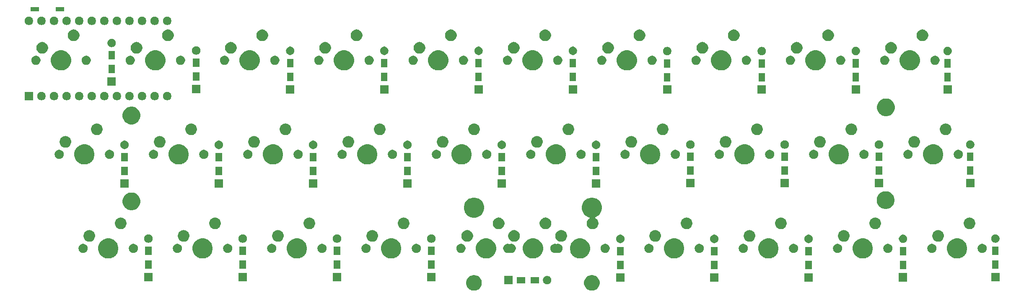
<source format=gbr>
G04 #@! TF.GenerationSoftware,KiCad,Pcbnew,(5.1.4-0-10_14)*
G04 #@! TF.CreationDate,2020-11-13T00:33:10-06:00*
G04 #@! TF.ProjectId,omega_solder,6f6d6567-615f-4736-9f6c-6465722e6b69,rev?*
G04 #@! TF.SameCoordinates,Original*
G04 #@! TF.FileFunction,Soldermask,Bot*
G04 #@! TF.FilePolarity,Negative*
%FSLAX46Y46*%
G04 Gerber Fmt 4.6, Leading zero omitted, Abs format (unit mm)*
G04 Created by KiCad (PCBNEW (5.1.4-0-10_14)) date 2020-11-13 00:33:10*
%MOMM*%
%LPD*%
G04 APERTURE LIST*
%ADD10C,0.100000*%
G04 APERTURE END LIST*
D10*
G36*
X173059017Y-94467263D02*
G01*
X173211161Y-94497526D01*
X173329887Y-94546704D01*
X173497791Y-94616252D01*
X173497792Y-94616253D01*
X173755754Y-94788617D01*
X173975133Y-95007996D01*
X174090303Y-95180361D01*
X174147498Y-95265959D01*
X174266224Y-95552590D01*
X174326750Y-95856875D01*
X174326750Y-96167125D01*
X174266224Y-96471410D01*
X174147498Y-96758041D01*
X174147497Y-96758042D01*
X173975133Y-97016004D01*
X173755754Y-97235383D01*
X173583389Y-97350553D01*
X173497791Y-97407748D01*
X173329887Y-97477296D01*
X173211161Y-97526474D01*
X172906875Y-97587000D01*
X172596625Y-97587000D01*
X172444483Y-97556737D01*
X172292339Y-97526474D01*
X172173613Y-97477296D01*
X172005709Y-97407748D01*
X171920111Y-97350553D01*
X171747746Y-97235383D01*
X171528367Y-97016004D01*
X171356003Y-96758042D01*
X171356002Y-96758041D01*
X171237276Y-96471410D01*
X171176750Y-96167125D01*
X171176750Y-95856875D01*
X171237276Y-95552590D01*
X171356002Y-95265959D01*
X171413197Y-95180361D01*
X171528367Y-95007996D01*
X171747746Y-94788617D01*
X172005708Y-94616253D01*
X172005709Y-94616252D01*
X172173613Y-94546704D01*
X172292339Y-94497526D01*
X172444483Y-94467263D01*
X172596625Y-94437000D01*
X172906875Y-94437000D01*
X173059017Y-94467263D01*
X173059017Y-94467263D01*
G37*
G36*
X149246517Y-94467263D02*
G01*
X149398661Y-94497526D01*
X149517387Y-94546704D01*
X149685291Y-94616252D01*
X149685292Y-94616253D01*
X149943254Y-94788617D01*
X150162633Y-95007996D01*
X150277803Y-95180361D01*
X150334998Y-95265959D01*
X150453724Y-95552590D01*
X150514250Y-95856875D01*
X150514250Y-96167125D01*
X150453724Y-96471410D01*
X150334998Y-96758041D01*
X150334997Y-96758042D01*
X150162633Y-97016004D01*
X149943254Y-97235383D01*
X149770889Y-97350553D01*
X149685291Y-97407748D01*
X149517387Y-97477296D01*
X149398661Y-97526474D01*
X149094375Y-97587000D01*
X148784125Y-97587000D01*
X148631983Y-97556737D01*
X148479839Y-97526474D01*
X148361113Y-97477296D01*
X148193209Y-97407748D01*
X148107611Y-97350553D01*
X147935246Y-97235383D01*
X147715867Y-97016004D01*
X147543503Y-96758042D01*
X147543502Y-96758041D01*
X147424776Y-96471410D01*
X147364250Y-96167125D01*
X147364250Y-95856875D01*
X147424776Y-95552590D01*
X147543502Y-95265959D01*
X147600697Y-95180361D01*
X147715867Y-95007996D01*
X147935246Y-94788617D01*
X148193208Y-94616253D01*
X148193209Y-94616252D01*
X148361113Y-94546704D01*
X148479839Y-94497526D01*
X148631983Y-94467263D01*
X148784125Y-94437000D01*
X149094375Y-94437000D01*
X149246517Y-94467263D01*
X149246517Y-94467263D01*
G37*
G36*
X163965028Y-94634903D02*
G01*
X164119900Y-94699053D01*
X164259281Y-94792185D01*
X164377815Y-94910719D01*
X164470947Y-95050100D01*
X164535097Y-95204972D01*
X164567800Y-95369384D01*
X164567800Y-95537016D01*
X164535097Y-95701428D01*
X164470947Y-95856300D01*
X164377815Y-95995681D01*
X164259281Y-96114215D01*
X164119900Y-96207347D01*
X163965028Y-96271497D01*
X163800616Y-96304200D01*
X163632984Y-96304200D01*
X163468572Y-96271497D01*
X163313700Y-96207347D01*
X163174319Y-96114215D01*
X163055785Y-95995681D01*
X162962653Y-95856300D01*
X162898503Y-95701428D01*
X162865800Y-95537016D01*
X162865800Y-95369384D01*
X162898503Y-95204972D01*
X162962653Y-95050100D01*
X163055785Y-94910719D01*
X163174319Y-94792185D01*
X163313700Y-94699053D01*
X163468572Y-94634903D01*
X163632984Y-94602200D01*
X163800616Y-94602200D01*
X163965028Y-94634903D01*
X163965028Y-94634903D01*
G37*
G36*
X156767800Y-96304200D02*
G01*
X155065800Y-96304200D01*
X155065800Y-94602200D01*
X156767800Y-94602200D01*
X156767800Y-96304200D01*
X156767800Y-96304200D01*
G37*
G36*
X162067800Y-96104200D02*
G01*
X160365800Y-96104200D01*
X160365800Y-94802200D01*
X162067800Y-94802200D01*
X162067800Y-96104200D01*
X162067800Y-96104200D01*
G37*
G36*
X159267800Y-96104200D02*
G01*
X157565800Y-96104200D01*
X157565800Y-94802200D01*
X159267800Y-94802200D01*
X159267800Y-96104200D01*
X159267800Y-96104200D01*
G37*
G36*
X179349500Y-95746500D02*
G01*
X177647500Y-95746500D01*
X177647500Y-94044500D01*
X179349500Y-94044500D01*
X179349500Y-95746500D01*
X179349500Y-95746500D01*
G37*
G36*
X217386000Y-95746500D02*
G01*
X215684000Y-95746500D01*
X215684000Y-94044500D01*
X217386000Y-94044500D01*
X217386000Y-95746500D01*
X217386000Y-95746500D01*
G37*
G36*
X198336000Y-95746500D02*
G01*
X196634000Y-95746500D01*
X196634000Y-94044500D01*
X198336000Y-94044500D01*
X198336000Y-95746500D01*
X198336000Y-95746500D01*
G37*
G36*
X236461400Y-95733800D02*
G01*
X234759400Y-95733800D01*
X234759400Y-94031800D01*
X236461400Y-94031800D01*
X236461400Y-95733800D01*
X236461400Y-95733800D01*
G37*
G36*
X103086000Y-95683000D02*
G01*
X101384000Y-95683000D01*
X101384000Y-93981000D01*
X103086000Y-93981000D01*
X103086000Y-95683000D01*
X103086000Y-95683000D01*
G37*
G36*
X84036000Y-95683000D02*
G01*
X82334000Y-95683000D01*
X82334000Y-93981000D01*
X84036000Y-93981000D01*
X84036000Y-95683000D01*
X84036000Y-95683000D01*
G37*
G36*
X141186000Y-95683000D02*
G01*
X139484000Y-95683000D01*
X139484000Y-93981000D01*
X141186000Y-93981000D01*
X141186000Y-95683000D01*
X141186000Y-95683000D01*
G37*
G36*
X255105000Y-95683000D02*
G01*
X253403000Y-95683000D01*
X253403000Y-93981000D01*
X255105000Y-93981000D01*
X255105000Y-95683000D01*
X255105000Y-95683000D01*
G37*
G36*
X122136000Y-95683000D02*
G01*
X120434000Y-95683000D01*
X120434000Y-93981000D01*
X122136000Y-93981000D01*
X122136000Y-95683000D01*
X122136000Y-95683000D01*
G37*
G36*
X217186000Y-93246500D02*
G01*
X215884000Y-93246500D01*
X215884000Y-91544500D01*
X217186000Y-91544500D01*
X217186000Y-93246500D01*
X217186000Y-93246500D01*
G37*
G36*
X198136000Y-93246500D02*
G01*
X196834000Y-93246500D01*
X196834000Y-91544500D01*
X198136000Y-91544500D01*
X198136000Y-93246500D01*
X198136000Y-93246500D01*
G37*
G36*
X179149500Y-93246500D02*
G01*
X177847500Y-93246500D01*
X177847500Y-91544500D01*
X179149500Y-91544500D01*
X179149500Y-93246500D01*
X179149500Y-93246500D01*
G37*
G36*
X236261400Y-93233800D02*
G01*
X234959400Y-93233800D01*
X234959400Y-91531800D01*
X236261400Y-91531800D01*
X236261400Y-93233800D01*
X236261400Y-93233800D01*
G37*
G36*
X140986000Y-93183000D02*
G01*
X139684000Y-93183000D01*
X139684000Y-91481000D01*
X140986000Y-91481000D01*
X140986000Y-93183000D01*
X140986000Y-93183000D01*
G37*
G36*
X121936000Y-93183000D02*
G01*
X120634000Y-93183000D01*
X120634000Y-91481000D01*
X121936000Y-91481000D01*
X121936000Y-93183000D01*
X121936000Y-93183000D01*
G37*
G36*
X102886000Y-93183000D02*
G01*
X101584000Y-93183000D01*
X101584000Y-91481000D01*
X102886000Y-91481000D01*
X102886000Y-93183000D01*
X102886000Y-93183000D01*
G37*
G36*
X83836000Y-93183000D02*
G01*
X82534000Y-93183000D01*
X82534000Y-91481000D01*
X83836000Y-91481000D01*
X83836000Y-93183000D01*
X83836000Y-93183000D01*
G37*
G36*
X254905000Y-93183000D02*
G01*
X253603000Y-93183000D01*
X253603000Y-91481000D01*
X254905000Y-91481000D01*
X254905000Y-93183000D01*
X254905000Y-93183000D01*
G37*
G36*
X151980474Y-87060684D02*
G01*
X152113574Y-87115816D01*
X152352623Y-87214833D01*
X152687548Y-87438623D01*
X152972377Y-87723452D01*
X153196167Y-88058377D01*
X153257475Y-88206389D01*
X153350316Y-88430526D01*
X153428900Y-88825594D01*
X153428900Y-89228406D01*
X153350316Y-89623474D01*
X153299451Y-89746272D01*
X153196167Y-89995623D01*
X152972377Y-90330548D01*
X152687548Y-90615377D01*
X152352623Y-90839167D01*
X152198474Y-90903017D01*
X151980474Y-90993316D01*
X151585406Y-91071900D01*
X151182594Y-91071900D01*
X150787526Y-90993316D01*
X150569526Y-90903017D01*
X150415377Y-90839167D01*
X150080452Y-90615377D01*
X149795623Y-90330548D01*
X149571833Y-89995623D01*
X149468549Y-89746272D01*
X149417684Y-89623474D01*
X149339100Y-89228406D01*
X149339100Y-88825594D01*
X149417684Y-88430526D01*
X149510525Y-88206389D01*
X149571833Y-88058377D01*
X149795623Y-87723452D01*
X150080452Y-87438623D01*
X150415377Y-87214833D01*
X150654426Y-87115816D01*
X150787526Y-87060684D01*
X151182594Y-86982100D01*
X151585406Y-86982100D01*
X151980474Y-87060684D01*
X151980474Y-87060684D01*
G37*
G36*
X209003474Y-87060684D02*
G01*
X209136574Y-87115816D01*
X209375623Y-87214833D01*
X209710548Y-87438623D01*
X209995377Y-87723452D01*
X210219167Y-88058377D01*
X210280475Y-88206389D01*
X210373316Y-88430526D01*
X210451900Y-88825594D01*
X210451900Y-89228406D01*
X210373316Y-89623474D01*
X210322451Y-89746272D01*
X210219167Y-89995623D01*
X209995377Y-90330548D01*
X209710548Y-90615377D01*
X209375623Y-90839167D01*
X209221474Y-90903017D01*
X209003474Y-90993316D01*
X208608406Y-91071900D01*
X208205594Y-91071900D01*
X207810526Y-90993316D01*
X207592526Y-90903017D01*
X207438377Y-90839167D01*
X207103452Y-90615377D01*
X206818623Y-90330548D01*
X206594833Y-89995623D01*
X206491549Y-89746272D01*
X206440684Y-89623474D01*
X206362100Y-89228406D01*
X206362100Y-88825594D01*
X206440684Y-88430526D01*
X206533525Y-88206389D01*
X206594833Y-88058377D01*
X206818623Y-87723452D01*
X207103452Y-87438623D01*
X207438377Y-87214833D01*
X207677426Y-87115816D01*
X207810526Y-87060684D01*
X208205594Y-86982100D01*
X208608406Y-86982100D01*
X209003474Y-87060684D01*
X209003474Y-87060684D01*
G37*
G36*
X247103474Y-87060684D02*
G01*
X247236574Y-87115816D01*
X247475623Y-87214833D01*
X247810548Y-87438623D01*
X248095377Y-87723452D01*
X248319167Y-88058377D01*
X248380475Y-88206389D01*
X248473316Y-88430526D01*
X248551900Y-88825594D01*
X248551900Y-89228406D01*
X248473316Y-89623474D01*
X248422451Y-89746272D01*
X248319167Y-89995623D01*
X248095377Y-90330548D01*
X247810548Y-90615377D01*
X247475623Y-90839167D01*
X247321474Y-90903017D01*
X247103474Y-90993316D01*
X246708406Y-91071900D01*
X246305594Y-91071900D01*
X245910526Y-90993316D01*
X245692526Y-90903017D01*
X245538377Y-90839167D01*
X245203452Y-90615377D01*
X244918623Y-90330548D01*
X244694833Y-89995623D01*
X244591549Y-89746272D01*
X244540684Y-89623474D01*
X244462100Y-89228406D01*
X244462100Y-88825594D01*
X244540684Y-88430526D01*
X244633525Y-88206389D01*
X244694833Y-88058377D01*
X244918623Y-87723452D01*
X245203452Y-87438623D01*
X245538377Y-87214833D01*
X245777426Y-87115816D01*
X245910526Y-87060684D01*
X246305594Y-86982100D01*
X246708406Y-86982100D01*
X247103474Y-87060684D01*
X247103474Y-87060684D01*
G37*
G36*
X170954274Y-87060684D02*
G01*
X171087374Y-87115816D01*
X171326423Y-87214833D01*
X171661348Y-87438623D01*
X171946177Y-87723452D01*
X172169967Y-88058377D01*
X172231275Y-88206389D01*
X172324116Y-88430526D01*
X172402700Y-88825594D01*
X172402700Y-89228406D01*
X172324116Y-89623474D01*
X172273251Y-89746272D01*
X172169967Y-89995623D01*
X171946177Y-90330548D01*
X171661348Y-90615377D01*
X171326423Y-90839167D01*
X171172274Y-90903017D01*
X170954274Y-90993316D01*
X170559206Y-91071900D01*
X170156394Y-91071900D01*
X169761326Y-90993316D01*
X169543326Y-90903017D01*
X169389177Y-90839167D01*
X169054252Y-90615377D01*
X168769423Y-90330548D01*
X168545633Y-89995623D01*
X168442349Y-89746272D01*
X168391484Y-89623474D01*
X168312900Y-89228406D01*
X168312900Y-88825594D01*
X168391484Y-88430526D01*
X168484325Y-88206389D01*
X168545633Y-88058377D01*
X168769423Y-87723452D01*
X169054252Y-87438623D01*
X169389177Y-87214833D01*
X169628226Y-87115816D01*
X169761326Y-87060684D01*
X170156394Y-86982100D01*
X170559206Y-86982100D01*
X170954274Y-87060684D01*
X170954274Y-87060684D01*
G37*
G36*
X189953474Y-87060684D02*
G01*
X190086574Y-87115816D01*
X190325623Y-87214833D01*
X190660548Y-87438623D01*
X190945377Y-87723452D01*
X191169167Y-88058377D01*
X191230475Y-88206389D01*
X191323316Y-88430526D01*
X191401900Y-88825594D01*
X191401900Y-89228406D01*
X191323316Y-89623474D01*
X191272451Y-89746272D01*
X191169167Y-89995623D01*
X190945377Y-90330548D01*
X190660548Y-90615377D01*
X190325623Y-90839167D01*
X190171474Y-90903017D01*
X189953474Y-90993316D01*
X189558406Y-91071900D01*
X189155594Y-91071900D01*
X188760526Y-90993316D01*
X188542526Y-90903017D01*
X188388377Y-90839167D01*
X188053452Y-90615377D01*
X187768623Y-90330548D01*
X187544833Y-89995623D01*
X187441549Y-89746272D01*
X187390684Y-89623474D01*
X187312100Y-89228406D01*
X187312100Y-88825594D01*
X187390684Y-88430526D01*
X187483525Y-88206389D01*
X187544833Y-88058377D01*
X187768623Y-87723452D01*
X188053452Y-87438623D01*
X188388377Y-87214833D01*
X188627426Y-87115816D01*
X188760526Y-87060684D01*
X189155594Y-86982100D01*
X189558406Y-86982100D01*
X189953474Y-87060684D01*
X189953474Y-87060684D01*
G37*
G36*
X228053474Y-87060684D02*
G01*
X228186574Y-87115816D01*
X228425623Y-87214833D01*
X228760548Y-87438623D01*
X229045377Y-87723452D01*
X229269167Y-88058377D01*
X229330475Y-88206389D01*
X229423316Y-88430526D01*
X229501900Y-88825594D01*
X229501900Y-89228406D01*
X229423316Y-89623474D01*
X229372451Y-89746272D01*
X229269167Y-89995623D01*
X229045377Y-90330548D01*
X228760548Y-90615377D01*
X228425623Y-90839167D01*
X228271474Y-90903017D01*
X228053474Y-90993316D01*
X227658406Y-91071900D01*
X227255594Y-91071900D01*
X226860526Y-90993316D01*
X226642526Y-90903017D01*
X226488377Y-90839167D01*
X226153452Y-90615377D01*
X225868623Y-90330548D01*
X225644833Y-89995623D01*
X225541549Y-89746272D01*
X225490684Y-89623474D01*
X225412100Y-89228406D01*
X225412100Y-88825594D01*
X225490684Y-88430526D01*
X225583525Y-88206389D01*
X225644833Y-88058377D01*
X225868623Y-87723452D01*
X226153452Y-87438623D01*
X226488377Y-87214833D01*
X226727426Y-87115816D01*
X226860526Y-87060684D01*
X227255594Y-86982100D01*
X227658406Y-86982100D01*
X228053474Y-87060684D01*
X228053474Y-87060684D01*
G37*
G36*
X132803474Y-87060684D02*
G01*
X132936574Y-87115816D01*
X133175623Y-87214833D01*
X133510548Y-87438623D01*
X133795377Y-87723452D01*
X134019167Y-88058377D01*
X134080475Y-88206389D01*
X134173316Y-88430526D01*
X134251900Y-88825594D01*
X134251900Y-89228406D01*
X134173316Y-89623474D01*
X134122451Y-89746272D01*
X134019167Y-89995623D01*
X133795377Y-90330548D01*
X133510548Y-90615377D01*
X133175623Y-90839167D01*
X133021474Y-90903017D01*
X132803474Y-90993316D01*
X132408406Y-91071900D01*
X132005594Y-91071900D01*
X131610526Y-90993316D01*
X131392526Y-90903017D01*
X131238377Y-90839167D01*
X130903452Y-90615377D01*
X130618623Y-90330548D01*
X130394833Y-89995623D01*
X130291549Y-89746272D01*
X130240684Y-89623474D01*
X130162100Y-89228406D01*
X130162100Y-88825594D01*
X130240684Y-88430526D01*
X130333525Y-88206389D01*
X130394833Y-88058377D01*
X130618623Y-87723452D01*
X130903452Y-87438623D01*
X131238377Y-87214833D01*
X131477426Y-87115816D01*
X131610526Y-87060684D01*
X132005594Y-86982100D01*
X132408406Y-86982100D01*
X132803474Y-87060684D01*
X132803474Y-87060684D01*
G37*
G36*
X113753474Y-87060684D02*
G01*
X113886574Y-87115816D01*
X114125623Y-87214833D01*
X114460548Y-87438623D01*
X114745377Y-87723452D01*
X114969167Y-88058377D01*
X115030475Y-88206389D01*
X115123316Y-88430526D01*
X115201900Y-88825594D01*
X115201900Y-89228406D01*
X115123316Y-89623474D01*
X115072451Y-89746272D01*
X114969167Y-89995623D01*
X114745377Y-90330548D01*
X114460548Y-90615377D01*
X114125623Y-90839167D01*
X113971474Y-90903017D01*
X113753474Y-90993316D01*
X113358406Y-91071900D01*
X112955594Y-91071900D01*
X112560526Y-90993316D01*
X112342526Y-90903017D01*
X112188377Y-90839167D01*
X111853452Y-90615377D01*
X111568623Y-90330548D01*
X111344833Y-89995623D01*
X111241549Y-89746272D01*
X111190684Y-89623474D01*
X111112100Y-89228406D01*
X111112100Y-88825594D01*
X111190684Y-88430526D01*
X111283525Y-88206389D01*
X111344833Y-88058377D01*
X111568623Y-87723452D01*
X111853452Y-87438623D01*
X112188377Y-87214833D01*
X112427426Y-87115816D01*
X112560526Y-87060684D01*
X112955594Y-86982100D01*
X113358406Y-86982100D01*
X113753474Y-87060684D01*
X113753474Y-87060684D01*
G37*
G36*
X161441974Y-87060684D02*
G01*
X161575074Y-87115816D01*
X161814123Y-87214833D01*
X162149048Y-87438623D01*
X162433877Y-87723452D01*
X162657667Y-88058377D01*
X162718975Y-88206389D01*
X162811816Y-88430526D01*
X162890400Y-88825594D01*
X162890400Y-89228406D01*
X162811816Y-89623474D01*
X162760951Y-89746272D01*
X162657667Y-89995623D01*
X162433877Y-90330548D01*
X162149048Y-90615377D01*
X161814123Y-90839167D01*
X161659974Y-90903017D01*
X161441974Y-90993316D01*
X161046906Y-91071900D01*
X160644094Y-91071900D01*
X160249026Y-90993316D01*
X160031026Y-90903017D01*
X159876877Y-90839167D01*
X159541952Y-90615377D01*
X159257123Y-90330548D01*
X159033333Y-89995623D01*
X158930049Y-89746272D01*
X158879184Y-89623474D01*
X158800600Y-89228406D01*
X158800600Y-88825594D01*
X158879184Y-88430526D01*
X158972025Y-88206389D01*
X159033333Y-88058377D01*
X159257123Y-87723452D01*
X159541952Y-87438623D01*
X159876877Y-87214833D01*
X160115926Y-87115816D01*
X160249026Y-87060684D01*
X160644094Y-86982100D01*
X161046906Y-86982100D01*
X161441974Y-87060684D01*
X161441974Y-87060684D01*
G37*
G36*
X94703474Y-87060684D02*
G01*
X94836574Y-87115816D01*
X95075623Y-87214833D01*
X95410548Y-87438623D01*
X95695377Y-87723452D01*
X95919167Y-88058377D01*
X95980475Y-88206389D01*
X96073316Y-88430526D01*
X96151900Y-88825594D01*
X96151900Y-89228406D01*
X96073316Y-89623474D01*
X96022451Y-89746272D01*
X95919167Y-89995623D01*
X95695377Y-90330548D01*
X95410548Y-90615377D01*
X95075623Y-90839167D01*
X94921474Y-90903017D01*
X94703474Y-90993316D01*
X94308406Y-91071900D01*
X93905594Y-91071900D01*
X93510526Y-90993316D01*
X93292526Y-90903017D01*
X93138377Y-90839167D01*
X92803452Y-90615377D01*
X92518623Y-90330548D01*
X92294833Y-89995623D01*
X92191549Y-89746272D01*
X92140684Y-89623474D01*
X92062100Y-89228406D01*
X92062100Y-88825594D01*
X92140684Y-88430526D01*
X92233525Y-88206389D01*
X92294833Y-88058377D01*
X92518623Y-87723452D01*
X92803452Y-87438623D01*
X93138377Y-87214833D01*
X93377426Y-87115816D01*
X93510526Y-87060684D01*
X93905594Y-86982100D01*
X94308406Y-86982100D01*
X94703474Y-87060684D01*
X94703474Y-87060684D01*
G37*
G36*
X75653474Y-87060684D02*
G01*
X75786574Y-87115816D01*
X76025623Y-87214833D01*
X76360548Y-87438623D01*
X76645377Y-87723452D01*
X76869167Y-88058377D01*
X76930475Y-88206389D01*
X77023316Y-88430526D01*
X77101900Y-88825594D01*
X77101900Y-89228406D01*
X77023316Y-89623474D01*
X76972451Y-89746272D01*
X76869167Y-89995623D01*
X76645377Y-90330548D01*
X76360548Y-90615377D01*
X76025623Y-90839167D01*
X75871474Y-90903017D01*
X75653474Y-90993316D01*
X75258406Y-91071900D01*
X74855594Y-91071900D01*
X74460526Y-90993316D01*
X74242526Y-90903017D01*
X74088377Y-90839167D01*
X73753452Y-90615377D01*
X73468623Y-90330548D01*
X73244833Y-89995623D01*
X73141549Y-89746272D01*
X73090684Y-89623474D01*
X73012100Y-89228406D01*
X73012100Y-88825594D01*
X73090684Y-88430526D01*
X73183525Y-88206389D01*
X73244833Y-88058377D01*
X73468623Y-87723452D01*
X73753452Y-87438623D01*
X74088377Y-87214833D01*
X74327426Y-87115816D01*
X74460526Y-87060684D01*
X74855594Y-86982100D01*
X75258406Y-86982100D01*
X75653474Y-87060684D01*
X75653474Y-87060684D01*
G37*
G36*
X198136000Y-90446500D02*
G01*
X196834000Y-90446500D01*
X196834000Y-88744500D01*
X198136000Y-88744500D01*
X198136000Y-90446500D01*
X198136000Y-90446500D01*
G37*
G36*
X179149500Y-90446500D02*
G01*
X177847500Y-90446500D01*
X177847500Y-88744500D01*
X179149500Y-88744500D01*
X179149500Y-90446500D01*
X179149500Y-90446500D01*
G37*
G36*
X217186000Y-90446500D02*
G01*
X215884000Y-90446500D01*
X215884000Y-88744500D01*
X217186000Y-88744500D01*
X217186000Y-90446500D01*
X217186000Y-90446500D01*
G37*
G36*
X236261400Y-90433800D02*
G01*
X234959400Y-90433800D01*
X234959400Y-88731800D01*
X236261400Y-88731800D01*
X236261400Y-90433800D01*
X236261400Y-90433800D01*
G37*
G36*
X254905000Y-90383000D02*
G01*
X253603000Y-90383000D01*
X253603000Y-88681000D01*
X254905000Y-88681000D01*
X254905000Y-90383000D01*
X254905000Y-90383000D01*
G37*
G36*
X140986000Y-90383000D02*
G01*
X139684000Y-90383000D01*
X139684000Y-88681000D01*
X140986000Y-88681000D01*
X140986000Y-90383000D01*
X140986000Y-90383000D01*
G37*
G36*
X121936000Y-90383000D02*
G01*
X120634000Y-90383000D01*
X120634000Y-88681000D01*
X121936000Y-88681000D01*
X121936000Y-90383000D01*
X121936000Y-90383000D01*
G37*
G36*
X102886000Y-90383000D02*
G01*
X101584000Y-90383000D01*
X101584000Y-88681000D01*
X102886000Y-88681000D01*
X102886000Y-90383000D01*
X102886000Y-90383000D01*
G37*
G36*
X83836000Y-90383000D02*
G01*
X82534000Y-90383000D01*
X82534000Y-88681000D01*
X83836000Y-88681000D01*
X83836000Y-90383000D01*
X83836000Y-90383000D01*
G37*
G36*
X80407104Y-88136585D02*
G01*
X80575626Y-88206389D01*
X80727291Y-88307728D01*
X80856272Y-88436709D01*
X80957611Y-88588374D01*
X81027415Y-88756896D01*
X81063000Y-88935797D01*
X81063000Y-89118203D01*
X81027415Y-89297104D01*
X80957611Y-89465626D01*
X80856272Y-89617291D01*
X80727291Y-89746272D01*
X80575626Y-89847611D01*
X80407104Y-89917415D01*
X80228203Y-89953000D01*
X80045797Y-89953000D01*
X79866896Y-89917415D01*
X79698374Y-89847611D01*
X79546709Y-89746272D01*
X79417728Y-89617291D01*
X79316389Y-89465626D01*
X79246585Y-89297104D01*
X79211000Y-89118203D01*
X79211000Y-88935797D01*
X79246585Y-88756896D01*
X79316389Y-88588374D01*
X79417728Y-88436709D01*
X79546709Y-88307728D01*
X79698374Y-88206389D01*
X79866896Y-88136585D01*
X80045797Y-88101000D01*
X80228203Y-88101000D01*
X80407104Y-88136585D01*
X80407104Y-88136585D01*
G37*
G36*
X165547904Y-88136585D02*
G01*
X165553826Y-88139038D01*
X165577262Y-88146148D01*
X165601648Y-88148550D01*
X165626034Y-88146149D01*
X165649474Y-88139038D01*
X165655396Y-88136585D01*
X165834297Y-88101000D01*
X166016703Y-88101000D01*
X166195604Y-88136585D01*
X166364126Y-88206389D01*
X166515791Y-88307728D01*
X166644772Y-88436709D01*
X166746111Y-88588374D01*
X166815915Y-88756896D01*
X166851500Y-88935797D01*
X166851500Y-89118203D01*
X166815915Y-89297104D01*
X166746111Y-89465626D01*
X166644772Y-89617291D01*
X166515791Y-89746272D01*
X166364126Y-89847611D01*
X166195604Y-89917415D01*
X166016703Y-89953000D01*
X165834297Y-89953000D01*
X165655396Y-89917415D01*
X165649474Y-89914962D01*
X165626038Y-89907852D01*
X165601652Y-89905450D01*
X165577266Y-89907851D01*
X165553826Y-89914962D01*
X165547904Y-89917415D01*
X165369003Y-89953000D01*
X165186597Y-89953000D01*
X165007696Y-89917415D01*
X164839174Y-89847611D01*
X164687509Y-89746272D01*
X164558528Y-89617291D01*
X164457189Y-89465626D01*
X164387385Y-89297104D01*
X164351800Y-89118203D01*
X164351800Y-88935797D01*
X164387385Y-88756896D01*
X164457189Y-88588374D01*
X164558528Y-88436709D01*
X164687509Y-88307728D01*
X164839174Y-88206389D01*
X165007696Y-88136585D01*
X165186597Y-88101000D01*
X165369003Y-88101000D01*
X165547904Y-88136585D01*
X165547904Y-88136585D01*
G37*
G36*
X70247104Y-88136585D02*
G01*
X70415626Y-88206389D01*
X70567291Y-88307728D01*
X70696272Y-88436709D01*
X70797611Y-88588374D01*
X70867415Y-88756896D01*
X70903000Y-88935797D01*
X70903000Y-89118203D01*
X70867415Y-89297104D01*
X70797611Y-89465626D01*
X70696272Y-89617291D01*
X70567291Y-89746272D01*
X70415626Y-89847611D01*
X70247104Y-89917415D01*
X70068203Y-89953000D01*
X69885797Y-89953000D01*
X69706896Y-89917415D01*
X69538374Y-89847611D01*
X69386709Y-89746272D01*
X69257728Y-89617291D01*
X69156389Y-89465626D01*
X69086585Y-89297104D01*
X69051000Y-89118203D01*
X69051000Y-88935797D01*
X69086585Y-88756896D01*
X69156389Y-88588374D01*
X69257728Y-88436709D01*
X69386709Y-88307728D01*
X69538374Y-88206389D01*
X69706896Y-88136585D01*
X69885797Y-88101000D01*
X70068203Y-88101000D01*
X70247104Y-88136585D01*
X70247104Y-88136585D01*
G37*
G36*
X222647104Y-88136585D02*
G01*
X222815626Y-88206389D01*
X222967291Y-88307728D01*
X223096272Y-88436709D01*
X223197611Y-88588374D01*
X223267415Y-88756896D01*
X223303000Y-88935797D01*
X223303000Y-89118203D01*
X223267415Y-89297104D01*
X223197611Y-89465626D01*
X223096272Y-89617291D01*
X222967291Y-89746272D01*
X222815626Y-89847611D01*
X222647104Y-89917415D01*
X222468203Y-89953000D01*
X222285797Y-89953000D01*
X222106896Y-89917415D01*
X221938374Y-89847611D01*
X221786709Y-89746272D01*
X221657728Y-89617291D01*
X221556389Y-89465626D01*
X221486585Y-89297104D01*
X221451000Y-89118203D01*
X221451000Y-88935797D01*
X221486585Y-88756896D01*
X221556389Y-88588374D01*
X221657728Y-88436709D01*
X221786709Y-88307728D01*
X221938374Y-88206389D01*
X222106896Y-88136585D01*
X222285797Y-88101000D01*
X222468203Y-88101000D01*
X222647104Y-88136585D01*
X222647104Y-88136585D01*
G37*
G36*
X251857104Y-88136585D02*
G01*
X252025626Y-88206389D01*
X252177291Y-88307728D01*
X252306272Y-88436709D01*
X252407611Y-88588374D01*
X252477415Y-88756896D01*
X252513000Y-88935797D01*
X252513000Y-89118203D01*
X252477415Y-89297104D01*
X252407611Y-89465626D01*
X252306272Y-89617291D01*
X252177291Y-89746272D01*
X252025626Y-89847611D01*
X251857104Y-89917415D01*
X251678203Y-89953000D01*
X251495797Y-89953000D01*
X251316896Y-89917415D01*
X251148374Y-89847611D01*
X250996709Y-89746272D01*
X250867728Y-89617291D01*
X250766389Y-89465626D01*
X250696585Y-89297104D01*
X250661000Y-89118203D01*
X250661000Y-88935797D01*
X250696585Y-88756896D01*
X250766389Y-88588374D01*
X250867728Y-88436709D01*
X250996709Y-88307728D01*
X251148374Y-88206389D01*
X251316896Y-88136585D01*
X251495797Y-88101000D01*
X251678203Y-88101000D01*
X251857104Y-88136585D01*
X251857104Y-88136585D01*
G37*
G36*
X99457104Y-88136585D02*
G01*
X99625626Y-88206389D01*
X99777291Y-88307728D01*
X99906272Y-88436709D01*
X100007611Y-88588374D01*
X100077415Y-88756896D01*
X100113000Y-88935797D01*
X100113000Y-89118203D01*
X100077415Y-89297104D01*
X100007611Y-89465626D01*
X99906272Y-89617291D01*
X99777291Y-89746272D01*
X99625626Y-89847611D01*
X99457104Y-89917415D01*
X99278203Y-89953000D01*
X99095797Y-89953000D01*
X98916896Y-89917415D01*
X98748374Y-89847611D01*
X98596709Y-89746272D01*
X98467728Y-89617291D01*
X98366389Y-89465626D01*
X98296585Y-89297104D01*
X98261000Y-89118203D01*
X98261000Y-88935797D01*
X98296585Y-88756896D01*
X98366389Y-88588374D01*
X98467728Y-88436709D01*
X98596709Y-88307728D01*
X98748374Y-88206389D01*
X98916896Y-88136585D01*
X99095797Y-88101000D01*
X99278203Y-88101000D01*
X99457104Y-88136585D01*
X99457104Y-88136585D01*
G37*
G36*
X89297104Y-88136585D02*
G01*
X89465626Y-88206389D01*
X89617291Y-88307728D01*
X89746272Y-88436709D01*
X89847611Y-88588374D01*
X89917415Y-88756896D01*
X89953000Y-88935797D01*
X89953000Y-89118203D01*
X89917415Y-89297104D01*
X89847611Y-89465626D01*
X89746272Y-89617291D01*
X89617291Y-89746272D01*
X89465626Y-89847611D01*
X89297104Y-89917415D01*
X89118203Y-89953000D01*
X88935797Y-89953000D01*
X88756896Y-89917415D01*
X88588374Y-89847611D01*
X88436709Y-89746272D01*
X88307728Y-89617291D01*
X88206389Y-89465626D01*
X88136585Y-89297104D01*
X88101000Y-89118203D01*
X88101000Y-88935797D01*
X88136585Y-88756896D01*
X88206389Y-88588374D01*
X88307728Y-88436709D01*
X88436709Y-88307728D01*
X88588374Y-88206389D01*
X88756896Y-88136585D01*
X88935797Y-88101000D01*
X89118203Y-88101000D01*
X89297104Y-88136585D01*
X89297104Y-88136585D01*
G37*
G36*
X241697104Y-88136585D02*
G01*
X241865626Y-88206389D01*
X242017291Y-88307728D01*
X242146272Y-88436709D01*
X242247611Y-88588374D01*
X242317415Y-88756896D01*
X242353000Y-88935797D01*
X242353000Y-89118203D01*
X242317415Y-89297104D01*
X242247611Y-89465626D01*
X242146272Y-89617291D01*
X242017291Y-89746272D01*
X241865626Y-89847611D01*
X241697104Y-89917415D01*
X241518203Y-89953000D01*
X241335797Y-89953000D01*
X241156896Y-89917415D01*
X240988374Y-89847611D01*
X240836709Y-89746272D01*
X240707728Y-89617291D01*
X240606389Y-89465626D01*
X240536585Y-89297104D01*
X240501000Y-89118203D01*
X240501000Y-88935797D01*
X240536585Y-88756896D01*
X240606389Y-88588374D01*
X240707728Y-88436709D01*
X240836709Y-88307728D01*
X240988374Y-88206389D01*
X241156896Y-88136585D01*
X241335797Y-88101000D01*
X241518203Y-88101000D01*
X241697104Y-88136585D01*
X241697104Y-88136585D01*
G37*
G36*
X118507104Y-88136585D02*
G01*
X118675626Y-88206389D01*
X118827291Y-88307728D01*
X118956272Y-88436709D01*
X119057611Y-88588374D01*
X119127415Y-88756896D01*
X119163000Y-88935797D01*
X119163000Y-89118203D01*
X119127415Y-89297104D01*
X119057611Y-89465626D01*
X118956272Y-89617291D01*
X118827291Y-89746272D01*
X118675626Y-89847611D01*
X118507104Y-89917415D01*
X118328203Y-89953000D01*
X118145797Y-89953000D01*
X117966896Y-89917415D01*
X117798374Y-89847611D01*
X117646709Y-89746272D01*
X117517728Y-89617291D01*
X117416389Y-89465626D01*
X117346585Y-89297104D01*
X117311000Y-89118203D01*
X117311000Y-88935797D01*
X117346585Y-88756896D01*
X117416389Y-88588374D01*
X117517728Y-88436709D01*
X117646709Y-88307728D01*
X117798374Y-88206389D01*
X117966896Y-88136585D01*
X118145797Y-88101000D01*
X118328203Y-88101000D01*
X118507104Y-88136585D01*
X118507104Y-88136585D01*
G37*
G36*
X108347104Y-88136585D02*
G01*
X108515626Y-88206389D01*
X108667291Y-88307728D01*
X108796272Y-88436709D01*
X108897611Y-88588374D01*
X108967415Y-88756896D01*
X109003000Y-88935797D01*
X109003000Y-89118203D01*
X108967415Y-89297104D01*
X108897611Y-89465626D01*
X108796272Y-89617291D01*
X108667291Y-89746272D01*
X108515626Y-89847611D01*
X108347104Y-89917415D01*
X108168203Y-89953000D01*
X107985797Y-89953000D01*
X107806896Y-89917415D01*
X107638374Y-89847611D01*
X107486709Y-89746272D01*
X107357728Y-89617291D01*
X107256389Y-89465626D01*
X107186585Y-89297104D01*
X107151000Y-89118203D01*
X107151000Y-88935797D01*
X107186585Y-88756896D01*
X107256389Y-88588374D01*
X107357728Y-88436709D01*
X107486709Y-88307728D01*
X107638374Y-88206389D01*
X107806896Y-88136585D01*
X107985797Y-88101000D01*
X108168203Y-88101000D01*
X108347104Y-88136585D01*
X108347104Y-88136585D01*
G37*
G36*
X232807104Y-88136585D02*
G01*
X232975626Y-88206389D01*
X233127291Y-88307728D01*
X233256272Y-88436709D01*
X233357611Y-88588374D01*
X233427415Y-88756896D01*
X233463000Y-88935797D01*
X233463000Y-89118203D01*
X233427415Y-89297104D01*
X233357611Y-89465626D01*
X233256272Y-89617291D01*
X233127291Y-89746272D01*
X232975626Y-89847611D01*
X232807104Y-89917415D01*
X232628203Y-89953000D01*
X232445797Y-89953000D01*
X232266896Y-89917415D01*
X232098374Y-89847611D01*
X231946709Y-89746272D01*
X231817728Y-89617291D01*
X231716389Y-89465626D01*
X231646585Y-89297104D01*
X231611000Y-89118203D01*
X231611000Y-88935797D01*
X231646585Y-88756896D01*
X231716389Y-88588374D01*
X231817728Y-88436709D01*
X231946709Y-88307728D01*
X232098374Y-88206389D01*
X232266896Y-88136585D01*
X232445797Y-88101000D01*
X232628203Y-88101000D01*
X232807104Y-88136585D01*
X232807104Y-88136585D01*
G37*
G36*
X137557104Y-88136585D02*
G01*
X137725626Y-88206389D01*
X137877291Y-88307728D01*
X138006272Y-88436709D01*
X138107611Y-88588374D01*
X138177415Y-88756896D01*
X138213000Y-88935797D01*
X138213000Y-89118203D01*
X138177415Y-89297104D01*
X138107611Y-89465626D01*
X138006272Y-89617291D01*
X137877291Y-89746272D01*
X137725626Y-89847611D01*
X137557104Y-89917415D01*
X137378203Y-89953000D01*
X137195797Y-89953000D01*
X137016896Y-89917415D01*
X136848374Y-89847611D01*
X136696709Y-89746272D01*
X136567728Y-89617291D01*
X136466389Y-89465626D01*
X136396585Y-89297104D01*
X136361000Y-89118203D01*
X136361000Y-88935797D01*
X136396585Y-88756896D01*
X136466389Y-88588374D01*
X136567728Y-88436709D01*
X136696709Y-88307728D01*
X136848374Y-88206389D01*
X137016896Y-88136585D01*
X137195797Y-88101000D01*
X137378203Y-88101000D01*
X137557104Y-88136585D01*
X137557104Y-88136585D01*
G37*
G36*
X127397104Y-88136585D02*
G01*
X127565626Y-88206389D01*
X127717291Y-88307728D01*
X127846272Y-88436709D01*
X127947611Y-88588374D01*
X128017415Y-88756896D01*
X128053000Y-88935797D01*
X128053000Y-89118203D01*
X128017415Y-89297104D01*
X127947611Y-89465626D01*
X127846272Y-89617291D01*
X127717291Y-89746272D01*
X127565626Y-89847611D01*
X127397104Y-89917415D01*
X127218203Y-89953000D01*
X127035797Y-89953000D01*
X126856896Y-89917415D01*
X126688374Y-89847611D01*
X126536709Y-89746272D01*
X126407728Y-89617291D01*
X126306389Y-89465626D01*
X126236585Y-89297104D01*
X126201000Y-89118203D01*
X126201000Y-88935797D01*
X126236585Y-88756896D01*
X126306389Y-88588374D01*
X126407728Y-88436709D01*
X126536709Y-88307728D01*
X126688374Y-88206389D01*
X126856896Y-88136585D01*
X127035797Y-88101000D01*
X127218203Y-88101000D01*
X127397104Y-88136585D01*
X127397104Y-88136585D01*
G37*
G36*
X156035604Y-88136585D02*
G01*
X156066932Y-88149561D01*
X156090363Y-88156669D01*
X156114749Y-88159071D01*
X156139135Y-88156669D01*
X156162568Y-88149561D01*
X156193896Y-88136585D01*
X156372797Y-88101000D01*
X156555203Y-88101000D01*
X156734104Y-88136585D01*
X156902626Y-88206389D01*
X157054291Y-88307728D01*
X157183272Y-88436709D01*
X157284611Y-88588374D01*
X157354415Y-88756896D01*
X157390000Y-88935797D01*
X157390000Y-89118203D01*
X157354415Y-89297104D01*
X157284611Y-89465626D01*
X157183272Y-89617291D01*
X157054291Y-89746272D01*
X156902626Y-89847611D01*
X156734104Y-89917415D01*
X156555203Y-89953000D01*
X156372797Y-89953000D01*
X156193896Y-89917415D01*
X156162568Y-89904439D01*
X156139137Y-89897331D01*
X156114751Y-89894929D01*
X156090365Y-89897331D01*
X156066932Y-89904439D01*
X156035604Y-89917415D01*
X155856703Y-89953000D01*
X155674297Y-89953000D01*
X155495396Y-89917415D01*
X155326874Y-89847611D01*
X155175209Y-89746272D01*
X155046228Y-89617291D01*
X154944889Y-89465626D01*
X154875085Y-89297104D01*
X154839500Y-89118203D01*
X154839500Y-88935797D01*
X154875085Y-88756896D01*
X154944889Y-88588374D01*
X155046228Y-88436709D01*
X155175209Y-88307728D01*
X155326874Y-88206389D01*
X155495396Y-88136585D01*
X155674297Y-88101000D01*
X155856703Y-88101000D01*
X156035604Y-88136585D01*
X156035604Y-88136585D01*
G37*
G36*
X146574104Y-88136585D02*
G01*
X146742626Y-88206389D01*
X146894291Y-88307728D01*
X147023272Y-88436709D01*
X147124611Y-88588374D01*
X147194415Y-88756896D01*
X147230000Y-88935797D01*
X147230000Y-89118203D01*
X147194415Y-89297104D01*
X147124611Y-89465626D01*
X147023272Y-89617291D01*
X146894291Y-89746272D01*
X146742626Y-89847611D01*
X146574104Y-89917415D01*
X146395203Y-89953000D01*
X146212797Y-89953000D01*
X146033896Y-89917415D01*
X145865374Y-89847611D01*
X145713709Y-89746272D01*
X145584728Y-89617291D01*
X145483389Y-89465626D01*
X145413585Y-89297104D01*
X145378000Y-89118203D01*
X145378000Y-88935797D01*
X145413585Y-88756896D01*
X145483389Y-88588374D01*
X145584728Y-88436709D01*
X145713709Y-88307728D01*
X145865374Y-88206389D01*
X146033896Y-88136585D01*
X146212797Y-88101000D01*
X146395203Y-88101000D01*
X146574104Y-88136585D01*
X146574104Y-88136585D01*
G37*
G36*
X213757104Y-88136585D02*
G01*
X213925626Y-88206389D01*
X214077291Y-88307728D01*
X214206272Y-88436709D01*
X214307611Y-88588374D01*
X214377415Y-88756896D01*
X214413000Y-88935797D01*
X214413000Y-89118203D01*
X214377415Y-89297104D01*
X214307611Y-89465626D01*
X214206272Y-89617291D01*
X214077291Y-89746272D01*
X213925626Y-89847611D01*
X213757104Y-89917415D01*
X213578203Y-89953000D01*
X213395797Y-89953000D01*
X213216896Y-89917415D01*
X213048374Y-89847611D01*
X212896709Y-89746272D01*
X212767728Y-89617291D01*
X212666389Y-89465626D01*
X212596585Y-89297104D01*
X212561000Y-89118203D01*
X212561000Y-88935797D01*
X212596585Y-88756896D01*
X212666389Y-88588374D01*
X212767728Y-88436709D01*
X212896709Y-88307728D01*
X213048374Y-88206389D01*
X213216896Y-88136585D01*
X213395797Y-88101000D01*
X213578203Y-88101000D01*
X213757104Y-88136585D01*
X213757104Y-88136585D01*
G37*
G36*
X203597104Y-88136585D02*
G01*
X203765626Y-88206389D01*
X203917291Y-88307728D01*
X204046272Y-88436709D01*
X204147611Y-88588374D01*
X204217415Y-88756896D01*
X204253000Y-88935797D01*
X204253000Y-89118203D01*
X204217415Y-89297104D01*
X204147611Y-89465626D01*
X204046272Y-89617291D01*
X203917291Y-89746272D01*
X203765626Y-89847611D01*
X203597104Y-89917415D01*
X203418203Y-89953000D01*
X203235797Y-89953000D01*
X203056896Y-89917415D01*
X202888374Y-89847611D01*
X202736709Y-89746272D01*
X202607728Y-89617291D01*
X202506389Y-89465626D01*
X202436585Y-89297104D01*
X202401000Y-89118203D01*
X202401000Y-88935797D01*
X202436585Y-88756896D01*
X202506389Y-88588374D01*
X202607728Y-88436709D01*
X202736709Y-88307728D01*
X202888374Y-88206389D01*
X203056896Y-88136585D01*
X203235797Y-88101000D01*
X203418203Y-88101000D01*
X203597104Y-88136585D01*
X203597104Y-88136585D01*
G37*
G36*
X194707104Y-88136585D02*
G01*
X194875626Y-88206389D01*
X195027291Y-88307728D01*
X195156272Y-88436709D01*
X195257611Y-88588374D01*
X195327415Y-88756896D01*
X195363000Y-88935797D01*
X195363000Y-89118203D01*
X195327415Y-89297104D01*
X195257611Y-89465626D01*
X195156272Y-89617291D01*
X195027291Y-89746272D01*
X194875626Y-89847611D01*
X194707104Y-89917415D01*
X194528203Y-89953000D01*
X194345797Y-89953000D01*
X194166896Y-89917415D01*
X193998374Y-89847611D01*
X193846709Y-89746272D01*
X193717728Y-89617291D01*
X193616389Y-89465626D01*
X193546585Y-89297104D01*
X193511000Y-89118203D01*
X193511000Y-88935797D01*
X193546585Y-88756896D01*
X193616389Y-88588374D01*
X193717728Y-88436709D01*
X193846709Y-88307728D01*
X193998374Y-88206389D01*
X194166896Y-88136585D01*
X194345797Y-88101000D01*
X194528203Y-88101000D01*
X194707104Y-88136585D01*
X194707104Y-88136585D01*
G37*
G36*
X175707904Y-88136585D02*
G01*
X175876426Y-88206389D01*
X176028091Y-88307728D01*
X176157072Y-88436709D01*
X176258411Y-88588374D01*
X176328215Y-88756896D01*
X176363800Y-88935797D01*
X176363800Y-89118203D01*
X176328215Y-89297104D01*
X176258411Y-89465626D01*
X176157072Y-89617291D01*
X176028091Y-89746272D01*
X175876426Y-89847611D01*
X175707904Y-89917415D01*
X175529003Y-89953000D01*
X175346597Y-89953000D01*
X175167696Y-89917415D01*
X174999174Y-89847611D01*
X174847509Y-89746272D01*
X174718528Y-89617291D01*
X174617189Y-89465626D01*
X174547385Y-89297104D01*
X174511800Y-89118203D01*
X174511800Y-88935797D01*
X174547385Y-88756896D01*
X174617189Y-88588374D01*
X174718528Y-88436709D01*
X174847509Y-88307728D01*
X174999174Y-88206389D01*
X175167696Y-88136585D01*
X175346597Y-88101000D01*
X175529003Y-88101000D01*
X175707904Y-88136585D01*
X175707904Y-88136585D01*
G37*
G36*
X184547104Y-88136585D02*
G01*
X184715626Y-88206389D01*
X184867291Y-88307728D01*
X184996272Y-88436709D01*
X185097611Y-88588374D01*
X185167415Y-88756896D01*
X185203000Y-88935797D01*
X185203000Y-89118203D01*
X185167415Y-89297104D01*
X185097611Y-89465626D01*
X184996272Y-89617291D01*
X184867291Y-89746272D01*
X184715626Y-89847611D01*
X184547104Y-89917415D01*
X184368203Y-89953000D01*
X184185797Y-89953000D01*
X184006896Y-89917415D01*
X183838374Y-89847611D01*
X183686709Y-89746272D01*
X183557728Y-89617291D01*
X183456389Y-89465626D01*
X183386585Y-89297104D01*
X183351000Y-89118203D01*
X183351000Y-88935797D01*
X183386585Y-88756896D01*
X183456389Y-88588374D01*
X183557728Y-88436709D01*
X183686709Y-88307728D01*
X183838374Y-88206389D01*
X184006896Y-88136585D01*
X184185797Y-88101000D01*
X184368203Y-88101000D01*
X184547104Y-88136585D01*
X184547104Y-88136585D01*
G37*
G36*
X216783228Y-86277203D02*
G01*
X216938100Y-86341353D01*
X217077481Y-86434485D01*
X217196015Y-86553019D01*
X217289147Y-86692400D01*
X217353297Y-86847272D01*
X217386000Y-87011684D01*
X217386000Y-87179316D01*
X217353297Y-87343728D01*
X217289147Y-87498600D01*
X217196015Y-87637981D01*
X217077481Y-87756515D01*
X216938100Y-87849647D01*
X216783228Y-87913797D01*
X216618816Y-87946500D01*
X216451184Y-87946500D01*
X216286772Y-87913797D01*
X216131900Y-87849647D01*
X215992519Y-87756515D01*
X215873985Y-87637981D01*
X215780853Y-87498600D01*
X215716703Y-87343728D01*
X215684000Y-87179316D01*
X215684000Y-87011684D01*
X215716703Y-86847272D01*
X215780853Y-86692400D01*
X215873985Y-86553019D01*
X215992519Y-86434485D01*
X216131900Y-86341353D01*
X216286772Y-86277203D01*
X216451184Y-86244500D01*
X216618816Y-86244500D01*
X216783228Y-86277203D01*
X216783228Y-86277203D01*
G37*
G36*
X197733228Y-86277203D02*
G01*
X197888100Y-86341353D01*
X198027481Y-86434485D01*
X198146015Y-86553019D01*
X198239147Y-86692400D01*
X198303297Y-86847272D01*
X198336000Y-87011684D01*
X198336000Y-87179316D01*
X198303297Y-87343728D01*
X198239147Y-87498600D01*
X198146015Y-87637981D01*
X198027481Y-87756515D01*
X197888100Y-87849647D01*
X197733228Y-87913797D01*
X197568816Y-87946500D01*
X197401184Y-87946500D01*
X197236772Y-87913797D01*
X197081900Y-87849647D01*
X196942519Y-87756515D01*
X196823985Y-87637981D01*
X196730853Y-87498600D01*
X196666703Y-87343728D01*
X196634000Y-87179316D01*
X196634000Y-87011684D01*
X196666703Y-86847272D01*
X196730853Y-86692400D01*
X196823985Y-86553019D01*
X196942519Y-86434485D01*
X197081900Y-86341353D01*
X197236772Y-86277203D01*
X197401184Y-86244500D01*
X197568816Y-86244500D01*
X197733228Y-86277203D01*
X197733228Y-86277203D01*
G37*
G36*
X178746728Y-86277203D02*
G01*
X178901600Y-86341353D01*
X179040981Y-86434485D01*
X179159515Y-86553019D01*
X179252647Y-86692400D01*
X179316797Y-86847272D01*
X179349500Y-87011684D01*
X179349500Y-87179316D01*
X179316797Y-87343728D01*
X179252647Y-87498600D01*
X179159515Y-87637981D01*
X179040981Y-87756515D01*
X178901600Y-87849647D01*
X178746728Y-87913797D01*
X178582316Y-87946500D01*
X178414684Y-87946500D01*
X178250272Y-87913797D01*
X178095400Y-87849647D01*
X177956019Y-87756515D01*
X177837485Y-87637981D01*
X177744353Y-87498600D01*
X177680203Y-87343728D01*
X177647500Y-87179316D01*
X177647500Y-87011684D01*
X177680203Y-86847272D01*
X177744353Y-86692400D01*
X177837485Y-86553019D01*
X177956019Y-86434485D01*
X178095400Y-86341353D01*
X178250272Y-86277203D01*
X178414684Y-86244500D01*
X178582316Y-86244500D01*
X178746728Y-86277203D01*
X178746728Y-86277203D01*
G37*
G36*
X235858628Y-86264503D02*
G01*
X236013500Y-86328653D01*
X236152881Y-86421785D01*
X236271415Y-86540319D01*
X236364547Y-86679700D01*
X236428697Y-86834572D01*
X236461400Y-86998984D01*
X236461400Y-87166616D01*
X236428697Y-87331028D01*
X236364547Y-87485900D01*
X236271415Y-87625281D01*
X236152881Y-87743815D01*
X236013500Y-87836947D01*
X235858628Y-87901097D01*
X235694216Y-87933800D01*
X235526584Y-87933800D01*
X235362172Y-87901097D01*
X235207300Y-87836947D01*
X235067919Y-87743815D01*
X234949385Y-87625281D01*
X234856253Y-87485900D01*
X234792103Y-87331028D01*
X234759400Y-87166616D01*
X234759400Y-86998984D01*
X234792103Y-86834572D01*
X234856253Y-86679700D01*
X234949385Y-86540319D01*
X235067919Y-86421785D01*
X235207300Y-86328653D01*
X235362172Y-86264503D01*
X235526584Y-86231800D01*
X235694216Y-86231800D01*
X235858628Y-86264503D01*
X235858628Y-86264503D01*
G37*
G36*
X254502228Y-86213703D02*
G01*
X254657100Y-86277853D01*
X254796481Y-86370985D01*
X254915015Y-86489519D01*
X255008147Y-86628900D01*
X255072297Y-86783772D01*
X255105000Y-86948184D01*
X255105000Y-87115816D01*
X255072297Y-87280228D01*
X255008147Y-87435100D01*
X254915015Y-87574481D01*
X254796481Y-87693015D01*
X254657100Y-87786147D01*
X254502228Y-87850297D01*
X254337816Y-87883000D01*
X254170184Y-87883000D01*
X254005772Y-87850297D01*
X253850900Y-87786147D01*
X253711519Y-87693015D01*
X253592985Y-87574481D01*
X253499853Y-87435100D01*
X253435703Y-87280228D01*
X253403000Y-87115816D01*
X253403000Y-86948184D01*
X253435703Y-86783772D01*
X253499853Y-86628900D01*
X253592985Y-86489519D01*
X253711519Y-86370985D01*
X253850900Y-86277853D01*
X254005772Y-86213703D01*
X254170184Y-86181000D01*
X254337816Y-86181000D01*
X254502228Y-86213703D01*
X254502228Y-86213703D01*
G37*
G36*
X140583228Y-86213703D02*
G01*
X140738100Y-86277853D01*
X140877481Y-86370985D01*
X140996015Y-86489519D01*
X141089147Y-86628900D01*
X141153297Y-86783772D01*
X141186000Y-86948184D01*
X141186000Y-87115816D01*
X141153297Y-87280228D01*
X141089147Y-87435100D01*
X140996015Y-87574481D01*
X140877481Y-87693015D01*
X140738100Y-87786147D01*
X140583228Y-87850297D01*
X140418816Y-87883000D01*
X140251184Y-87883000D01*
X140086772Y-87850297D01*
X139931900Y-87786147D01*
X139792519Y-87693015D01*
X139673985Y-87574481D01*
X139580853Y-87435100D01*
X139516703Y-87280228D01*
X139484000Y-87115816D01*
X139484000Y-86948184D01*
X139516703Y-86783772D01*
X139580853Y-86628900D01*
X139673985Y-86489519D01*
X139792519Y-86370985D01*
X139931900Y-86277853D01*
X140086772Y-86213703D01*
X140251184Y-86181000D01*
X140418816Y-86181000D01*
X140583228Y-86213703D01*
X140583228Y-86213703D01*
G37*
G36*
X121533228Y-86213703D02*
G01*
X121688100Y-86277853D01*
X121827481Y-86370985D01*
X121946015Y-86489519D01*
X122039147Y-86628900D01*
X122103297Y-86783772D01*
X122136000Y-86948184D01*
X122136000Y-87115816D01*
X122103297Y-87280228D01*
X122039147Y-87435100D01*
X121946015Y-87574481D01*
X121827481Y-87693015D01*
X121688100Y-87786147D01*
X121533228Y-87850297D01*
X121368816Y-87883000D01*
X121201184Y-87883000D01*
X121036772Y-87850297D01*
X120881900Y-87786147D01*
X120742519Y-87693015D01*
X120623985Y-87574481D01*
X120530853Y-87435100D01*
X120466703Y-87280228D01*
X120434000Y-87115816D01*
X120434000Y-86948184D01*
X120466703Y-86783772D01*
X120530853Y-86628900D01*
X120623985Y-86489519D01*
X120742519Y-86370985D01*
X120881900Y-86277853D01*
X121036772Y-86213703D01*
X121201184Y-86181000D01*
X121368816Y-86181000D01*
X121533228Y-86213703D01*
X121533228Y-86213703D01*
G37*
G36*
X102483228Y-86213703D02*
G01*
X102638100Y-86277853D01*
X102777481Y-86370985D01*
X102896015Y-86489519D01*
X102989147Y-86628900D01*
X103053297Y-86783772D01*
X103086000Y-86948184D01*
X103086000Y-87115816D01*
X103053297Y-87280228D01*
X102989147Y-87435100D01*
X102896015Y-87574481D01*
X102777481Y-87693015D01*
X102638100Y-87786147D01*
X102483228Y-87850297D01*
X102318816Y-87883000D01*
X102151184Y-87883000D01*
X101986772Y-87850297D01*
X101831900Y-87786147D01*
X101692519Y-87693015D01*
X101573985Y-87574481D01*
X101480853Y-87435100D01*
X101416703Y-87280228D01*
X101384000Y-87115816D01*
X101384000Y-86948184D01*
X101416703Y-86783772D01*
X101480853Y-86628900D01*
X101573985Y-86489519D01*
X101692519Y-86370985D01*
X101831900Y-86277853D01*
X101986772Y-86213703D01*
X102151184Y-86181000D01*
X102318816Y-86181000D01*
X102483228Y-86213703D01*
X102483228Y-86213703D01*
G37*
G36*
X83433228Y-86213703D02*
G01*
X83588100Y-86277853D01*
X83727481Y-86370985D01*
X83846015Y-86489519D01*
X83939147Y-86628900D01*
X84003297Y-86783772D01*
X84036000Y-86948184D01*
X84036000Y-87115816D01*
X84003297Y-87280228D01*
X83939147Y-87435100D01*
X83846015Y-87574481D01*
X83727481Y-87693015D01*
X83588100Y-87786147D01*
X83433228Y-87850297D01*
X83268816Y-87883000D01*
X83101184Y-87883000D01*
X82936772Y-87850297D01*
X82781900Y-87786147D01*
X82642519Y-87693015D01*
X82523985Y-87574481D01*
X82430853Y-87435100D01*
X82366703Y-87280228D01*
X82334000Y-87115816D01*
X82334000Y-86948184D01*
X82366703Y-86783772D01*
X82430853Y-86628900D01*
X82523985Y-86489519D01*
X82642519Y-86370985D01*
X82781900Y-86277853D01*
X82936772Y-86213703D01*
X83101184Y-86181000D01*
X83268816Y-86181000D01*
X83433228Y-86213703D01*
X83433228Y-86213703D01*
G37*
G36*
X185738560Y-85326064D02*
G01*
X185890027Y-85356193D01*
X186104045Y-85444842D01*
X186104046Y-85444843D01*
X186296654Y-85573539D01*
X186460461Y-85737346D01*
X186546258Y-85865751D01*
X186589158Y-85929955D01*
X186677807Y-86143973D01*
X186695277Y-86231800D01*
X186722963Y-86370985D01*
X186723000Y-86371174D01*
X186723000Y-86602826D01*
X186677807Y-86830027D01*
X186589158Y-87044045D01*
X186589157Y-87044046D01*
X186460461Y-87236654D01*
X186296654Y-87400461D01*
X186239540Y-87438623D01*
X186104045Y-87529158D01*
X185890027Y-87617807D01*
X185788610Y-87637980D01*
X185662827Y-87663000D01*
X185431173Y-87663000D01*
X185305390Y-87637980D01*
X185203973Y-87617807D01*
X184989955Y-87529158D01*
X184854460Y-87438623D01*
X184797346Y-87400461D01*
X184633539Y-87236654D01*
X184504843Y-87044046D01*
X184504842Y-87044045D01*
X184416193Y-86830027D01*
X184371000Y-86602826D01*
X184371000Y-86371174D01*
X184371038Y-86370985D01*
X184398723Y-86231800D01*
X184416193Y-86143973D01*
X184504842Y-85929955D01*
X184547742Y-85865751D01*
X184633539Y-85737346D01*
X184797346Y-85573539D01*
X184989954Y-85444843D01*
X184989955Y-85444842D01*
X185203973Y-85356193D01*
X185355440Y-85326064D01*
X185431173Y-85311000D01*
X185662827Y-85311000D01*
X185738560Y-85326064D01*
X185738560Y-85326064D01*
G37*
G36*
X166739360Y-85326064D02*
G01*
X166890827Y-85356193D01*
X167104845Y-85444842D01*
X167104846Y-85444843D01*
X167297454Y-85573539D01*
X167461261Y-85737346D01*
X167547058Y-85865751D01*
X167589958Y-85929955D01*
X167678607Y-86143973D01*
X167696077Y-86231800D01*
X167723763Y-86370985D01*
X167723800Y-86371174D01*
X167723800Y-86602826D01*
X167678607Y-86830027D01*
X167589958Y-87044045D01*
X167589957Y-87044046D01*
X167461261Y-87236654D01*
X167297454Y-87400461D01*
X167240340Y-87438623D01*
X167104845Y-87529158D01*
X166890827Y-87617807D01*
X166789410Y-87637980D01*
X166663627Y-87663000D01*
X166431973Y-87663000D01*
X166306190Y-87637980D01*
X166204773Y-87617807D01*
X165990755Y-87529158D01*
X165855260Y-87438623D01*
X165798146Y-87400461D01*
X165634339Y-87236654D01*
X165505643Y-87044046D01*
X165505642Y-87044045D01*
X165416993Y-86830027D01*
X165371800Y-86602826D01*
X165371800Y-86371174D01*
X165371838Y-86370985D01*
X165399523Y-86231800D01*
X165416993Y-86143973D01*
X165505642Y-85929955D01*
X165548542Y-85865751D01*
X165634339Y-85737346D01*
X165798146Y-85573539D01*
X165990754Y-85444843D01*
X165990755Y-85444842D01*
X166204773Y-85356193D01*
X166356240Y-85326064D01*
X166431973Y-85311000D01*
X166663627Y-85311000D01*
X166739360Y-85326064D01*
X166739360Y-85326064D01*
G37*
G36*
X157227060Y-85326064D02*
G01*
X157378527Y-85356193D01*
X157592545Y-85444842D01*
X157592546Y-85444843D01*
X157785154Y-85573539D01*
X157948961Y-85737346D01*
X158034758Y-85865751D01*
X158077658Y-85929955D01*
X158166307Y-86143973D01*
X158183777Y-86231800D01*
X158211463Y-86370985D01*
X158211500Y-86371174D01*
X158211500Y-86602826D01*
X158166307Y-86830027D01*
X158077658Y-87044045D01*
X158077657Y-87044046D01*
X157948961Y-87236654D01*
X157785154Y-87400461D01*
X157728040Y-87438623D01*
X157592545Y-87529158D01*
X157378527Y-87617807D01*
X157277110Y-87637980D01*
X157151327Y-87663000D01*
X156919673Y-87663000D01*
X156793890Y-87637980D01*
X156692473Y-87617807D01*
X156478455Y-87529158D01*
X156342960Y-87438623D01*
X156285846Y-87400461D01*
X156122039Y-87236654D01*
X155993343Y-87044046D01*
X155993342Y-87044045D01*
X155904693Y-86830027D01*
X155859500Y-86602826D01*
X155859500Y-86371174D01*
X155859538Y-86370985D01*
X155887223Y-86231800D01*
X155904693Y-86143973D01*
X155993342Y-85929955D01*
X156036242Y-85865751D01*
X156122039Y-85737346D01*
X156285846Y-85573539D01*
X156478454Y-85444843D01*
X156478455Y-85444842D01*
X156692473Y-85356193D01*
X156843940Y-85326064D01*
X156919673Y-85311000D01*
X157151327Y-85311000D01*
X157227060Y-85326064D01*
X157227060Y-85326064D01*
G37*
G36*
X204788560Y-85326064D02*
G01*
X204940027Y-85356193D01*
X205154045Y-85444842D01*
X205154046Y-85444843D01*
X205346654Y-85573539D01*
X205510461Y-85737346D01*
X205596258Y-85865751D01*
X205639158Y-85929955D01*
X205727807Y-86143973D01*
X205745277Y-86231800D01*
X205772963Y-86370985D01*
X205773000Y-86371174D01*
X205773000Y-86602826D01*
X205727807Y-86830027D01*
X205639158Y-87044045D01*
X205639157Y-87044046D01*
X205510461Y-87236654D01*
X205346654Y-87400461D01*
X205289540Y-87438623D01*
X205154045Y-87529158D01*
X204940027Y-87617807D01*
X204838610Y-87637980D01*
X204712827Y-87663000D01*
X204481173Y-87663000D01*
X204355390Y-87637980D01*
X204253973Y-87617807D01*
X204039955Y-87529158D01*
X203904460Y-87438623D01*
X203847346Y-87400461D01*
X203683539Y-87236654D01*
X203554843Y-87044046D01*
X203554842Y-87044045D01*
X203466193Y-86830027D01*
X203421000Y-86602826D01*
X203421000Y-86371174D01*
X203421038Y-86370985D01*
X203448723Y-86231800D01*
X203466193Y-86143973D01*
X203554842Y-85929955D01*
X203597742Y-85865751D01*
X203683539Y-85737346D01*
X203847346Y-85573539D01*
X204039954Y-85444843D01*
X204039955Y-85444842D01*
X204253973Y-85356193D01*
X204405440Y-85326064D01*
X204481173Y-85311000D01*
X204712827Y-85311000D01*
X204788560Y-85326064D01*
X204788560Y-85326064D01*
G37*
G36*
X147765560Y-85326064D02*
G01*
X147917027Y-85356193D01*
X148131045Y-85444842D01*
X148131046Y-85444843D01*
X148323654Y-85573539D01*
X148487461Y-85737346D01*
X148573258Y-85865751D01*
X148616158Y-85929955D01*
X148704807Y-86143973D01*
X148722277Y-86231800D01*
X148749963Y-86370985D01*
X148750000Y-86371174D01*
X148750000Y-86602826D01*
X148704807Y-86830027D01*
X148616158Y-87044045D01*
X148616157Y-87044046D01*
X148487461Y-87236654D01*
X148323654Y-87400461D01*
X148266540Y-87438623D01*
X148131045Y-87529158D01*
X147917027Y-87617807D01*
X147815610Y-87637980D01*
X147689827Y-87663000D01*
X147458173Y-87663000D01*
X147332390Y-87637980D01*
X147230973Y-87617807D01*
X147016955Y-87529158D01*
X146881460Y-87438623D01*
X146824346Y-87400461D01*
X146660539Y-87236654D01*
X146531843Y-87044046D01*
X146531842Y-87044045D01*
X146443193Y-86830027D01*
X146398000Y-86602826D01*
X146398000Y-86371174D01*
X146398038Y-86370985D01*
X146425723Y-86231800D01*
X146443193Y-86143973D01*
X146531842Y-85929955D01*
X146574742Y-85865751D01*
X146660539Y-85737346D01*
X146824346Y-85573539D01*
X147016954Y-85444843D01*
X147016955Y-85444842D01*
X147230973Y-85356193D01*
X147382440Y-85326064D01*
X147458173Y-85311000D01*
X147689827Y-85311000D01*
X147765560Y-85326064D01*
X147765560Y-85326064D01*
G37*
G36*
X128588560Y-85326064D02*
G01*
X128740027Y-85356193D01*
X128954045Y-85444842D01*
X128954046Y-85444843D01*
X129146654Y-85573539D01*
X129310461Y-85737346D01*
X129396258Y-85865751D01*
X129439158Y-85929955D01*
X129527807Y-86143973D01*
X129545277Y-86231800D01*
X129572963Y-86370985D01*
X129573000Y-86371174D01*
X129573000Y-86602826D01*
X129527807Y-86830027D01*
X129439158Y-87044045D01*
X129439157Y-87044046D01*
X129310461Y-87236654D01*
X129146654Y-87400461D01*
X129089540Y-87438623D01*
X128954045Y-87529158D01*
X128740027Y-87617807D01*
X128638610Y-87637980D01*
X128512827Y-87663000D01*
X128281173Y-87663000D01*
X128155390Y-87637980D01*
X128053973Y-87617807D01*
X127839955Y-87529158D01*
X127704460Y-87438623D01*
X127647346Y-87400461D01*
X127483539Y-87236654D01*
X127354843Y-87044046D01*
X127354842Y-87044045D01*
X127266193Y-86830027D01*
X127221000Y-86602826D01*
X127221000Y-86371174D01*
X127221038Y-86370985D01*
X127248723Y-86231800D01*
X127266193Y-86143973D01*
X127354842Y-85929955D01*
X127397742Y-85865751D01*
X127483539Y-85737346D01*
X127647346Y-85573539D01*
X127839954Y-85444843D01*
X127839955Y-85444842D01*
X128053973Y-85356193D01*
X128205440Y-85326064D01*
X128281173Y-85311000D01*
X128512827Y-85311000D01*
X128588560Y-85326064D01*
X128588560Y-85326064D01*
G37*
G36*
X109538560Y-85326064D02*
G01*
X109690027Y-85356193D01*
X109904045Y-85444842D01*
X109904046Y-85444843D01*
X110096654Y-85573539D01*
X110260461Y-85737346D01*
X110346258Y-85865751D01*
X110389158Y-85929955D01*
X110477807Y-86143973D01*
X110495277Y-86231800D01*
X110522963Y-86370985D01*
X110523000Y-86371174D01*
X110523000Y-86602826D01*
X110477807Y-86830027D01*
X110389158Y-87044045D01*
X110389157Y-87044046D01*
X110260461Y-87236654D01*
X110096654Y-87400461D01*
X110039540Y-87438623D01*
X109904045Y-87529158D01*
X109690027Y-87617807D01*
X109588610Y-87637980D01*
X109462827Y-87663000D01*
X109231173Y-87663000D01*
X109105390Y-87637980D01*
X109003973Y-87617807D01*
X108789955Y-87529158D01*
X108654460Y-87438623D01*
X108597346Y-87400461D01*
X108433539Y-87236654D01*
X108304843Y-87044046D01*
X108304842Y-87044045D01*
X108216193Y-86830027D01*
X108171000Y-86602826D01*
X108171000Y-86371174D01*
X108171038Y-86370985D01*
X108198723Y-86231800D01*
X108216193Y-86143973D01*
X108304842Y-85929955D01*
X108347742Y-85865751D01*
X108433539Y-85737346D01*
X108597346Y-85573539D01*
X108789954Y-85444843D01*
X108789955Y-85444842D01*
X109003973Y-85356193D01*
X109155440Y-85326064D01*
X109231173Y-85311000D01*
X109462827Y-85311000D01*
X109538560Y-85326064D01*
X109538560Y-85326064D01*
G37*
G36*
X223838560Y-85326064D02*
G01*
X223990027Y-85356193D01*
X224204045Y-85444842D01*
X224204046Y-85444843D01*
X224396654Y-85573539D01*
X224560461Y-85737346D01*
X224646258Y-85865751D01*
X224689158Y-85929955D01*
X224777807Y-86143973D01*
X224795277Y-86231800D01*
X224822963Y-86370985D01*
X224823000Y-86371174D01*
X224823000Y-86602826D01*
X224777807Y-86830027D01*
X224689158Y-87044045D01*
X224689157Y-87044046D01*
X224560461Y-87236654D01*
X224396654Y-87400461D01*
X224339540Y-87438623D01*
X224204045Y-87529158D01*
X223990027Y-87617807D01*
X223888610Y-87637980D01*
X223762827Y-87663000D01*
X223531173Y-87663000D01*
X223405390Y-87637980D01*
X223303973Y-87617807D01*
X223089955Y-87529158D01*
X222954460Y-87438623D01*
X222897346Y-87400461D01*
X222733539Y-87236654D01*
X222604843Y-87044046D01*
X222604842Y-87044045D01*
X222516193Y-86830027D01*
X222471000Y-86602826D01*
X222471000Y-86371174D01*
X222471038Y-86370985D01*
X222498723Y-86231800D01*
X222516193Y-86143973D01*
X222604842Y-85929955D01*
X222647742Y-85865751D01*
X222733539Y-85737346D01*
X222897346Y-85573539D01*
X223089954Y-85444843D01*
X223089955Y-85444842D01*
X223303973Y-85356193D01*
X223455440Y-85326064D01*
X223531173Y-85311000D01*
X223762827Y-85311000D01*
X223838560Y-85326064D01*
X223838560Y-85326064D01*
G37*
G36*
X90488560Y-85326064D02*
G01*
X90640027Y-85356193D01*
X90854045Y-85444842D01*
X90854046Y-85444843D01*
X91046654Y-85573539D01*
X91210461Y-85737346D01*
X91296258Y-85865751D01*
X91339158Y-85929955D01*
X91427807Y-86143973D01*
X91445277Y-86231800D01*
X91472963Y-86370985D01*
X91473000Y-86371174D01*
X91473000Y-86602826D01*
X91427807Y-86830027D01*
X91339158Y-87044045D01*
X91339157Y-87044046D01*
X91210461Y-87236654D01*
X91046654Y-87400461D01*
X90989540Y-87438623D01*
X90854045Y-87529158D01*
X90640027Y-87617807D01*
X90538610Y-87637980D01*
X90412827Y-87663000D01*
X90181173Y-87663000D01*
X90055390Y-87637980D01*
X89953973Y-87617807D01*
X89739955Y-87529158D01*
X89604460Y-87438623D01*
X89547346Y-87400461D01*
X89383539Y-87236654D01*
X89254843Y-87044046D01*
X89254842Y-87044045D01*
X89166193Y-86830027D01*
X89121000Y-86602826D01*
X89121000Y-86371174D01*
X89121038Y-86370985D01*
X89148723Y-86231800D01*
X89166193Y-86143973D01*
X89254842Y-85929955D01*
X89297742Y-85865751D01*
X89383539Y-85737346D01*
X89547346Y-85573539D01*
X89739954Y-85444843D01*
X89739955Y-85444842D01*
X89953973Y-85356193D01*
X90105440Y-85326064D01*
X90181173Y-85311000D01*
X90412827Y-85311000D01*
X90488560Y-85326064D01*
X90488560Y-85326064D01*
G37*
G36*
X71438560Y-85326064D02*
G01*
X71590027Y-85356193D01*
X71804045Y-85444842D01*
X71804046Y-85444843D01*
X71996654Y-85573539D01*
X72160461Y-85737346D01*
X72246258Y-85865751D01*
X72289158Y-85929955D01*
X72377807Y-86143973D01*
X72395277Y-86231800D01*
X72422963Y-86370985D01*
X72423000Y-86371174D01*
X72423000Y-86602826D01*
X72377807Y-86830027D01*
X72289158Y-87044045D01*
X72289157Y-87044046D01*
X72160461Y-87236654D01*
X71996654Y-87400461D01*
X71939540Y-87438623D01*
X71804045Y-87529158D01*
X71590027Y-87617807D01*
X71488610Y-87637980D01*
X71362827Y-87663000D01*
X71131173Y-87663000D01*
X71005390Y-87637980D01*
X70903973Y-87617807D01*
X70689955Y-87529158D01*
X70554460Y-87438623D01*
X70497346Y-87400461D01*
X70333539Y-87236654D01*
X70204843Y-87044046D01*
X70204842Y-87044045D01*
X70116193Y-86830027D01*
X70071000Y-86602826D01*
X70071000Y-86371174D01*
X70071038Y-86370985D01*
X70098723Y-86231800D01*
X70116193Y-86143973D01*
X70204842Y-85929955D01*
X70247742Y-85865751D01*
X70333539Y-85737346D01*
X70497346Y-85573539D01*
X70689954Y-85444843D01*
X70689955Y-85444842D01*
X70903973Y-85356193D01*
X71055440Y-85326064D01*
X71131173Y-85311000D01*
X71362827Y-85311000D01*
X71438560Y-85326064D01*
X71438560Y-85326064D01*
G37*
G36*
X242888560Y-85326064D02*
G01*
X243040027Y-85356193D01*
X243254045Y-85444842D01*
X243254046Y-85444843D01*
X243446654Y-85573539D01*
X243610461Y-85737346D01*
X243696258Y-85865751D01*
X243739158Y-85929955D01*
X243827807Y-86143973D01*
X243845277Y-86231800D01*
X243872963Y-86370985D01*
X243873000Y-86371174D01*
X243873000Y-86602826D01*
X243827807Y-86830027D01*
X243739158Y-87044045D01*
X243739157Y-87044046D01*
X243610461Y-87236654D01*
X243446654Y-87400461D01*
X243389540Y-87438623D01*
X243254045Y-87529158D01*
X243040027Y-87617807D01*
X242938610Y-87637980D01*
X242812827Y-87663000D01*
X242581173Y-87663000D01*
X242455390Y-87637980D01*
X242353973Y-87617807D01*
X242139955Y-87529158D01*
X242004460Y-87438623D01*
X241947346Y-87400461D01*
X241783539Y-87236654D01*
X241654843Y-87044046D01*
X241654842Y-87044045D01*
X241566193Y-86830027D01*
X241521000Y-86602826D01*
X241521000Y-86371174D01*
X241521038Y-86370985D01*
X241548723Y-86231800D01*
X241566193Y-86143973D01*
X241654842Y-85929955D01*
X241697742Y-85865751D01*
X241783539Y-85737346D01*
X241947346Y-85573539D01*
X242139954Y-85444843D01*
X242139955Y-85444842D01*
X242353973Y-85356193D01*
X242505440Y-85326064D01*
X242581173Y-85311000D01*
X242812827Y-85311000D01*
X242888560Y-85326064D01*
X242888560Y-85326064D01*
G37*
G36*
X230159505Y-82780285D02*
G01*
X230340027Y-82816193D01*
X230554045Y-82904842D01*
X230554046Y-82904843D01*
X230746654Y-83033539D01*
X230910461Y-83197346D01*
X230996258Y-83325751D01*
X231039158Y-83389955D01*
X231127807Y-83603973D01*
X231173000Y-83831174D01*
X231173000Y-84062826D01*
X231127807Y-84290027D01*
X231039158Y-84504045D01*
X231039157Y-84504046D01*
X230910461Y-84696654D01*
X230746654Y-84860461D01*
X230618249Y-84946258D01*
X230554045Y-84989158D01*
X230340027Y-85077807D01*
X230188560Y-85107936D01*
X230112827Y-85123000D01*
X229881173Y-85123000D01*
X229805440Y-85107936D01*
X229653973Y-85077807D01*
X229439955Y-84989158D01*
X229375751Y-84946258D01*
X229247346Y-84860461D01*
X229083539Y-84696654D01*
X228954843Y-84504046D01*
X228954842Y-84504045D01*
X228866193Y-84290027D01*
X228821000Y-84062826D01*
X228821000Y-83831174D01*
X228866193Y-83603973D01*
X228954842Y-83389955D01*
X228997742Y-83325751D01*
X229083539Y-83197346D01*
X229247346Y-83033539D01*
X229439954Y-82904843D01*
X229439955Y-82904842D01*
X229653973Y-82816193D01*
X229834495Y-82780285D01*
X229881173Y-82771000D01*
X230112827Y-82771000D01*
X230159505Y-82780285D01*
X230159505Y-82780285D01*
G37*
G36*
X249209505Y-82780285D02*
G01*
X249390027Y-82816193D01*
X249604045Y-82904842D01*
X249604046Y-82904843D01*
X249796654Y-83033539D01*
X249960461Y-83197346D01*
X250046258Y-83325751D01*
X250089158Y-83389955D01*
X250177807Y-83603973D01*
X250223000Y-83831174D01*
X250223000Y-84062826D01*
X250177807Y-84290027D01*
X250089158Y-84504045D01*
X250089157Y-84504046D01*
X249960461Y-84696654D01*
X249796654Y-84860461D01*
X249668249Y-84946258D01*
X249604045Y-84989158D01*
X249390027Y-85077807D01*
X249238560Y-85107936D01*
X249162827Y-85123000D01*
X248931173Y-85123000D01*
X248855440Y-85107936D01*
X248703973Y-85077807D01*
X248489955Y-84989158D01*
X248425751Y-84946258D01*
X248297346Y-84860461D01*
X248133539Y-84696654D01*
X248004843Y-84504046D01*
X248004842Y-84504045D01*
X247916193Y-84290027D01*
X247871000Y-84062826D01*
X247871000Y-83831174D01*
X247916193Y-83603973D01*
X248004842Y-83389955D01*
X248047742Y-83325751D01*
X248133539Y-83197346D01*
X248297346Y-83033539D01*
X248489954Y-82904843D01*
X248489955Y-82904842D01*
X248703973Y-82816193D01*
X248884495Y-82780285D01*
X248931173Y-82771000D01*
X249162827Y-82771000D01*
X249209505Y-82780285D01*
X249209505Y-82780285D01*
G37*
G36*
X96809505Y-82780285D02*
G01*
X96990027Y-82816193D01*
X97204045Y-82904842D01*
X97204046Y-82904843D01*
X97396654Y-83033539D01*
X97560461Y-83197346D01*
X97646258Y-83325751D01*
X97689158Y-83389955D01*
X97777807Y-83603973D01*
X97823000Y-83831174D01*
X97823000Y-84062826D01*
X97777807Y-84290027D01*
X97689158Y-84504045D01*
X97689157Y-84504046D01*
X97560461Y-84696654D01*
X97396654Y-84860461D01*
X97268249Y-84946258D01*
X97204045Y-84989158D01*
X96990027Y-85077807D01*
X96838560Y-85107936D01*
X96762827Y-85123000D01*
X96531173Y-85123000D01*
X96455440Y-85107936D01*
X96303973Y-85077807D01*
X96089955Y-84989158D01*
X96025751Y-84946258D01*
X95897346Y-84860461D01*
X95733539Y-84696654D01*
X95604843Y-84504046D01*
X95604842Y-84504045D01*
X95516193Y-84290027D01*
X95471000Y-84062826D01*
X95471000Y-83831174D01*
X95516193Y-83603973D01*
X95604842Y-83389955D01*
X95647742Y-83325751D01*
X95733539Y-83197346D01*
X95897346Y-83033539D01*
X96089954Y-82904843D01*
X96089955Y-82904842D01*
X96303973Y-82816193D01*
X96484495Y-82780285D01*
X96531173Y-82771000D01*
X96762827Y-82771000D01*
X96809505Y-82780285D01*
X96809505Y-82780285D01*
G37*
G36*
X163548005Y-82780285D02*
G01*
X163728527Y-82816193D01*
X163942545Y-82904842D01*
X163942546Y-82904843D01*
X164135154Y-83033539D01*
X164298961Y-83197346D01*
X164384758Y-83325751D01*
X164427658Y-83389955D01*
X164516307Y-83603973D01*
X164561500Y-83831174D01*
X164561500Y-84062826D01*
X164516307Y-84290027D01*
X164427658Y-84504045D01*
X164427657Y-84504046D01*
X164298961Y-84696654D01*
X164135154Y-84860461D01*
X164006749Y-84946258D01*
X163942545Y-84989158D01*
X163728527Y-85077807D01*
X163577060Y-85107936D01*
X163501327Y-85123000D01*
X163269673Y-85123000D01*
X163193940Y-85107936D01*
X163042473Y-85077807D01*
X162828455Y-84989158D01*
X162764251Y-84946258D01*
X162635846Y-84860461D01*
X162472039Y-84696654D01*
X162343343Y-84504046D01*
X162343342Y-84504045D01*
X162254693Y-84290027D01*
X162209500Y-84062826D01*
X162209500Y-83831174D01*
X162254693Y-83603973D01*
X162343342Y-83389955D01*
X162386242Y-83325751D01*
X162472039Y-83197346D01*
X162635846Y-83033539D01*
X162828454Y-82904843D01*
X162828455Y-82904842D01*
X163042473Y-82816193D01*
X163222995Y-82780285D01*
X163269673Y-82771000D01*
X163501327Y-82771000D01*
X163548005Y-82780285D01*
X163548005Y-82780285D01*
G37*
G36*
X192059505Y-82780285D02*
G01*
X192240027Y-82816193D01*
X192454045Y-82904842D01*
X192454046Y-82904843D01*
X192646654Y-83033539D01*
X192810461Y-83197346D01*
X192896258Y-83325751D01*
X192939158Y-83389955D01*
X193027807Y-83603973D01*
X193073000Y-83831174D01*
X193073000Y-84062826D01*
X193027807Y-84290027D01*
X192939158Y-84504045D01*
X192939157Y-84504046D01*
X192810461Y-84696654D01*
X192646654Y-84860461D01*
X192518249Y-84946258D01*
X192454045Y-84989158D01*
X192240027Y-85077807D01*
X192088560Y-85107936D01*
X192012827Y-85123000D01*
X191781173Y-85123000D01*
X191705440Y-85107936D01*
X191553973Y-85077807D01*
X191339955Y-84989158D01*
X191275751Y-84946258D01*
X191147346Y-84860461D01*
X190983539Y-84696654D01*
X190854843Y-84504046D01*
X190854842Y-84504045D01*
X190766193Y-84290027D01*
X190721000Y-84062826D01*
X190721000Y-83831174D01*
X190766193Y-83603973D01*
X190854842Y-83389955D01*
X190897742Y-83325751D01*
X190983539Y-83197346D01*
X191147346Y-83033539D01*
X191339954Y-82904843D01*
X191339955Y-82904842D01*
X191553973Y-82816193D01*
X191734495Y-82780285D01*
X191781173Y-82771000D01*
X192012827Y-82771000D01*
X192059505Y-82780285D01*
X192059505Y-82780285D01*
G37*
G36*
X77759505Y-82780285D02*
G01*
X77940027Y-82816193D01*
X78154045Y-82904842D01*
X78154046Y-82904843D01*
X78346654Y-83033539D01*
X78510461Y-83197346D01*
X78596258Y-83325751D01*
X78639158Y-83389955D01*
X78727807Y-83603973D01*
X78773000Y-83831174D01*
X78773000Y-84062826D01*
X78727807Y-84290027D01*
X78639158Y-84504045D01*
X78639157Y-84504046D01*
X78510461Y-84696654D01*
X78346654Y-84860461D01*
X78218249Y-84946258D01*
X78154045Y-84989158D01*
X77940027Y-85077807D01*
X77788560Y-85107936D01*
X77712827Y-85123000D01*
X77481173Y-85123000D01*
X77405440Y-85107936D01*
X77253973Y-85077807D01*
X77039955Y-84989158D01*
X76975751Y-84946258D01*
X76847346Y-84860461D01*
X76683539Y-84696654D01*
X76554843Y-84504046D01*
X76554842Y-84504045D01*
X76466193Y-84290027D01*
X76421000Y-84062826D01*
X76421000Y-83831174D01*
X76466193Y-83603973D01*
X76554842Y-83389955D01*
X76597742Y-83325751D01*
X76683539Y-83197346D01*
X76847346Y-83033539D01*
X77039954Y-82904843D01*
X77039955Y-82904842D01*
X77253973Y-82816193D01*
X77434495Y-82780285D01*
X77481173Y-82771000D01*
X77712827Y-82771000D01*
X77759505Y-82780285D01*
X77759505Y-82780285D01*
G37*
G36*
X115859505Y-82780285D02*
G01*
X116040027Y-82816193D01*
X116254045Y-82904842D01*
X116254046Y-82904843D01*
X116446654Y-83033539D01*
X116610461Y-83197346D01*
X116696258Y-83325751D01*
X116739158Y-83389955D01*
X116827807Y-83603973D01*
X116873000Y-83831174D01*
X116873000Y-84062826D01*
X116827807Y-84290027D01*
X116739158Y-84504045D01*
X116739157Y-84504046D01*
X116610461Y-84696654D01*
X116446654Y-84860461D01*
X116318249Y-84946258D01*
X116254045Y-84989158D01*
X116040027Y-85077807D01*
X115888560Y-85107936D01*
X115812827Y-85123000D01*
X115581173Y-85123000D01*
X115505440Y-85107936D01*
X115353973Y-85077807D01*
X115139955Y-84989158D01*
X115075751Y-84946258D01*
X114947346Y-84860461D01*
X114783539Y-84696654D01*
X114654843Y-84504046D01*
X114654842Y-84504045D01*
X114566193Y-84290027D01*
X114521000Y-84062826D01*
X114521000Y-83831174D01*
X114566193Y-83603973D01*
X114654842Y-83389955D01*
X114697742Y-83325751D01*
X114783539Y-83197346D01*
X114947346Y-83033539D01*
X115139954Y-82904843D01*
X115139955Y-82904842D01*
X115353973Y-82816193D01*
X115534495Y-82780285D01*
X115581173Y-82771000D01*
X115812827Y-82771000D01*
X115859505Y-82780285D01*
X115859505Y-82780285D01*
G37*
G36*
X134909505Y-82780285D02*
G01*
X135090027Y-82816193D01*
X135304045Y-82904842D01*
X135304046Y-82904843D01*
X135496654Y-83033539D01*
X135660461Y-83197346D01*
X135746258Y-83325751D01*
X135789158Y-83389955D01*
X135877807Y-83603973D01*
X135923000Y-83831174D01*
X135923000Y-84062826D01*
X135877807Y-84290027D01*
X135789158Y-84504045D01*
X135789157Y-84504046D01*
X135660461Y-84696654D01*
X135496654Y-84860461D01*
X135368249Y-84946258D01*
X135304045Y-84989158D01*
X135090027Y-85077807D01*
X134938560Y-85107936D01*
X134862827Y-85123000D01*
X134631173Y-85123000D01*
X134555440Y-85107936D01*
X134403973Y-85077807D01*
X134189955Y-84989158D01*
X134125751Y-84946258D01*
X133997346Y-84860461D01*
X133833539Y-84696654D01*
X133704843Y-84504046D01*
X133704842Y-84504045D01*
X133616193Y-84290027D01*
X133571000Y-84062826D01*
X133571000Y-83831174D01*
X133616193Y-83603973D01*
X133704842Y-83389955D01*
X133747742Y-83325751D01*
X133833539Y-83197346D01*
X133997346Y-83033539D01*
X134189954Y-82904843D01*
X134189955Y-82904842D01*
X134403973Y-82816193D01*
X134584495Y-82780285D01*
X134631173Y-82771000D01*
X134862827Y-82771000D01*
X134909505Y-82780285D01*
X134909505Y-82780285D01*
G37*
G36*
X173348224Y-78805684D02*
G01*
X173566224Y-78895983D01*
X173720373Y-78959833D01*
X174055298Y-79183623D01*
X174340127Y-79468452D01*
X174563917Y-79803377D01*
X174563917Y-79803378D01*
X174718066Y-80175526D01*
X174796650Y-80570594D01*
X174796650Y-80973406D01*
X174718066Y-81368474D01*
X174627767Y-81586474D01*
X174563917Y-81740623D01*
X174340127Y-82075548D01*
X174055298Y-82360377D01*
X173720373Y-82584167D01*
X173621188Y-82625251D01*
X173476248Y-82685287D01*
X173454637Y-82696838D01*
X173435695Y-82712383D01*
X173420150Y-82731325D01*
X173408599Y-82752936D01*
X173401486Y-82776385D01*
X173399084Y-82800771D01*
X173401486Y-82825157D01*
X173408599Y-82848606D01*
X173420150Y-82870217D01*
X173435695Y-82889159D01*
X173454638Y-82904704D01*
X173647454Y-83033539D01*
X173811261Y-83197346D01*
X173897058Y-83325751D01*
X173939958Y-83389955D01*
X174028607Y-83603973D01*
X174073800Y-83831174D01*
X174073800Y-84062826D01*
X174028607Y-84290027D01*
X173939958Y-84504045D01*
X173939957Y-84504046D01*
X173811261Y-84696654D01*
X173647454Y-84860461D01*
X173519049Y-84946258D01*
X173454845Y-84989158D01*
X173240827Y-85077807D01*
X173089360Y-85107936D01*
X173013627Y-85123000D01*
X172781973Y-85123000D01*
X172706240Y-85107936D01*
X172554773Y-85077807D01*
X172340755Y-84989158D01*
X172276551Y-84946258D01*
X172148146Y-84860461D01*
X171984339Y-84696654D01*
X171855643Y-84504046D01*
X171855642Y-84504045D01*
X171766993Y-84290027D01*
X171721800Y-84062826D01*
X171721800Y-83831174D01*
X171766993Y-83603973D01*
X171855642Y-83389955D01*
X171898542Y-83325751D01*
X171984339Y-83197346D01*
X172148146Y-83033539D01*
X172239341Y-82972605D01*
X172258283Y-82957060D01*
X172273829Y-82938118D01*
X172285380Y-82916508D01*
X172292493Y-82893059D01*
X172294895Y-82868673D01*
X172292493Y-82844286D01*
X172285380Y-82820838D01*
X172273829Y-82799227D01*
X172258284Y-82780285D01*
X172239342Y-82764739D01*
X172217732Y-82753188D01*
X172194282Y-82746075D01*
X172155276Y-82738316D01*
X171937276Y-82648017D01*
X171783127Y-82584167D01*
X171448202Y-82360377D01*
X171163373Y-82075548D01*
X170939583Y-81740623D01*
X170875733Y-81586474D01*
X170785434Y-81368474D01*
X170706850Y-80973406D01*
X170706850Y-80570594D01*
X170785434Y-80175526D01*
X170939583Y-79803378D01*
X170939583Y-79803377D01*
X171163373Y-79468452D01*
X171448202Y-79183623D01*
X171783127Y-78959833D01*
X171937276Y-78895983D01*
X172155276Y-78805684D01*
X172550344Y-78727100D01*
X172953156Y-78727100D01*
X173348224Y-78805684D01*
X173348224Y-78805684D01*
G37*
G36*
X154086505Y-82780285D02*
G01*
X154267027Y-82816193D01*
X154481045Y-82904842D01*
X154481046Y-82904843D01*
X154673654Y-83033539D01*
X154837461Y-83197346D01*
X154923258Y-83325751D01*
X154966158Y-83389955D01*
X155054807Y-83603973D01*
X155100000Y-83831174D01*
X155100000Y-84062826D01*
X155054807Y-84290027D01*
X154966158Y-84504045D01*
X154966157Y-84504046D01*
X154837461Y-84696654D01*
X154673654Y-84860461D01*
X154545249Y-84946258D01*
X154481045Y-84989158D01*
X154267027Y-85077807D01*
X154115560Y-85107936D01*
X154039827Y-85123000D01*
X153808173Y-85123000D01*
X153732440Y-85107936D01*
X153580973Y-85077807D01*
X153366955Y-84989158D01*
X153302751Y-84946258D01*
X153174346Y-84860461D01*
X153010539Y-84696654D01*
X152881843Y-84504046D01*
X152881842Y-84504045D01*
X152793193Y-84290027D01*
X152748000Y-84062826D01*
X152748000Y-83831174D01*
X152793193Y-83603973D01*
X152881842Y-83389955D01*
X152924742Y-83325751D01*
X153010539Y-83197346D01*
X153174346Y-83033539D01*
X153366954Y-82904843D01*
X153366955Y-82904842D01*
X153580973Y-82816193D01*
X153761495Y-82780285D01*
X153808173Y-82771000D01*
X154039827Y-82771000D01*
X154086505Y-82780285D01*
X154086505Y-82780285D01*
G37*
G36*
X211109505Y-82780285D02*
G01*
X211290027Y-82816193D01*
X211504045Y-82904842D01*
X211504046Y-82904843D01*
X211696654Y-83033539D01*
X211860461Y-83197346D01*
X211946258Y-83325751D01*
X211989158Y-83389955D01*
X212077807Y-83603973D01*
X212123000Y-83831174D01*
X212123000Y-84062826D01*
X212077807Y-84290027D01*
X211989158Y-84504045D01*
X211989157Y-84504046D01*
X211860461Y-84696654D01*
X211696654Y-84860461D01*
X211568249Y-84946258D01*
X211504045Y-84989158D01*
X211290027Y-85077807D01*
X211138560Y-85107936D01*
X211062827Y-85123000D01*
X210831173Y-85123000D01*
X210755440Y-85107936D01*
X210603973Y-85077807D01*
X210389955Y-84989158D01*
X210325751Y-84946258D01*
X210197346Y-84860461D01*
X210033539Y-84696654D01*
X209904843Y-84504046D01*
X209904842Y-84504045D01*
X209816193Y-84290027D01*
X209771000Y-84062826D01*
X209771000Y-83831174D01*
X209816193Y-83603973D01*
X209904842Y-83389955D01*
X209947742Y-83325751D01*
X210033539Y-83197346D01*
X210197346Y-83033539D01*
X210389954Y-82904843D01*
X210389955Y-82904842D01*
X210603973Y-82816193D01*
X210784495Y-82780285D01*
X210831173Y-82771000D01*
X211062827Y-82771000D01*
X211109505Y-82780285D01*
X211109505Y-82780285D01*
G37*
G36*
X149535724Y-78805684D02*
G01*
X149753724Y-78895983D01*
X149907873Y-78959833D01*
X150242798Y-79183623D01*
X150527627Y-79468452D01*
X150751417Y-79803377D01*
X150751417Y-79803378D01*
X150905566Y-80175526D01*
X150984150Y-80570594D01*
X150984150Y-80973406D01*
X150905566Y-81368474D01*
X150815267Y-81586474D01*
X150751417Y-81740623D01*
X150527627Y-82075548D01*
X150242798Y-82360377D01*
X149907873Y-82584167D01*
X149753724Y-82648017D01*
X149535724Y-82738316D01*
X149140656Y-82816900D01*
X148737844Y-82816900D01*
X148342776Y-82738316D01*
X148124776Y-82648017D01*
X147970627Y-82584167D01*
X147635702Y-82360377D01*
X147350873Y-82075548D01*
X147127083Y-81740623D01*
X147063233Y-81586474D01*
X146972934Y-81368474D01*
X146894350Y-80973406D01*
X146894350Y-80570594D01*
X146972934Y-80175526D01*
X147127083Y-79803378D01*
X147127083Y-79803377D01*
X147350873Y-79468452D01*
X147635702Y-79183623D01*
X147970627Y-78959833D01*
X148124776Y-78895983D01*
X148342776Y-78805684D01*
X148737844Y-78727100D01*
X149140656Y-78727100D01*
X149535724Y-78805684D01*
X149535724Y-78805684D01*
G37*
G36*
X80281331Y-77770211D02*
G01*
X80609092Y-77905974D01*
X80904070Y-78103072D01*
X81154928Y-78353930D01*
X81352026Y-78648908D01*
X81487789Y-78976669D01*
X81557000Y-79324616D01*
X81557000Y-79679384D01*
X81487789Y-80027331D01*
X81352026Y-80355092D01*
X81154928Y-80650070D01*
X80904070Y-80900928D01*
X80609092Y-81098026D01*
X80281331Y-81233789D01*
X79933384Y-81303000D01*
X79578616Y-81303000D01*
X79230669Y-81233789D01*
X78902908Y-81098026D01*
X78607930Y-80900928D01*
X78357072Y-80650070D01*
X78159974Y-80355092D01*
X78024211Y-80027331D01*
X77955000Y-79679384D01*
X77955000Y-79324616D01*
X78024211Y-78976669D01*
X78159974Y-78648908D01*
X78357072Y-78353930D01*
X78607930Y-78103072D01*
X78902908Y-77905974D01*
X79230669Y-77770211D01*
X79578616Y-77701000D01*
X79933384Y-77701000D01*
X80281331Y-77770211D01*
X80281331Y-77770211D01*
G37*
G36*
X232617831Y-77516211D02*
G01*
X232945592Y-77651974D01*
X233240570Y-77849072D01*
X233491428Y-78099930D01*
X233688526Y-78394908D01*
X233824289Y-78722669D01*
X233893500Y-79070616D01*
X233893500Y-79425384D01*
X233824289Y-79773331D01*
X233688526Y-80101092D01*
X233491428Y-80396070D01*
X233240570Y-80646928D01*
X232945592Y-80844026D01*
X232617831Y-80979789D01*
X232269884Y-81049000D01*
X231915116Y-81049000D01*
X231567169Y-80979789D01*
X231239408Y-80844026D01*
X230944430Y-80646928D01*
X230693572Y-80396070D01*
X230496474Y-80101092D01*
X230360711Y-79773331D01*
X230291500Y-79425384D01*
X230291500Y-79070616D01*
X230360711Y-78722669D01*
X230496474Y-78394908D01*
X230693572Y-78099930D01*
X230944430Y-77849072D01*
X231239408Y-77651974D01*
X231567169Y-77516211D01*
X231915116Y-77447000D01*
X232269884Y-77447000D01*
X232617831Y-77516211D01*
X232617831Y-77516211D01*
G37*
G36*
X155410000Y-76696500D02*
G01*
X153708000Y-76696500D01*
X153708000Y-74994500D01*
X155410000Y-74994500D01*
X155410000Y-76696500D01*
X155410000Y-76696500D01*
G37*
G36*
X174460000Y-76696500D02*
G01*
X172758000Y-76696500D01*
X172758000Y-74994500D01*
X174460000Y-74994500D01*
X174460000Y-76696500D01*
X174460000Y-76696500D01*
G37*
G36*
X136360000Y-76696500D02*
G01*
X134658000Y-76696500D01*
X134658000Y-74994500D01*
X136360000Y-74994500D01*
X136360000Y-76696500D01*
X136360000Y-76696500D01*
G37*
G36*
X117310000Y-76696500D02*
G01*
X115608000Y-76696500D01*
X115608000Y-74994500D01*
X117310000Y-74994500D01*
X117310000Y-76696500D01*
X117310000Y-76696500D01*
G37*
G36*
X79210000Y-76696500D02*
G01*
X77508000Y-76696500D01*
X77508000Y-74994500D01*
X79210000Y-74994500D01*
X79210000Y-76696500D01*
X79210000Y-76696500D01*
G37*
G36*
X98260000Y-76696500D02*
G01*
X96558000Y-76696500D01*
X96558000Y-74994500D01*
X98260000Y-74994500D01*
X98260000Y-76696500D01*
X98260000Y-76696500D01*
G37*
G36*
X250025000Y-76633000D02*
G01*
X248323000Y-76633000D01*
X248323000Y-74931000D01*
X250025000Y-74931000D01*
X250025000Y-76633000D01*
X250025000Y-76633000D01*
G37*
G36*
X231610000Y-76633000D02*
G01*
X229908000Y-76633000D01*
X229908000Y-74931000D01*
X231610000Y-74931000D01*
X231610000Y-76633000D01*
X231610000Y-76633000D01*
G37*
G36*
X212560000Y-76633000D02*
G01*
X210858000Y-76633000D01*
X210858000Y-74931000D01*
X212560000Y-74931000D01*
X212560000Y-76633000D01*
X212560000Y-76633000D01*
G37*
G36*
X193510000Y-76633000D02*
G01*
X191808000Y-76633000D01*
X191808000Y-74931000D01*
X193510000Y-74931000D01*
X193510000Y-76633000D01*
X193510000Y-76633000D01*
G37*
G36*
X155210000Y-74196500D02*
G01*
X153908000Y-74196500D01*
X153908000Y-72494500D01*
X155210000Y-72494500D01*
X155210000Y-74196500D01*
X155210000Y-74196500D01*
G37*
G36*
X174260000Y-74196500D02*
G01*
X172958000Y-74196500D01*
X172958000Y-72494500D01*
X174260000Y-72494500D01*
X174260000Y-74196500D01*
X174260000Y-74196500D01*
G37*
G36*
X136160000Y-74196500D02*
G01*
X134858000Y-74196500D01*
X134858000Y-72494500D01*
X136160000Y-72494500D01*
X136160000Y-74196500D01*
X136160000Y-74196500D01*
G37*
G36*
X79010000Y-74196500D02*
G01*
X77708000Y-74196500D01*
X77708000Y-72494500D01*
X79010000Y-72494500D01*
X79010000Y-74196500D01*
X79010000Y-74196500D01*
G37*
G36*
X117110000Y-74196500D02*
G01*
X115808000Y-74196500D01*
X115808000Y-72494500D01*
X117110000Y-72494500D01*
X117110000Y-74196500D01*
X117110000Y-74196500D01*
G37*
G36*
X98060000Y-74196500D02*
G01*
X96758000Y-74196500D01*
X96758000Y-72494500D01*
X98060000Y-72494500D01*
X98060000Y-74196500D01*
X98060000Y-74196500D01*
G37*
G36*
X231410000Y-74133000D02*
G01*
X230108000Y-74133000D01*
X230108000Y-72431000D01*
X231410000Y-72431000D01*
X231410000Y-74133000D01*
X231410000Y-74133000D01*
G37*
G36*
X193310000Y-74133000D02*
G01*
X192008000Y-74133000D01*
X192008000Y-72431000D01*
X193310000Y-72431000D01*
X193310000Y-74133000D01*
X193310000Y-74133000D01*
G37*
G36*
X212360000Y-74133000D02*
G01*
X211058000Y-74133000D01*
X211058000Y-72431000D01*
X212360000Y-72431000D01*
X212360000Y-74133000D01*
X212360000Y-74133000D01*
G37*
G36*
X249825000Y-74133000D02*
G01*
X248523000Y-74133000D01*
X248523000Y-72431000D01*
X249825000Y-72431000D01*
X249825000Y-74133000D01*
X249825000Y-74133000D01*
G37*
G36*
X204177474Y-68010684D02*
G01*
X204310574Y-68065816D01*
X204549623Y-68164833D01*
X204884548Y-68388623D01*
X205169377Y-68673452D01*
X205393167Y-69008377D01*
X205425562Y-69086586D01*
X205547316Y-69380526D01*
X205625900Y-69775594D01*
X205625900Y-70178406D01*
X205547316Y-70573474D01*
X205496451Y-70696272D01*
X205393167Y-70945623D01*
X205169377Y-71280548D01*
X204884548Y-71565377D01*
X204549623Y-71789167D01*
X204395474Y-71853017D01*
X204177474Y-71943316D01*
X203782406Y-72021900D01*
X203379594Y-72021900D01*
X202984526Y-71943316D01*
X202766526Y-71853017D01*
X202612377Y-71789167D01*
X202277452Y-71565377D01*
X201992623Y-71280548D01*
X201768833Y-70945623D01*
X201665549Y-70696272D01*
X201614684Y-70573474D01*
X201536100Y-70178406D01*
X201536100Y-69775594D01*
X201614684Y-69380526D01*
X201736438Y-69086586D01*
X201768833Y-69008377D01*
X201992623Y-68673452D01*
X202277452Y-68388623D01*
X202612377Y-68164833D01*
X202851426Y-68065816D01*
X202984526Y-68010684D01*
X203379594Y-67932100D01*
X203782406Y-67932100D01*
X204177474Y-68010684D01*
X204177474Y-68010684D01*
G37*
G36*
X166077474Y-68010684D02*
G01*
X166210574Y-68065816D01*
X166449623Y-68164833D01*
X166784548Y-68388623D01*
X167069377Y-68673452D01*
X167293167Y-69008377D01*
X167325562Y-69086586D01*
X167447316Y-69380526D01*
X167525900Y-69775594D01*
X167525900Y-70178406D01*
X167447316Y-70573474D01*
X167396451Y-70696272D01*
X167293167Y-70945623D01*
X167069377Y-71280548D01*
X166784548Y-71565377D01*
X166449623Y-71789167D01*
X166295474Y-71853017D01*
X166077474Y-71943316D01*
X165682406Y-72021900D01*
X165279594Y-72021900D01*
X164884526Y-71943316D01*
X164666526Y-71853017D01*
X164512377Y-71789167D01*
X164177452Y-71565377D01*
X163892623Y-71280548D01*
X163668833Y-70945623D01*
X163565549Y-70696272D01*
X163514684Y-70573474D01*
X163436100Y-70178406D01*
X163436100Y-69775594D01*
X163514684Y-69380526D01*
X163636438Y-69086586D01*
X163668833Y-69008377D01*
X163892623Y-68673452D01*
X164177452Y-68388623D01*
X164512377Y-68164833D01*
X164751426Y-68065816D01*
X164884526Y-68010684D01*
X165279594Y-67932100D01*
X165682406Y-67932100D01*
X166077474Y-68010684D01*
X166077474Y-68010684D01*
G37*
G36*
X70827474Y-68010684D02*
G01*
X70960574Y-68065816D01*
X71199623Y-68164833D01*
X71534548Y-68388623D01*
X71819377Y-68673452D01*
X72043167Y-69008377D01*
X72075562Y-69086586D01*
X72197316Y-69380526D01*
X72275900Y-69775594D01*
X72275900Y-70178406D01*
X72197316Y-70573474D01*
X72146451Y-70696272D01*
X72043167Y-70945623D01*
X71819377Y-71280548D01*
X71534548Y-71565377D01*
X71199623Y-71789167D01*
X71045474Y-71853017D01*
X70827474Y-71943316D01*
X70432406Y-72021900D01*
X70029594Y-72021900D01*
X69634526Y-71943316D01*
X69416526Y-71853017D01*
X69262377Y-71789167D01*
X68927452Y-71565377D01*
X68642623Y-71280548D01*
X68418833Y-70945623D01*
X68315549Y-70696272D01*
X68264684Y-70573474D01*
X68186100Y-70178406D01*
X68186100Y-69775594D01*
X68264684Y-69380526D01*
X68386438Y-69086586D01*
X68418833Y-69008377D01*
X68642623Y-68673452D01*
X68927452Y-68388623D01*
X69262377Y-68164833D01*
X69501426Y-68065816D01*
X69634526Y-68010684D01*
X70029594Y-67932100D01*
X70432406Y-67932100D01*
X70827474Y-68010684D01*
X70827474Y-68010684D01*
G37*
G36*
X185127474Y-68010684D02*
G01*
X185260574Y-68065816D01*
X185499623Y-68164833D01*
X185834548Y-68388623D01*
X186119377Y-68673452D01*
X186343167Y-69008377D01*
X186375562Y-69086586D01*
X186497316Y-69380526D01*
X186575900Y-69775594D01*
X186575900Y-70178406D01*
X186497316Y-70573474D01*
X186446451Y-70696272D01*
X186343167Y-70945623D01*
X186119377Y-71280548D01*
X185834548Y-71565377D01*
X185499623Y-71789167D01*
X185345474Y-71853017D01*
X185127474Y-71943316D01*
X184732406Y-72021900D01*
X184329594Y-72021900D01*
X183934526Y-71943316D01*
X183716526Y-71853017D01*
X183562377Y-71789167D01*
X183227452Y-71565377D01*
X182942623Y-71280548D01*
X182718833Y-70945623D01*
X182615549Y-70696272D01*
X182564684Y-70573474D01*
X182486100Y-70178406D01*
X182486100Y-69775594D01*
X182564684Y-69380526D01*
X182686438Y-69086586D01*
X182718833Y-69008377D01*
X182942623Y-68673452D01*
X183227452Y-68388623D01*
X183562377Y-68164833D01*
X183801426Y-68065816D01*
X183934526Y-68010684D01*
X184329594Y-67932100D01*
X184732406Y-67932100D01*
X185127474Y-68010684D01*
X185127474Y-68010684D01*
G37*
G36*
X89877474Y-68010684D02*
G01*
X90010574Y-68065816D01*
X90249623Y-68164833D01*
X90584548Y-68388623D01*
X90869377Y-68673452D01*
X91093167Y-69008377D01*
X91125562Y-69086586D01*
X91247316Y-69380526D01*
X91325900Y-69775594D01*
X91325900Y-70178406D01*
X91247316Y-70573474D01*
X91196451Y-70696272D01*
X91093167Y-70945623D01*
X90869377Y-71280548D01*
X90584548Y-71565377D01*
X90249623Y-71789167D01*
X90095474Y-71853017D01*
X89877474Y-71943316D01*
X89482406Y-72021900D01*
X89079594Y-72021900D01*
X88684526Y-71943316D01*
X88466526Y-71853017D01*
X88312377Y-71789167D01*
X87977452Y-71565377D01*
X87692623Y-71280548D01*
X87468833Y-70945623D01*
X87365549Y-70696272D01*
X87314684Y-70573474D01*
X87236100Y-70178406D01*
X87236100Y-69775594D01*
X87314684Y-69380526D01*
X87436438Y-69086586D01*
X87468833Y-69008377D01*
X87692623Y-68673452D01*
X87977452Y-68388623D01*
X88312377Y-68164833D01*
X88551426Y-68065816D01*
X88684526Y-68010684D01*
X89079594Y-67932100D01*
X89482406Y-67932100D01*
X89877474Y-68010684D01*
X89877474Y-68010684D01*
G37*
G36*
X242277474Y-68010684D02*
G01*
X242410574Y-68065816D01*
X242649623Y-68164833D01*
X242984548Y-68388623D01*
X243269377Y-68673452D01*
X243493167Y-69008377D01*
X243525562Y-69086586D01*
X243647316Y-69380526D01*
X243725900Y-69775594D01*
X243725900Y-70178406D01*
X243647316Y-70573474D01*
X243596451Y-70696272D01*
X243493167Y-70945623D01*
X243269377Y-71280548D01*
X242984548Y-71565377D01*
X242649623Y-71789167D01*
X242495474Y-71853017D01*
X242277474Y-71943316D01*
X241882406Y-72021900D01*
X241479594Y-72021900D01*
X241084526Y-71943316D01*
X240866526Y-71853017D01*
X240712377Y-71789167D01*
X240377452Y-71565377D01*
X240092623Y-71280548D01*
X239868833Y-70945623D01*
X239765549Y-70696272D01*
X239714684Y-70573474D01*
X239636100Y-70178406D01*
X239636100Y-69775594D01*
X239714684Y-69380526D01*
X239836438Y-69086586D01*
X239868833Y-69008377D01*
X240092623Y-68673452D01*
X240377452Y-68388623D01*
X240712377Y-68164833D01*
X240951426Y-68065816D01*
X241084526Y-68010684D01*
X241479594Y-67932100D01*
X241882406Y-67932100D01*
X242277474Y-68010684D01*
X242277474Y-68010684D01*
G37*
G36*
X147027474Y-68010684D02*
G01*
X147160574Y-68065816D01*
X147399623Y-68164833D01*
X147734548Y-68388623D01*
X148019377Y-68673452D01*
X148243167Y-69008377D01*
X148275562Y-69086586D01*
X148397316Y-69380526D01*
X148475900Y-69775594D01*
X148475900Y-70178406D01*
X148397316Y-70573474D01*
X148346451Y-70696272D01*
X148243167Y-70945623D01*
X148019377Y-71280548D01*
X147734548Y-71565377D01*
X147399623Y-71789167D01*
X147245474Y-71853017D01*
X147027474Y-71943316D01*
X146632406Y-72021900D01*
X146229594Y-72021900D01*
X145834526Y-71943316D01*
X145616526Y-71853017D01*
X145462377Y-71789167D01*
X145127452Y-71565377D01*
X144842623Y-71280548D01*
X144618833Y-70945623D01*
X144515549Y-70696272D01*
X144464684Y-70573474D01*
X144386100Y-70178406D01*
X144386100Y-69775594D01*
X144464684Y-69380526D01*
X144586438Y-69086586D01*
X144618833Y-69008377D01*
X144842623Y-68673452D01*
X145127452Y-68388623D01*
X145462377Y-68164833D01*
X145701426Y-68065816D01*
X145834526Y-68010684D01*
X146229594Y-67932100D01*
X146632406Y-67932100D01*
X147027474Y-68010684D01*
X147027474Y-68010684D01*
G37*
G36*
X108927474Y-68010684D02*
G01*
X109060574Y-68065816D01*
X109299623Y-68164833D01*
X109634548Y-68388623D01*
X109919377Y-68673452D01*
X110143167Y-69008377D01*
X110175562Y-69086586D01*
X110297316Y-69380526D01*
X110375900Y-69775594D01*
X110375900Y-70178406D01*
X110297316Y-70573474D01*
X110246451Y-70696272D01*
X110143167Y-70945623D01*
X109919377Y-71280548D01*
X109634548Y-71565377D01*
X109299623Y-71789167D01*
X109145474Y-71853017D01*
X108927474Y-71943316D01*
X108532406Y-72021900D01*
X108129594Y-72021900D01*
X107734526Y-71943316D01*
X107516526Y-71853017D01*
X107362377Y-71789167D01*
X107027452Y-71565377D01*
X106742623Y-71280548D01*
X106518833Y-70945623D01*
X106415549Y-70696272D01*
X106364684Y-70573474D01*
X106286100Y-70178406D01*
X106286100Y-69775594D01*
X106364684Y-69380526D01*
X106486438Y-69086586D01*
X106518833Y-69008377D01*
X106742623Y-68673452D01*
X107027452Y-68388623D01*
X107362377Y-68164833D01*
X107601426Y-68065816D01*
X107734526Y-68010684D01*
X108129594Y-67932100D01*
X108532406Y-67932100D01*
X108927474Y-68010684D01*
X108927474Y-68010684D01*
G37*
G36*
X127977474Y-68010684D02*
G01*
X128110574Y-68065816D01*
X128349623Y-68164833D01*
X128684548Y-68388623D01*
X128969377Y-68673452D01*
X129193167Y-69008377D01*
X129225562Y-69086586D01*
X129347316Y-69380526D01*
X129425900Y-69775594D01*
X129425900Y-70178406D01*
X129347316Y-70573474D01*
X129296451Y-70696272D01*
X129193167Y-70945623D01*
X128969377Y-71280548D01*
X128684548Y-71565377D01*
X128349623Y-71789167D01*
X128195474Y-71853017D01*
X127977474Y-71943316D01*
X127582406Y-72021900D01*
X127179594Y-72021900D01*
X126784526Y-71943316D01*
X126566526Y-71853017D01*
X126412377Y-71789167D01*
X126077452Y-71565377D01*
X125792623Y-71280548D01*
X125568833Y-70945623D01*
X125465549Y-70696272D01*
X125414684Y-70573474D01*
X125336100Y-70178406D01*
X125336100Y-69775594D01*
X125414684Y-69380526D01*
X125536438Y-69086586D01*
X125568833Y-69008377D01*
X125792623Y-68673452D01*
X126077452Y-68388623D01*
X126412377Y-68164833D01*
X126651426Y-68065816D01*
X126784526Y-68010684D01*
X127179594Y-67932100D01*
X127582406Y-67932100D01*
X127977474Y-68010684D01*
X127977474Y-68010684D01*
G37*
G36*
X223227474Y-68010684D02*
G01*
X223360574Y-68065816D01*
X223599623Y-68164833D01*
X223934548Y-68388623D01*
X224219377Y-68673452D01*
X224443167Y-69008377D01*
X224475562Y-69086586D01*
X224597316Y-69380526D01*
X224675900Y-69775594D01*
X224675900Y-70178406D01*
X224597316Y-70573474D01*
X224546451Y-70696272D01*
X224443167Y-70945623D01*
X224219377Y-71280548D01*
X223934548Y-71565377D01*
X223599623Y-71789167D01*
X223445474Y-71853017D01*
X223227474Y-71943316D01*
X222832406Y-72021900D01*
X222429594Y-72021900D01*
X222034526Y-71943316D01*
X221816526Y-71853017D01*
X221662377Y-71789167D01*
X221327452Y-71565377D01*
X221042623Y-71280548D01*
X220818833Y-70945623D01*
X220715549Y-70696272D01*
X220664684Y-70573474D01*
X220586100Y-70178406D01*
X220586100Y-69775594D01*
X220664684Y-69380526D01*
X220786438Y-69086586D01*
X220818833Y-69008377D01*
X221042623Y-68673452D01*
X221327452Y-68388623D01*
X221662377Y-68164833D01*
X221901426Y-68065816D01*
X222034526Y-68010684D01*
X222429594Y-67932100D01*
X222832406Y-67932100D01*
X223227474Y-68010684D01*
X223227474Y-68010684D01*
G37*
G36*
X79010000Y-71396500D02*
G01*
X77708000Y-71396500D01*
X77708000Y-69694500D01*
X79010000Y-69694500D01*
X79010000Y-71396500D01*
X79010000Y-71396500D01*
G37*
G36*
X136160000Y-71396500D02*
G01*
X134858000Y-71396500D01*
X134858000Y-69694500D01*
X136160000Y-69694500D01*
X136160000Y-71396500D01*
X136160000Y-71396500D01*
G37*
G36*
X98060000Y-71396500D02*
G01*
X96758000Y-71396500D01*
X96758000Y-69694500D01*
X98060000Y-69694500D01*
X98060000Y-71396500D01*
X98060000Y-71396500D01*
G37*
G36*
X117110000Y-71396500D02*
G01*
X115808000Y-71396500D01*
X115808000Y-69694500D01*
X117110000Y-69694500D01*
X117110000Y-71396500D01*
X117110000Y-71396500D01*
G37*
G36*
X174260000Y-71396500D02*
G01*
X172958000Y-71396500D01*
X172958000Y-69694500D01*
X174260000Y-69694500D01*
X174260000Y-71396500D01*
X174260000Y-71396500D01*
G37*
G36*
X155210000Y-71396500D02*
G01*
X153908000Y-71396500D01*
X153908000Y-69694500D01*
X155210000Y-69694500D01*
X155210000Y-71396500D01*
X155210000Y-71396500D01*
G37*
G36*
X249825000Y-71333000D02*
G01*
X248523000Y-71333000D01*
X248523000Y-69631000D01*
X249825000Y-69631000D01*
X249825000Y-71333000D01*
X249825000Y-71333000D01*
G37*
G36*
X231410000Y-71333000D02*
G01*
X230108000Y-71333000D01*
X230108000Y-69631000D01*
X231410000Y-69631000D01*
X231410000Y-71333000D01*
X231410000Y-71333000D01*
G37*
G36*
X212360000Y-71333000D02*
G01*
X211058000Y-71333000D01*
X211058000Y-69631000D01*
X212360000Y-69631000D01*
X212360000Y-71333000D01*
X212360000Y-71333000D01*
G37*
G36*
X193310000Y-71333000D02*
G01*
X192008000Y-71333000D01*
X192008000Y-69631000D01*
X193310000Y-69631000D01*
X193310000Y-71333000D01*
X193310000Y-71333000D01*
G37*
G36*
X208931104Y-69086585D02*
G01*
X209099626Y-69156389D01*
X209251291Y-69257728D01*
X209380272Y-69386709D01*
X209481611Y-69538374D01*
X209551415Y-69706896D01*
X209587000Y-69885797D01*
X209587000Y-70068203D01*
X209551415Y-70247104D01*
X209481611Y-70415626D01*
X209380272Y-70567291D01*
X209251291Y-70696272D01*
X209099626Y-70797611D01*
X208931104Y-70867415D01*
X208752203Y-70903000D01*
X208569797Y-70903000D01*
X208390896Y-70867415D01*
X208222374Y-70797611D01*
X208070709Y-70696272D01*
X207941728Y-70567291D01*
X207840389Y-70415626D01*
X207770585Y-70247104D01*
X207735000Y-70068203D01*
X207735000Y-69885797D01*
X207770585Y-69706896D01*
X207840389Y-69538374D01*
X207941728Y-69386709D01*
X208070709Y-69257728D01*
X208222374Y-69156389D01*
X208390896Y-69086585D01*
X208569797Y-69051000D01*
X208752203Y-69051000D01*
X208931104Y-69086585D01*
X208931104Y-69086585D01*
G37*
G36*
X94631104Y-69086585D02*
G01*
X94799626Y-69156389D01*
X94951291Y-69257728D01*
X95080272Y-69386709D01*
X95181611Y-69538374D01*
X95251415Y-69706896D01*
X95287000Y-69885797D01*
X95287000Y-70068203D01*
X95251415Y-70247104D01*
X95181611Y-70415626D01*
X95080272Y-70567291D01*
X94951291Y-70696272D01*
X94799626Y-70797611D01*
X94631104Y-70867415D01*
X94452203Y-70903000D01*
X94269797Y-70903000D01*
X94090896Y-70867415D01*
X93922374Y-70797611D01*
X93770709Y-70696272D01*
X93641728Y-70567291D01*
X93540389Y-70415626D01*
X93470585Y-70247104D01*
X93435000Y-70068203D01*
X93435000Y-69885797D01*
X93470585Y-69706896D01*
X93540389Y-69538374D01*
X93641728Y-69386709D01*
X93770709Y-69257728D01*
X93922374Y-69156389D01*
X94090896Y-69086585D01*
X94269797Y-69051000D01*
X94452203Y-69051000D01*
X94631104Y-69086585D01*
X94631104Y-69086585D01*
G37*
G36*
X84471104Y-69086585D02*
G01*
X84639626Y-69156389D01*
X84791291Y-69257728D01*
X84920272Y-69386709D01*
X85021611Y-69538374D01*
X85091415Y-69706896D01*
X85127000Y-69885797D01*
X85127000Y-70068203D01*
X85091415Y-70247104D01*
X85021611Y-70415626D01*
X84920272Y-70567291D01*
X84791291Y-70696272D01*
X84639626Y-70797611D01*
X84471104Y-70867415D01*
X84292203Y-70903000D01*
X84109797Y-70903000D01*
X83930896Y-70867415D01*
X83762374Y-70797611D01*
X83610709Y-70696272D01*
X83481728Y-70567291D01*
X83380389Y-70415626D01*
X83310585Y-70247104D01*
X83275000Y-70068203D01*
X83275000Y-69885797D01*
X83310585Y-69706896D01*
X83380389Y-69538374D01*
X83481728Y-69386709D01*
X83610709Y-69257728D01*
X83762374Y-69156389D01*
X83930896Y-69086585D01*
X84109797Y-69051000D01*
X84292203Y-69051000D01*
X84471104Y-69086585D01*
X84471104Y-69086585D01*
G37*
G36*
X113681104Y-69086585D02*
G01*
X113849626Y-69156389D01*
X114001291Y-69257728D01*
X114130272Y-69386709D01*
X114231611Y-69538374D01*
X114301415Y-69706896D01*
X114337000Y-69885797D01*
X114337000Y-70068203D01*
X114301415Y-70247104D01*
X114231611Y-70415626D01*
X114130272Y-70567291D01*
X114001291Y-70696272D01*
X113849626Y-70797611D01*
X113681104Y-70867415D01*
X113502203Y-70903000D01*
X113319797Y-70903000D01*
X113140896Y-70867415D01*
X112972374Y-70797611D01*
X112820709Y-70696272D01*
X112691728Y-70567291D01*
X112590389Y-70415626D01*
X112520585Y-70247104D01*
X112485000Y-70068203D01*
X112485000Y-69885797D01*
X112520585Y-69706896D01*
X112590389Y-69538374D01*
X112691728Y-69386709D01*
X112820709Y-69257728D01*
X112972374Y-69156389D01*
X113140896Y-69086585D01*
X113319797Y-69051000D01*
X113502203Y-69051000D01*
X113681104Y-69086585D01*
X113681104Y-69086585D01*
G37*
G36*
X103521104Y-69086585D02*
G01*
X103689626Y-69156389D01*
X103841291Y-69257728D01*
X103970272Y-69386709D01*
X104071611Y-69538374D01*
X104141415Y-69706896D01*
X104177000Y-69885797D01*
X104177000Y-70068203D01*
X104141415Y-70247104D01*
X104071611Y-70415626D01*
X103970272Y-70567291D01*
X103841291Y-70696272D01*
X103689626Y-70797611D01*
X103521104Y-70867415D01*
X103342203Y-70903000D01*
X103159797Y-70903000D01*
X102980896Y-70867415D01*
X102812374Y-70797611D01*
X102660709Y-70696272D01*
X102531728Y-70567291D01*
X102430389Y-70415626D01*
X102360585Y-70247104D01*
X102325000Y-70068203D01*
X102325000Y-69885797D01*
X102360585Y-69706896D01*
X102430389Y-69538374D01*
X102531728Y-69386709D01*
X102660709Y-69257728D01*
X102812374Y-69156389D01*
X102980896Y-69086585D01*
X103159797Y-69051000D01*
X103342203Y-69051000D01*
X103521104Y-69086585D01*
X103521104Y-69086585D01*
G37*
G36*
X132731104Y-69086585D02*
G01*
X132899626Y-69156389D01*
X133051291Y-69257728D01*
X133180272Y-69386709D01*
X133281611Y-69538374D01*
X133351415Y-69706896D01*
X133387000Y-69885797D01*
X133387000Y-70068203D01*
X133351415Y-70247104D01*
X133281611Y-70415626D01*
X133180272Y-70567291D01*
X133051291Y-70696272D01*
X132899626Y-70797611D01*
X132731104Y-70867415D01*
X132552203Y-70903000D01*
X132369797Y-70903000D01*
X132190896Y-70867415D01*
X132022374Y-70797611D01*
X131870709Y-70696272D01*
X131741728Y-70567291D01*
X131640389Y-70415626D01*
X131570585Y-70247104D01*
X131535000Y-70068203D01*
X131535000Y-69885797D01*
X131570585Y-69706896D01*
X131640389Y-69538374D01*
X131741728Y-69386709D01*
X131870709Y-69257728D01*
X132022374Y-69156389D01*
X132190896Y-69086585D01*
X132369797Y-69051000D01*
X132552203Y-69051000D01*
X132731104Y-69086585D01*
X132731104Y-69086585D01*
G37*
G36*
X75581104Y-69086585D02*
G01*
X75749626Y-69156389D01*
X75901291Y-69257728D01*
X76030272Y-69386709D01*
X76131611Y-69538374D01*
X76201415Y-69706896D01*
X76237000Y-69885797D01*
X76237000Y-70068203D01*
X76201415Y-70247104D01*
X76131611Y-70415626D01*
X76030272Y-70567291D01*
X75901291Y-70696272D01*
X75749626Y-70797611D01*
X75581104Y-70867415D01*
X75402203Y-70903000D01*
X75219797Y-70903000D01*
X75040896Y-70867415D01*
X74872374Y-70797611D01*
X74720709Y-70696272D01*
X74591728Y-70567291D01*
X74490389Y-70415626D01*
X74420585Y-70247104D01*
X74385000Y-70068203D01*
X74385000Y-69885797D01*
X74420585Y-69706896D01*
X74490389Y-69538374D01*
X74591728Y-69386709D01*
X74720709Y-69257728D01*
X74872374Y-69156389D01*
X75040896Y-69086585D01*
X75219797Y-69051000D01*
X75402203Y-69051000D01*
X75581104Y-69086585D01*
X75581104Y-69086585D01*
G37*
G36*
X65421104Y-69086585D02*
G01*
X65589626Y-69156389D01*
X65741291Y-69257728D01*
X65870272Y-69386709D01*
X65971611Y-69538374D01*
X66041415Y-69706896D01*
X66077000Y-69885797D01*
X66077000Y-70068203D01*
X66041415Y-70247104D01*
X65971611Y-70415626D01*
X65870272Y-70567291D01*
X65741291Y-70696272D01*
X65589626Y-70797611D01*
X65421104Y-70867415D01*
X65242203Y-70903000D01*
X65059797Y-70903000D01*
X64880896Y-70867415D01*
X64712374Y-70797611D01*
X64560709Y-70696272D01*
X64431728Y-70567291D01*
X64330389Y-70415626D01*
X64260585Y-70247104D01*
X64225000Y-70068203D01*
X64225000Y-69885797D01*
X64260585Y-69706896D01*
X64330389Y-69538374D01*
X64431728Y-69386709D01*
X64560709Y-69257728D01*
X64712374Y-69156389D01*
X64880896Y-69086585D01*
X65059797Y-69051000D01*
X65242203Y-69051000D01*
X65421104Y-69086585D01*
X65421104Y-69086585D01*
G37*
G36*
X122571104Y-69086585D02*
G01*
X122739626Y-69156389D01*
X122891291Y-69257728D01*
X123020272Y-69386709D01*
X123121611Y-69538374D01*
X123191415Y-69706896D01*
X123227000Y-69885797D01*
X123227000Y-70068203D01*
X123191415Y-70247104D01*
X123121611Y-70415626D01*
X123020272Y-70567291D01*
X122891291Y-70696272D01*
X122739626Y-70797611D01*
X122571104Y-70867415D01*
X122392203Y-70903000D01*
X122209797Y-70903000D01*
X122030896Y-70867415D01*
X121862374Y-70797611D01*
X121710709Y-70696272D01*
X121581728Y-70567291D01*
X121480389Y-70415626D01*
X121410585Y-70247104D01*
X121375000Y-70068203D01*
X121375000Y-69885797D01*
X121410585Y-69706896D01*
X121480389Y-69538374D01*
X121581728Y-69386709D01*
X121710709Y-69257728D01*
X121862374Y-69156389D01*
X122030896Y-69086585D01*
X122209797Y-69051000D01*
X122392203Y-69051000D01*
X122571104Y-69086585D01*
X122571104Y-69086585D01*
G37*
G36*
X151781104Y-69086585D02*
G01*
X151949626Y-69156389D01*
X152101291Y-69257728D01*
X152230272Y-69386709D01*
X152331611Y-69538374D01*
X152401415Y-69706896D01*
X152437000Y-69885797D01*
X152437000Y-70068203D01*
X152401415Y-70247104D01*
X152331611Y-70415626D01*
X152230272Y-70567291D01*
X152101291Y-70696272D01*
X151949626Y-70797611D01*
X151781104Y-70867415D01*
X151602203Y-70903000D01*
X151419797Y-70903000D01*
X151240896Y-70867415D01*
X151072374Y-70797611D01*
X150920709Y-70696272D01*
X150791728Y-70567291D01*
X150690389Y-70415626D01*
X150620585Y-70247104D01*
X150585000Y-70068203D01*
X150585000Y-69885797D01*
X150620585Y-69706896D01*
X150690389Y-69538374D01*
X150791728Y-69386709D01*
X150920709Y-69257728D01*
X151072374Y-69156389D01*
X151240896Y-69086585D01*
X151419797Y-69051000D01*
X151602203Y-69051000D01*
X151781104Y-69086585D01*
X151781104Y-69086585D01*
G37*
G36*
X141621104Y-69086585D02*
G01*
X141789626Y-69156389D01*
X141941291Y-69257728D01*
X142070272Y-69386709D01*
X142171611Y-69538374D01*
X142241415Y-69706896D01*
X142277000Y-69885797D01*
X142277000Y-70068203D01*
X142241415Y-70247104D01*
X142171611Y-70415626D01*
X142070272Y-70567291D01*
X141941291Y-70696272D01*
X141789626Y-70797611D01*
X141621104Y-70867415D01*
X141442203Y-70903000D01*
X141259797Y-70903000D01*
X141080896Y-70867415D01*
X140912374Y-70797611D01*
X140760709Y-70696272D01*
X140631728Y-70567291D01*
X140530389Y-70415626D01*
X140460585Y-70247104D01*
X140425000Y-70068203D01*
X140425000Y-69885797D01*
X140460585Y-69706896D01*
X140530389Y-69538374D01*
X140631728Y-69386709D01*
X140760709Y-69257728D01*
X140912374Y-69156389D01*
X141080896Y-69086585D01*
X141259797Y-69051000D01*
X141442203Y-69051000D01*
X141621104Y-69086585D01*
X141621104Y-69086585D01*
G37*
G36*
X247031104Y-69086585D02*
G01*
X247199626Y-69156389D01*
X247351291Y-69257728D01*
X247480272Y-69386709D01*
X247581611Y-69538374D01*
X247651415Y-69706896D01*
X247687000Y-69885797D01*
X247687000Y-70068203D01*
X247651415Y-70247104D01*
X247581611Y-70415626D01*
X247480272Y-70567291D01*
X247351291Y-70696272D01*
X247199626Y-70797611D01*
X247031104Y-70867415D01*
X246852203Y-70903000D01*
X246669797Y-70903000D01*
X246490896Y-70867415D01*
X246322374Y-70797611D01*
X246170709Y-70696272D01*
X246041728Y-70567291D01*
X245940389Y-70415626D01*
X245870585Y-70247104D01*
X245835000Y-70068203D01*
X245835000Y-69885797D01*
X245870585Y-69706896D01*
X245940389Y-69538374D01*
X246041728Y-69386709D01*
X246170709Y-69257728D01*
X246322374Y-69156389D01*
X246490896Y-69086585D01*
X246669797Y-69051000D01*
X246852203Y-69051000D01*
X247031104Y-69086585D01*
X247031104Y-69086585D01*
G37*
G36*
X236871104Y-69086585D02*
G01*
X237039626Y-69156389D01*
X237191291Y-69257728D01*
X237320272Y-69386709D01*
X237421611Y-69538374D01*
X237491415Y-69706896D01*
X237527000Y-69885797D01*
X237527000Y-70068203D01*
X237491415Y-70247104D01*
X237421611Y-70415626D01*
X237320272Y-70567291D01*
X237191291Y-70696272D01*
X237039626Y-70797611D01*
X236871104Y-70867415D01*
X236692203Y-70903000D01*
X236509797Y-70903000D01*
X236330896Y-70867415D01*
X236162374Y-70797611D01*
X236010709Y-70696272D01*
X235881728Y-70567291D01*
X235780389Y-70415626D01*
X235710585Y-70247104D01*
X235675000Y-70068203D01*
X235675000Y-69885797D01*
X235710585Y-69706896D01*
X235780389Y-69538374D01*
X235881728Y-69386709D01*
X236010709Y-69257728D01*
X236162374Y-69156389D01*
X236330896Y-69086585D01*
X236509797Y-69051000D01*
X236692203Y-69051000D01*
X236871104Y-69086585D01*
X236871104Y-69086585D01*
G37*
G36*
X227981104Y-69086585D02*
G01*
X228149626Y-69156389D01*
X228301291Y-69257728D01*
X228430272Y-69386709D01*
X228531611Y-69538374D01*
X228601415Y-69706896D01*
X228637000Y-69885797D01*
X228637000Y-70068203D01*
X228601415Y-70247104D01*
X228531611Y-70415626D01*
X228430272Y-70567291D01*
X228301291Y-70696272D01*
X228149626Y-70797611D01*
X227981104Y-70867415D01*
X227802203Y-70903000D01*
X227619797Y-70903000D01*
X227440896Y-70867415D01*
X227272374Y-70797611D01*
X227120709Y-70696272D01*
X226991728Y-70567291D01*
X226890389Y-70415626D01*
X226820585Y-70247104D01*
X226785000Y-70068203D01*
X226785000Y-69885797D01*
X226820585Y-69706896D01*
X226890389Y-69538374D01*
X226991728Y-69386709D01*
X227120709Y-69257728D01*
X227272374Y-69156389D01*
X227440896Y-69086585D01*
X227619797Y-69051000D01*
X227802203Y-69051000D01*
X227981104Y-69086585D01*
X227981104Y-69086585D01*
G37*
G36*
X217821104Y-69086585D02*
G01*
X217989626Y-69156389D01*
X218141291Y-69257728D01*
X218270272Y-69386709D01*
X218371611Y-69538374D01*
X218441415Y-69706896D01*
X218477000Y-69885797D01*
X218477000Y-70068203D01*
X218441415Y-70247104D01*
X218371611Y-70415626D01*
X218270272Y-70567291D01*
X218141291Y-70696272D01*
X217989626Y-70797611D01*
X217821104Y-70867415D01*
X217642203Y-70903000D01*
X217459797Y-70903000D01*
X217280896Y-70867415D01*
X217112374Y-70797611D01*
X216960709Y-70696272D01*
X216831728Y-70567291D01*
X216730389Y-70415626D01*
X216660585Y-70247104D01*
X216625000Y-70068203D01*
X216625000Y-69885797D01*
X216660585Y-69706896D01*
X216730389Y-69538374D01*
X216831728Y-69386709D01*
X216960709Y-69257728D01*
X217112374Y-69156389D01*
X217280896Y-69086585D01*
X217459797Y-69051000D01*
X217642203Y-69051000D01*
X217821104Y-69086585D01*
X217821104Y-69086585D01*
G37*
G36*
X198771104Y-69086585D02*
G01*
X198939626Y-69156389D01*
X199091291Y-69257728D01*
X199220272Y-69386709D01*
X199321611Y-69538374D01*
X199391415Y-69706896D01*
X199427000Y-69885797D01*
X199427000Y-70068203D01*
X199391415Y-70247104D01*
X199321611Y-70415626D01*
X199220272Y-70567291D01*
X199091291Y-70696272D01*
X198939626Y-70797611D01*
X198771104Y-70867415D01*
X198592203Y-70903000D01*
X198409797Y-70903000D01*
X198230896Y-70867415D01*
X198062374Y-70797611D01*
X197910709Y-70696272D01*
X197781728Y-70567291D01*
X197680389Y-70415626D01*
X197610585Y-70247104D01*
X197575000Y-70068203D01*
X197575000Y-69885797D01*
X197610585Y-69706896D01*
X197680389Y-69538374D01*
X197781728Y-69386709D01*
X197910709Y-69257728D01*
X198062374Y-69156389D01*
X198230896Y-69086585D01*
X198409797Y-69051000D01*
X198592203Y-69051000D01*
X198771104Y-69086585D01*
X198771104Y-69086585D01*
G37*
G36*
X189881104Y-69086585D02*
G01*
X190049626Y-69156389D01*
X190201291Y-69257728D01*
X190330272Y-69386709D01*
X190431611Y-69538374D01*
X190501415Y-69706896D01*
X190537000Y-69885797D01*
X190537000Y-70068203D01*
X190501415Y-70247104D01*
X190431611Y-70415626D01*
X190330272Y-70567291D01*
X190201291Y-70696272D01*
X190049626Y-70797611D01*
X189881104Y-70867415D01*
X189702203Y-70903000D01*
X189519797Y-70903000D01*
X189340896Y-70867415D01*
X189172374Y-70797611D01*
X189020709Y-70696272D01*
X188891728Y-70567291D01*
X188790389Y-70415626D01*
X188720585Y-70247104D01*
X188685000Y-70068203D01*
X188685000Y-69885797D01*
X188720585Y-69706896D01*
X188790389Y-69538374D01*
X188891728Y-69386709D01*
X189020709Y-69257728D01*
X189172374Y-69156389D01*
X189340896Y-69086585D01*
X189519797Y-69051000D01*
X189702203Y-69051000D01*
X189881104Y-69086585D01*
X189881104Y-69086585D01*
G37*
G36*
X179721104Y-69086585D02*
G01*
X179889626Y-69156389D01*
X180041291Y-69257728D01*
X180170272Y-69386709D01*
X180271611Y-69538374D01*
X180341415Y-69706896D01*
X180377000Y-69885797D01*
X180377000Y-70068203D01*
X180341415Y-70247104D01*
X180271611Y-70415626D01*
X180170272Y-70567291D01*
X180041291Y-70696272D01*
X179889626Y-70797611D01*
X179721104Y-70867415D01*
X179542203Y-70903000D01*
X179359797Y-70903000D01*
X179180896Y-70867415D01*
X179012374Y-70797611D01*
X178860709Y-70696272D01*
X178731728Y-70567291D01*
X178630389Y-70415626D01*
X178560585Y-70247104D01*
X178525000Y-70068203D01*
X178525000Y-69885797D01*
X178560585Y-69706896D01*
X178630389Y-69538374D01*
X178731728Y-69386709D01*
X178860709Y-69257728D01*
X179012374Y-69156389D01*
X179180896Y-69086585D01*
X179359797Y-69051000D01*
X179542203Y-69051000D01*
X179721104Y-69086585D01*
X179721104Y-69086585D01*
G37*
G36*
X170831104Y-69086585D02*
G01*
X170999626Y-69156389D01*
X171151291Y-69257728D01*
X171280272Y-69386709D01*
X171381611Y-69538374D01*
X171451415Y-69706896D01*
X171487000Y-69885797D01*
X171487000Y-70068203D01*
X171451415Y-70247104D01*
X171381611Y-70415626D01*
X171280272Y-70567291D01*
X171151291Y-70696272D01*
X170999626Y-70797611D01*
X170831104Y-70867415D01*
X170652203Y-70903000D01*
X170469797Y-70903000D01*
X170290896Y-70867415D01*
X170122374Y-70797611D01*
X169970709Y-70696272D01*
X169841728Y-70567291D01*
X169740389Y-70415626D01*
X169670585Y-70247104D01*
X169635000Y-70068203D01*
X169635000Y-69885797D01*
X169670585Y-69706896D01*
X169740389Y-69538374D01*
X169841728Y-69386709D01*
X169970709Y-69257728D01*
X170122374Y-69156389D01*
X170290896Y-69086585D01*
X170469797Y-69051000D01*
X170652203Y-69051000D01*
X170831104Y-69086585D01*
X170831104Y-69086585D01*
G37*
G36*
X160671104Y-69086585D02*
G01*
X160839626Y-69156389D01*
X160991291Y-69257728D01*
X161120272Y-69386709D01*
X161221611Y-69538374D01*
X161291415Y-69706896D01*
X161327000Y-69885797D01*
X161327000Y-70068203D01*
X161291415Y-70247104D01*
X161221611Y-70415626D01*
X161120272Y-70567291D01*
X160991291Y-70696272D01*
X160839626Y-70797611D01*
X160671104Y-70867415D01*
X160492203Y-70903000D01*
X160309797Y-70903000D01*
X160130896Y-70867415D01*
X159962374Y-70797611D01*
X159810709Y-70696272D01*
X159681728Y-70567291D01*
X159580389Y-70415626D01*
X159510585Y-70247104D01*
X159475000Y-70068203D01*
X159475000Y-69885797D01*
X159510585Y-69706896D01*
X159580389Y-69538374D01*
X159681728Y-69386709D01*
X159810709Y-69257728D01*
X159962374Y-69156389D01*
X160130896Y-69086585D01*
X160309797Y-69051000D01*
X160492203Y-69051000D01*
X160671104Y-69086585D01*
X160671104Y-69086585D01*
G37*
G36*
X135757228Y-67227203D02*
G01*
X135912100Y-67291353D01*
X136051481Y-67384485D01*
X136170015Y-67503019D01*
X136263147Y-67642400D01*
X136327297Y-67797272D01*
X136360000Y-67961684D01*
X136360000Y-68129316D01*
X136327297Y-68293728D01*
X136263147Y-68448600D01*
X136170015Y-68587981D01*
X136051481Y-68706515D01*
X135912100Y-68799647D01*
X135757228Y-68863797D01*
X135592816Y-68896500D01*
X135425184Y-68896500D01*
X135260772Y-68863797D01*
X135105900Y-68799647D01*
X134966519Y-68706515D01*
X134847985Y-68587981D01*
X134754853Y-68448600D01*
X134690703Y-68293728D01*
X134658000Y-68129316D01*
X134658000Y-67961684D01*
X134690703Y-67797272D01*
X134754853Y-67642400D01*
X134847985Y-67503019D01*
X134966519Y-67384485D01*
X135105900Y-67291353D01*
X135260772Y-67227203D01*
X135425184Y-67194500D01*
X135592816Y-67194500D01*
X135757228Y-67227203D01*
X135757228Y-67227203D01*
G37*
G36*
X116707228Y-67227203D02*
G01*
X116862100Y-67291353D01*
X117001481Y-67384485D01*
X117120015Y-67503019D01*
X117213147Y-67642400D01*
X117277297Y-67797272D01*
X117310000Y-67961684D01*
X117310000Y-68129316D01*
X117277297Y-68293728D01*
X117213147Y-68448600D01*
X117120015Y-68587981D01*
X117001481Y-68706515D01*
X116862100Y-68799647D01*
X116707228Y-68863797D01*
X116542816Y-68896500D01*
X116375184Y-68896500D01*
X116210772Y-68863797D01*
X116055900Y-68799647D01*
X115916519Y-68706515D01*
X115797985Y-68587981D01*
X115704853Y-68448600D01*
X115640703Y-68293728D01*
X115608000Y-68129316D01*
X115608000Y-67961684D01*
X115640703Y-67797272D01*
X115704853Y-67642400D01*
X115797985Y-67503019D01*
X115916519Y-67384485D01*
X116055900Y-67291353D01*
X116210772Y-67227203D01*
X116375184Y-67194500D01*
X116542816Y-67194500D01*
X116707228Y-67227203D01*
X116707228Y-67227203D01*
G37*
G36*
X154807228Y-67227203D02*
G01*
X154962100Y-67291353D01*
X155101481Y-67384485D01*
X155220015Y-67503019D01*
X155313147Y-67642400D01*
X155377297Y-67797272D01*
X155410000Y-67961684D01*
X155410000Y-68129316D01*
X155377297Y-68293728D01*
X155313147Y-68448600D01*
X155220015Y-68587981D01*
X155101481Y-68706515D01*
X154962100Y-68799647D01*
X154807228Y-68863797D01*
X154642816Y-68896500D01*
X154475184Y-68896500D01*
X154310772Y-68863797D01*
X154155900Y-68799647D01*
X154016519Y-68706515D01*
X153897985Y-68587981D01*
X153804853Y-68448600D01*
X153740703Y-68293728D01*
X153708000Y-68129316D01*
X153708000Y-67961684D01*
X153740703Y-67797272D01*
X153804853Y-67642400D01*
X153897985Y-67503019D01*
X154016519Y-67384485D01*
X154155900Y-67291353D01*
X154310772Y-67227203D01*
X154475184Y-67194500D01*
X154642816Y-67194500D01*
X154807228Y-67227203D01*
X154807228Y-67227203D01*
G37*
G36*
X173857228Y-67227203D02*
G01*
X174012100Y-67291353D01*
X174151481Y-67384485D01*
X174270015Y-67503019D01*
X174363147Y-67642400D01*
X174427297Y-67797272D01*
X174460000Y-67961684D01*
X174460000Y-68129316D01*
X174427297Y-68293728D01*
X174363147Y-68448600D01*
X174270015Y-68587981D01*
X174151481Y-68706515D01*
X174012100Y-68799647D01*
X173857228Y-68863797D01*
X173692816Y-68896500D01*
X173525184Y-68896500D01*
X173360772Y-68863797D01*
X173205900Y-68799647D01*
X173066519Y-68706515D01*
X172947985Y-68587981D01*
X172854853Y-68448600D01*
X172790703Y-68293728D01*
X172758000Y-68129316D01*
X172758000Y-67961684D01*
X172790703Y-67797272D01*
X172854853Y-67642400D01*
X172947985Y-67503019D01*
X173066519Y-67384485D01*
X173205900Y-67291353D01*
X173360772Y-67227203D01*
X173525184Y-67194500D01*
X173692816Y-67194500D01*
X173857228Y-67227203D01*
X173857228Y-67227203D01*
G37*
G36*
X97657228Y-67227203D02*
G01*
X97812100Y-67291353D01*
X97951481Y-67384485D01*
X98070015Y-67503019D01*
X98163147Y-67642400D01*
X98227297Y-67797272D01*
X98260000Y-67961684D01*
X98260000Y-68129316D01*
X98227297Y-68293728D01*
X98163147Y-68448600D01*
X98070015Y-68587981D01*
X97951481Y-68706515D01*
X97812100Y-68799647D01*
X97657228Y-68863797D01*
X97492816Y-68896500D01*
X97325184Y-68896500D01*
X97160772Y-68863797D01*
X97005900Y-68799647D01*
X96866519Y-68706515D01*
X96747985Y-68587981D01*
X96654853Y-68448600D01*
X96590703Y-68293728D01*
X96558000Y-68129316D01*
X96558000Y-67961684D01*
X96590703Y-67797272D01*
X96654853Y-67642400D01*
X96747985Y-67503019D01*
X96866519Y-67384485D01*
X97005900Y-67291353D01*
X97160772Y-67227203D01*
X97325184Y-67194500D01*
X97492816Y-67194500D01*
X97657228Y-67227203D01*
X97657228Y-67227203D01*
G37*
G36*
X78607228Y-67227203D02*
G01*
X78762100Y-67291353D01*
X78901481Y-67384485D01*
X79020015Y-67503019D01*
X79113147Y-67642400D01*
X79177297Y-67797272D01*
X79210000Y-67961684D01*
X79210000Y-68129316D01*
X79177297Y-68293728D01*
X79113147Y-68448600D01*
X79020015Y-68587981D01*
X78901481Y-68706515D01*
X78762100Y-68799647D01*
X78607228Y-68863797D01*
X78442816Y-68896500D01*
X78275184Y-68896500D01*
X78110772Y-68863797D01*
X77955900Y-68799647D01*
X77816519Y-68706515D01*
X77697985Y-68587981D01*
X77604853Y-68448600D01*
X77540703Y-68293728D01*
X77508000Y-68129316D01*
X77508000Y-67961684D01*
X77540703Y-67797272D01*
X77604853Y-67642400D01*
X77697985Y-67503019D01*
X77816519Y-67384485D01*
X77955900Y-67291353D01*
X78110772Y-67227203D01*
X78275184Y-67194500D01*
X78442816Y-67194500D01*
X78607228Y-67227203D01*
X78607228Y-67227203D01*
G37*
G36*
X249422228Y-67163703D02*
G01*
X249577100Y-67227853D01*
X249716481Y-67320985D01*
X249835015Y-67439519D01*
X249928147Y-67578900D01*
X249992297Y-67733772D01*
X250025000Y-67898184D01*
X250025000Y-68065816D01*
X249992297Y-68230228D01*
X249928147Y-68385100D01*
X249835015Y-68524481D01*
X249716481Y-68643015D01*
X249577100Y-68736147D01*
X249422228Y-68800297D01*
X249257816Y-68833000D01*
X249090184Y-68833000D01*
X248925772Y-68800297D01*
X248770900Y-68736147D01*
X248631519Y-68643015D01*
X248512985Y-68524481D01*
X248419853Y-68385100D01*
X248355703Y-68230228D01*
X248323000Y-68065816D01*
X248323000Y-67898184D01*
X248355703Y-67733772D01*
X248419853Y-67578900D01*
X248512985Y-67439519D01*
X248631519Y-67320985D01*
X248770900Y-67227853D01*
X248925772Y-67163703D01*
X249090184Y-67131000D01*
X249257816Y-67131000D01*
X249422228Y-67163703D01*
X249422228Y-67163703D01*
G37*
G36*
X231007228Y-67163703D02*
G01*
X231162100Y-67227853D01*
X231301481Y-67320985D01*
X231420015Y-67439519D01*
X231513147Y-67578900D01*
X231577297Y-67733772D01*
X231610000Y-67898184D01*
X231610000Y-68065816D01*
X231577297Y-68230228D01*
X231513147Y-68385100D01*
X231420015Y-68524481D01*
X231301481Y-68643015D01*
X231162100Y-68736147D01*
X231007228Y-68800297D01*
X230842816Y-68833000D01*
X230675184Y-68833000D01*
X230510772Y-68800297D01*
X230355900Y-68736147D01*
X230216519Y-68643015D01*
X230097985Y-68524481D01*
X230004853Y-68385100D01*
X229940703Y-68230228D01*
X229908000Y-68065816D01*
X229908000Y-67898184D01*
X229940703Y-67733772D01*
X230004853Y-67578900D01*
X230097985Y-67439519D01*
X230216519Y-67320985D01*
X230355900Y-67227853D01*
X230510772Y-67163703D01*
X230675184Y-67131000D01*
X230842816Y-67131000D01*
X231007228Y-67163703D01*
X231007228Y-67163703D01*
G37*
G36*
X211957228Y-67163703D02*
G01*
X212112100Y-67227853D01*
X212251481Y-67320985D01*
X212370015Y-67439519D01*
X212463147Y-67578900D01*
X212527297Y-67733772D01*
X212560000Y-67898184D01*
X212560000Y-68065816D01*
X212527297Y-68230228D01*
X212463147Y-68385100D01*
X212370015Y-68524481D01*
X212251481Y-68643015D01*
X212112100Y-68736147D01*
X211957228Y-68800297D01*
X211792816Y-68833000D01*
X211625184Y-68833000D01*
X211460772Y-68800297D01*
X211305900Y-68736147D01*
X211166519Y-68643015D01*
X211047985Y-68524481D01*
X210954853Y-68385100D01*
X210890703Y-68230228D01*
X210858000Y-68065816D01*
X210858000Y-67898184D01*
X210890703Y-67733772D01*
X210954853Y-67578900D01*
X211047985Y-67439519D01*
X211166519Y-67320985D01*
X211305900Y-67227853D01*
X211460772Y-67163703D01*
X211625184Y-67131000D01*
X211792816Y-67131000D01*
X211957228Y-67163703D01*
X211957228Y-67163703D01*
G37*
G36*
X192907228Y-67163703D02*
G01*
X193062100Y-67227853D01*
X193201481Y-67320985D01*
X193320015Y-67439519D01*
X193413147Y-67578900D01*
X193477297Y-67733772D01*
X193510000Y-67898184D01*
X193510000Y-68065816D01*
X193477297Y-68230228D01*
X193413147Y-68385100D01*
X193320015Y-68524481D01*
X193201481Y-68643015D01*
X193062100Y-68736147D01*
X192907228Y-68800297D01*
X192742816Y-68833000D01*
X192575184Y-68833000D01*
X192410772Y-68800297D01*
X192255900Y-68736147D01*
X192116519Y-68643015D01*
X191997985Y-68524481D01*
X191904853Y-68385100D01*
X191840703Y-68230228D01*
X191808000Y-68065816D01*
X191808000Y-67898184D01*
X191840703Y-67733772D01*
X191904853Y-67578900D01*
X191997985Y-67439519D01*
X192116519Y-67320985D01*
X192255900Y-67227853D01*
X192410772Y-67163703D01*
X192575184Y-67131000D01*
X192742816Y-67131000D01*
X192907228Y-67163703D01*
X192907228Y-67163703D01*
G37*
G36*
X199962560Y-66276064D02*
G01*
X200114027Y-66306193D01*
X200328045Y-66394842D01*
X200328046Y-66394843D01*
X200520654Y-66523539D01*
X200684461Y-66687346D01*
X200770258Y-66815751D01*
X200813158Y-66879955D01*
X200901807Y-67093973D01*
X200921803Y-67194500D01*
X200946963Y-67320985D01*
X200947000Y-67321174D01*
X200947000Y-67552826D01*
X200901807Y-67780027D01*
X200813158Y-67994045D01*
X200813157Y-67994046D01*
X200684461Y-68186654D01*
X200520654Y-68350461D01*
X200463540Y-68388623D01*
X200328045Y-68479158D01*
X200114027Y-68567807D01*
X200012610Y-68587980D01*
X199886827Y-68613000D01*
X199655173Y-68613000D01*
X199529390Y-68587980D01*
X199427973Y-68567807D01*
X199213955Y-68479158D01*
X199078460Y-68388623D01*
X199021346Y-68350461D01*
X198857539Y-68186654D01*
X198728843Y-67994046D01*
X198728842Y-67994045D01*
X198640193Y-67780027D01*
X198595000Y-67552826D01*
X198595000Y-67321174D01*
X198595038Y-67320985D01*
X198620197Y-67194500D01*
X198640193Y-67093973D01*
X198728842Y-66879955D01*
X198771742Y-66815751D01*
X198857539Y-66687346D01*
X199021346Y-66523539D01*
X199213954Y-66394843D01*
X199213955Y-66394842D01*
X199427973Y-66306193D01*
X199579440Y-66276064D01*
X199655173Y-66261000D01*
X199886827Y-66261000D01*
X199962560Y-66276064D01*
X199962560Y-66276064D01*
G37*
G36*
X180912560Y-66276064D02*
G01*
X181064027Y-66306193D01*
X181278045Y-66394842D01*
X181278046Y-66394843D01*
X181470654Y-66523539D01*
X181634461Y-66687346D01*
X181720258Y-66815751D01*
X181763158Y-66879955D01*
X181851807Y-67093973D01*
X181871803Y-67194500D01*
X181896963Y-67320985D01*
X181897000Y-67321174D01*
X181897000Y-67552826D01*
X181851807Y-67780027D01*
X181763158Y-67994045D01*
X181763157Y-67994046D01*
X181634461Y-68186654D01*
X181470654Y-68350461D01*
X181413540Y-68388623D01*
X181278045Y-68479158D01*
X181064027Y-68567807D01*
X180962610Y-68587980D01*
X180836827Y-68613000D01*
X180605173Y-68613000D01*
X180479390Y-68587980D01*
X180377973Y-68567807D01*
X180163955Y-68479158D01*
X180028460Y-68388623D01*
X179971346Y-68350461D01*
X179807539Y-68186654D01*
X179678843Y-67994046D01*
X179678842Y-67994045D01*
X179590193Y-67780027D01*
X179545000Y-67552826D01*
X179545000Y-67321174D01*
X179545038Y-67320985D01*
X179570197Y-67194500D01*
X179590193Y-67093973D01*
X179678842Y-66879955D01*
X179721742Y-66815751D01*
X179807539Y-66687346D01*
X179971346Y-66523539D01*
X180163954Y-66394843D01*
X180163955Y-66394842D01*
X180377973Y-66306193D01*
X180529440Y-66276064D01*
X180605173Y-66261000D01*
X180836827Y-66261000D01*
X180912560Y-66276064D01*
X180912560Y-66276064D01*
G37*
G36*
X161862560Y-66276064D02*
G01*
X162014027Y-66306193D01*
X162228045Y-66394842D01*
X162228046Y-66394843D01*
X162420654Y-66523539D01*
X162584461Y-66687346D01*
X162670258Y-66815751D01*
X162713158Y-66879955D01*
X162801807Y-67093973D01*
X162821803Y-67194500D01*
X162846963Y-67320985D01*
X162847000Y-67321174D01*
X162847000Y-67552826D01*
X162801807Y-67780027D01*
X162713158Y-67994045D01*
X162713157Y-67994046D01*
X162584461Y-68186654D01*
X162420654Y-68350461D01*
X162363540Y-68388623D01*
X162228045Y-68479158D01*
X162014027Y-68567807D01*
X161912610Y-68587980D01*
X161786827Y-68613000D01*
X161555173Y-68613000D01*
X161429390Y-68587980D01*
X161327973Y-68567807D01*
X161113955Y-68479158D01*
X160978460Y-68388623D01*
X160921346Y-68350461D01*
X160757539Y-68186654D01*
X160628843Y-67994046D01*
X160628842Y-67994045D01*
X160540193Y-67780027D01*
X160495000Y-67552826D01*
X160495000Y-67321174D01*
X160495038Y-67320985D01*
X160520197Y-67194500D01*
X160540193Y-67093973D01*
X160628842Y-66879955D01*
X160671742Y-66815751D01*
X160757539Y-66687346D01*
X160921346Y-66523539D01*
X161113954Y-66394843D01*
X161113955Y-66394842D01*
X161327973Y-66306193D01*
X161479440Y-66276064D01*
X161555173Y-66261000D01*
X161786827Y-66261000D01*
X161862560Y-66276064D01*
X161862560Y-66276064D01*
G37*
G36*
X142812560Y-66276064D02*
G01*
X142964027Y-66306193D01*
X143178045Y-66394842D01*
X143178046Y-66394843D01*
X143370654Y-66523539D01*
X143534461Y-66687346D01*
X143620258Y-66815751D01*
X143663158Y-66879955D01*
X143751807Y-67093973D01*
X143771803Y-67194500D01*
X143796963Y-67320985D01*
X143797000Y-67321174D01*
X143797000Y-67552826D01*
X143751807Y-67780027D01*
X143663158Y-67994045D01*
X143663157Y-67994046D01*
X143534461Y-68186654D01*
X143370654Y-68350461D01*
X143313540Y-68388623D01*
X143178045Y-68479158D01*
X142964027Y-68567807D01*
X142862610Y-68587980D01*
X142736827Y-68613000D01*
X142505173Y-68613000D01*
X142379390Y-68587980D01*
X142277973Y-68567807D01*
X142063955Y-68479158D01*
X141928460Y-68388623D01*
X141871346Y-68350461D01*
X141707539Y-68186654D01*
X141578843Y-67994046D01*
X141578842Y-67994045D01*
X141490193Y-67780027D01*
X141445000Y-67552826D01*
X141445000Y-67321174D01*
X141445038Y-67320985D01*
X141470197Y-67194500D01*
X141490193Y-67093973D01*
X141578842Y-66879955D01*
X141621742Y-66815751D01*
X141707539Y-66687346D01*
X141871346Y-66523539D01*
X142063954Y-66394843D01*
X142063955Y-66394842D01*
X142277973Y-66306193D01*
X142429440Y-66276064D01*
X142505173Y-66261000D01*
X142736827Y-66261000D01*
X142812560Y-66276064D01*
X142812560Y-66276064D01*
G37*
G36*
X123762560Y-66276064D02*
G01*
X123914027Y-66306193D01*
X124128045Y-66394842D01*
X124128046Y-66394843D01*
X124320654Y-66523539D01*
X124484461Y-66687346D01*
X124570258Y-66815751D01*
X124613158Y-66879955D01*
X124701807Y-67093973D01*
X124721803Y-67194500D01*
X124746963Y-67320985D01*
X124747000Y-67321174D01*
X124747000Y-67552826D01*
X124701807Y-67780027D01*
X124613158Y-67994045D01*
X124613157Y-67994046D01*
X124484461Y-68186654D01*
X124320654Y-68350461D01*
X124263540Y-68388623D01*
X124128045Y-68479158D01*
X123914027Y-68567807D01*
X123812610Y-68587980D01*
X123686827Y-68613000D01*
X123455173Y-68613000D01*
X123329390Y-68587980D01*
X123227973Y-68567807D01*
X123013955Y-68479158D01*
X122878460Y-68388623D01*
X122821346Y-68350461D01*
X122657539Y-68186654D01*
X122528843Y-67994046D01*
X122528842Y-67994045D01*
X122440193Y-67780027D01*
X122395000Y-67552826D01*
X122395000Y-67321174D01*
X122395038Y-67320985D01*
X122420197Y-67194500D01*
X122440193Y-67093973D01*
X122528842Y-66879955D01*
X122571742Y-66815751D01*
X122657539Y-66687346D01*
X122821346Y-66523539D01*
X123013954Y-66394843D01*
X123013955Y-66394842D01*
X123227973Y-66306193D01*
X123379440Y-66276064D01*
X123455173Y-66261000D01*
X123686827Y-66261000D01*
X123762560Y-66276064D01*
X123762560Y-66276064D01*
G37*
G36*
X104712560Y-66276064D02*
G01*
X104864027Y-66306193D01*
X105078045Y-66394842D01*
X105078046Y-66394843D01*
X105270654Y-66523539D01*
X105434461Y-66687346D01*
X105520258Y-66815751D01*
X105563158Y-66879955D01*
X105651807Y-67093973D01*
X105671803Y-67194500D01*
X105696963Y-67320985D01*
X105697000Y-67321174D01*
X105697000Y-67552826D01*
X105651807Y-67780027D01*
X105563158Y-67994045D01*
X105563157Y-67994046D01*
X105434461Y-68186654D01*
X105270654Y-68350461D01*
X105213540Y-68388623D01*
X105078045Y-68479158D01*
X104864027Y-68567807D01*
X104762610Y-68587980D01*
X104636827Y-68613000D01*
X104405173Y-68613000D01*
X104279390Y-68587980D01*
X104177973Y-68567807D01*
X103963955Y-68479158D01*
X103828460Y-68388623D01*
X103771346Y-68350461D01*
X103607539Y-68186654D01*
X103478843Y-67994046D01*
X103478842Y-67994045D01*
X103390193Y-67780027D01*
X103345000Y-67552826D01*
X103345000Y-67321174D01*
X103345038Y-67320985D01*
X103370197Y-67194500D01*
X103390193Y-67093973D01*
X103478842Y-66879955D01*
X103521742Y-66815751D01*
X103607539Y-66687346D01*
X103771346Y-66523539D01*
X103963954Y-66394843D01*
X103963955Y-66394842D01*
X104177973Y-66306193D01*
X104329440Y-66276064D01*
X104405173Y-66261000D01*
X104636827Y-66261000D01*
X104712560Y-66276064D01*
X104712560Y-66276064D01*
G37*
G36*
X85662560Y-66276064D02*
G01*
X85814027Y-66306193D01*
X86028045Y-66394842D01*
X86028046Y-66394843D01*
X86220654Y-66523539D01*
X86384461Y-66687346D01*
X86470258Y-66815751D01*
X86513158Y-66879955D01*
X86601807Y-67093973D01*
X86621803Y-67194500D01*
X86646963Y-67320985D01*
X86647000Y-67321174D01*
X86647000Y-67552826D01*
X86601807Y-67780027D01*
X86513158Y-67994045D01*
X86513157Y-67994046D01*
X86384461Y-68186654D01*
X86220654Y-68350461D01*
X86163540Y-68388623D01*
X86028045Y-68479158D01*
X85814027Y-68567807D01*
X85712610Y-68587980D01*
X85586827Y-68613000D01*
X85355173Y-68613000D01*
X85229390Y-68587980D01*
X85127973Y-68567807D01*
X84913955Y-68479158D01*
X84778460Y-68388623D01*
X84721346Y-68350461D01*
X84557539Y-68186654D01*
X84428843Y-67994046D01*
X84428842Y-67994045D01*
X84340193Y-67780027D01*
X84295000Y-67552826D01*
X84295000Y-67321174D01*
X84295038Y-67320985D01*
X84320197Y-67194500D01*
X84340193Y-67093973D01*
X84428842Y-66879955D01*
X84471742Y-66815751D01*
X84557539Y-66687346D01*
X84721346Y-66523539D01*
X84913954Y-66394843D01*
X84913955Y-66394842D01*
X85127973Y-66306193D01*
X85279440Y-66276064D01*
X85355173Y-66261000D01*
X85586827Y-66261000D01*
X85662560Y-66276064D01*
X85662560Y-66276064D01*
G37*
G36*
X66612560Y-66276064D02*
G01*
X66764027Y-66306193D01*
X66978045Y-66394842D01*
X66978046Y-66394843D01*
X67170654Y-66523539D01*
X67334461Y-66687346D01*
X67420258Y-66815751D01*
X67463158Y-66879955D01*
X67551807Y-67093973D01*
X67571803Y-67194500D01*
X67596963Y-67320985D01*
X67597000Y-67321174D01*
X67597000Y-67552826D01*
X67551807Y-67780027D01*
X67463158Y-67994045D01*
X67463157Y-67994046D01*
X67334461Y-68186654D01*
X67170654Y-68350461D01*
X67113540Y-68388623D01*
X66978045Y-68479158D01*
X66764027Y-68567807D01*
X66662610Y-68587980D01*
X66536827Y-68613000D01*
X66305173Y-68613000D01*
X66179390Y-68587980D01*
X66077973Y-68567807D01*
X65863955Y-68479158D01*
X65728460Y-68388623D01*
X65671346Y-68350461D01*
X65507539Y-68186654D01*
X65378843Y-67994046D01*
X65378842Y-67994045D01*
X65290193Y-67780027D01*
X65245000Y-67552826D01*
X65245000Y-67321174D01*
X65245038Y-67320985D01*
X65270197Y-67194500D01*
X65290193Y-67093973D01*
X65378842Y-66879955D01*
X65421742Y-66815751D01*
X65507539Y-66687346D01*
X65671346Y-66523539D01*
X65863954Y-66394843D01*
X65863955Y-66394842D01*
X66077973Y-66306193D01*
X66229440Y-66276064D01*
X66305173Y-66261000D01*
X66536827Y-66261000D01*
X66612560Y-66276064D01*
X66612560Y-66276064D01*
G37*
G36*
X219012560Y-66276064D02*
G01*
X219164027Y-66306193D01*
X219378045Y-66394842D01*
X219378046Y-66394843D01*
X219570654Y-66523539D01*
X219734461Y-66687346D01*
X219820258Y-66815751D01*
X219863158Y-66879955D01*
X219951807Y-67093973D01*
X219971803Y-67194500D01*
X219996963Y-67320985D01*
X219997000Y-67321174D01*
X219997000Y-67552826D01*
X219951807Y-67780027D01*
X219863158Y-67994045D01*
X219863157Y-67994046D01*
X219734461Y-68186654D01*
X219570654Y-68350461D01*
X219513540Y-68388623D01*
X219378045Y-68479158D01*
X219164027Y-68567807D01*
X219062610Y-68587980D01*
X218936827Y-68613000D01*
X218705173Y-68613000D01*
X218579390Y-68587980D01*
X218477973Y-68567807D01*
X218263955Y-68479158D01*
X218128460Y-68388623D01*
X218071346Y-68350461D01*
X217907539Y-68186654D01*
X217778843Y-67994046D01*
X217778842Y-67994045D01*
X217690193Y-67780027D01*
X217645000Y-67552826D01*
X217645000Y-67321174D01*
X217645038Y-67320985D01*
X217670197Y-67194500D01*
X217690193Y-67093973D01*
X217778842Y-66879955D01*
X217821742Y-66815751D01*
X217907539Y-66687346D01*
X218071346Y-66523539D01*
X218263954Y-66394843D01*
X218263955Y-66394842D01*
X218477973Y-66306193D01*
X218629440Y-66276064D01*
X218705173Y-66261000D01*
X218936827Y-66261000D01*
X219012560Y-66276064D01*
X219012560Y-66276064D01*
G37*
G36*
X238062560Y-66276064D02*
G01*
X238214027Y-66306193D01*
X238428045Y-66394842D01*
X238428046Y-66394843D01*
X238620654Y-66523539D01*
X238784461Y-66687346D01*
X238870258Y-66815751D01*
X238913158Y-66879955D01*
X239001807Y-67093973D01*
X239021803Y-67194500D01*
X239046963Y-67320985D01*
X239047000Y-67321174D01*
X239047000Y-67552826D01*
X239001807Y-67780027D01*
X238913158Y-67994045D01*
X238913157Y-67994046D01*
X238784461Y-68186654D01*
X238620654Y-68350461D01*
X238563540Y-68388623D01*
X238428045Y-68479158D01*
X238214027Y-68567807D01*
X238112610Y-68587980D01*
X237986827Y-68613000D01*
X237755173Y-68613000D01*
X237629390Y-68587980D01*
X237527973Y-68567807D01*
X237313955Y-68479158D01*
X237178460Y-68388623D01*
X237121346Y-68350461D01*
X236957539Y-68186654D01*
X236828843Y-67994046D01*
X236828842Y-67994045D01*
X236740193Y-67780027D01*
X236695000Y-67552826D01*
X236695000Y-67321174D01*
X236695038Y-67320985D01*
X236720197Y-67194500D01*
X236740193Y-67093973D01*
X236828842Y-66879955D01*
X236871742Y-66815751D01*
X236957539Y-66687346D01*
X237121346Y-66523539D01*
X237313954Y-66394843D01*
X237313955Y-66394842D01*
X237527973Y-66306193D01*
X237679440Y-66276064D01*
X237755173Y-66261000D01*
X237986827Y-66261000D01*
X238062560Y-66276064D01*
X238062560Y-66276064D01*
G37*
G36*
X187262560Y-63736064D02*
G01*
X187414027Y-63766193D01*
X187628045Y-63854842D01*
X187628046Y-63854843D01*
X187820654Y-63983539D01*
X187984461Y-64147346D01*
X188070258Y-64275751D01*
X188113158Y-64339955D01*
X188201807Y-64553973D01*
X188247000Y-64781174D01*
X188247000Y-65012826D01*
X188201807Y-65240027D01*
X188113158Y-65454045D01*
X188113157Y-65454046D01*
X187984461Y-65646654D01*
X187820654Y-65810461D01*
X187692249Y-65896258D01*
X187628045Y-65939158D01*
X187414027Y-66027807D01*
X187262560Y-66057936D01*
X187186827Y-66073000D01*
X186955173Y-66073000D01*
X186879440Y-66057936D01*
X186727973Y-66027807D01*
X186513955Y-65939158D01*
X186449751Y-65896258D01*
X186321346Y-65810461D01*
X186157539Y-65646654D01*
X186028843Y-65454046D01*
X186028842Y-65454045D01*
X185940193Y-65240027D01*
X185895000Y-65012826D01*
X185895000Y-64781174D01*
X185940193Y-64553973D01*
X186028842Y-64339955D01*
X186071742Y-64275751D01*
X186157539Y-64147346D01*
X186321346Y-63983539D01*
X186513954Y-63854843D01*
X186513955Y-63854842D01*
X186727973Y-63766193D01*
X186879440Y-63736064D01*
X186955173Y-63721000D01*
X187186827Y-63721000D01*
X187262560Y-63736064D01*
X187262560Y-63736064D01*
G37*
G36*
X92012560Y-63736064D02*
G01*
X92164027Y-63766193D01*
X92378045Y-63854842D01*
X92378046Y-63854843D01*
X92570654Y-63983539D01*
X92734461Y-64147346D01*
X92820258Y-64275751D01*
X92863158Y-64339955D01*
X92951807Y-64553973D01*
X92997000Y-64781174D01*
X92997000Y-65012826D01*
X92951807Y-65240027D01*
X92863158Y-65454045D01*
X92863157Y-65454046D01*
X92734461Y-65646654D01*
X92570654Y-65810461D01*
X92442249Y-65896258D01*
X92378045Y-65939158D01*
X92164027Y-66027807D01*
X92012560Y-66057936D01*
X91936827Y-66073000D01*
X91705173Y-66073000D01*
X91629440Y-66057936D01*
X91477973Y-66027807D01*
X91263955Y-65939158D01*
X91199751Y-65896258D01*
X91071346Y-65810461D01*
X90907539Y-65646654D01*
X90778843Y-65454046D01*
X90778842Y-65454045D01*
X90690193Y-65240027D01*
X90645000Y-65012826D01*
X90645000Y-64781174D01*
X90690193Y-64553973D01*
X90778842Y-64339955D01*
X90821742Y-64275751D01*
X90907539Y-64147346D01*
X91071346Y-63983539D01*
X91263954Y-63854843D01*
X91263955Y-63854842D01*
X91477973Y-63766193D01*
X91629440Y-63736064D01*
X91705173Y-63721000D01*
X91936827Y-63721000D01*
X92012560Y-63736064D01*
X92012560Y-63736064D01*
G37*
G36*
X72962560Y-63736064D02*
G01*
X73114027Y-63766193D01*
X73328045Y-63854842D01*
X73328046Y-63854843D01*
X73520654Y-63983539D01*
X73684461Y-64147346D01*
X73770258Y-64275751D01*
X73813158Y-64339955D01*
X73901807Y-64553973D01*
X73947000Y-64781174D01*
X73947000Y-65012826D01*
X73901807Y-65240027D01*
X73813158Y-65454045D01*
X73813157Y-65454046D01*
X73684461Y-65646654D01*
X73520654Y-65810461D01*
X73392249Y-65896258D01*
X73328045Y-65939158D01*
X73114027Y-66027807D01*
X72962560Y-66057936D01*
X72886827Y-66073000D01*
X72655173Y-66073000D01*
X72579440Y-66057936D01*
X72427973Y-66027807D01*
X72213955Y-65939158D01*
X72149751Y-65896258D01*
X72021346Y-65810461D01*
X71857539Y-65646654D01*
X71728843Y-65454046D01*
X71728842Y-65454045D01*
X71640193Y-65240027D01*
X71595000Y-65012826D01*
X71595000Y-64781174D01*
X71640193Y-64553973D01*
X71728842Y-64339955D01*
X71771742Y-64275751D01*
X71857539Y-64147346D01*
X72021346Y-63983539D01*
X72213954Y-63854843D01*
X72213955Y-63854842D01*
X72427973Y-63766193D01*
X72579440Y-63736064D01*
X72655173Y-63721000D01*
X72886827Y-63721000D01*
X72962560Y-63736064D01*
X72962560Y-63736064D01*
G37*
G36*
X111062560Y-63736064D02*
G01*
X111214027Y-63766193D01*
X111428045Y-63854842D01*
X111428046Y-63854843D01*
X111620654Y-63983539D01*
X111784461Y-64147346D01*
X111870258Y-64275751D01*
X111913158Y-64339955D01*
X112001807Y-64553973D01*
X112047000Y-64781174D01*
X112047000Y-65012826D01*
X112001807Y-65240027D01*
X111913158Y-65454045D01*
X111913157Y-65454046D01*
X111784461Y-65646654D01*
X111620654Y-65810461D01*
X111492249Y-65896258D01*
X111428045Y-65939158D01*
X111214027Y-66027807D01*
X111062560Y-66057936D01*
X110986827Y-66073000D01*
X110755173Y-66073000D01*
X110679440Y-66057936D01*
X110527973Y-66027807D01*
X110313955Y-65939158D01*
X110249751Y-65896258D01*
X110121346Y-65810461D01*
X109957539Y-65646654D01*
X109828843Y-65454046D01*
X109828842Y-65454045D01*
X109740193Y-65240027D01*
X109695000Y-65012826D01*
X109695000Y-64781174D01*
X109740193Y-64553973D01*
X109828842Y-64339955D01*
X109871742Y-64275751D01*
X109957539Y-64147346D01*
X110121346Y-63983539D01*
X110313954Y-63854843D01*
X110313955Y-63854842D01*
X110527973Y-63766193D01*
X110679440Y-63736064D01*
X110755173Y-63721000D01*
X110986827Y-63721000D01*
X111062560Y-63736064D01*
X111062560Y-63736064D01*
G37*
G36*
X130112560Y-63736064D02*
G01*
X130264027Y-63766193D01*
X130478045Y-63854842D01*
X130478046Y-63854843D01*
X130670654Y-63983539D01*
X130834461Y-64147346D01*
X130920258Y-64275751D01*
X130963158Y-64339955D01*
X131051807Y-64553973D01*
X131097000Y-64781174D01*
X131097000Y-65012826D01*
X131051807Y-65240027D01*
X130963158Y-65454045D01*
X130963157Y-65454046D01*
X130834461Y-65646654D01*
X130670654Y-65810461D01*
X130542249Y-65896258D01*
X130478045Y-65939158D01*
X130264027Y-66027807D01*
X130112560Y-66057936D01*
X130036827Y-66073000D01*
X129805173Y-66073000D01*
X129729440Y-66057936D01*
X129577973Y-66027807D01*
X129363955Y-65939158D01*
X129299751Y-65896258D01*
X129171346Y-65810461D01*
X129007539Y-65646654D01*
X128878843Y-65454046D01*
X128878842Y-65454045D01*
X128790193Y-65240027D01*
X128745000Y-65012826D01*
X128745000Y-64781174D01*
X128790193Y-64553973D01*
X128878842Y-64339955D01*
X128921742Y-64275751D01*
X129007539Y-64147346D01*
X129171346Y-63983539D01*
X129363954Y-63854843D01*
X129363955Y-63854842D01*
X129577973Y-63766193D01*
X129729440Y-63736064D01*
X129805173Y-63721000D01*
X130036827Y-63721000D01*
X130112560Y-63736064D01*
X130112560Y-63736064D01*
G37*
G36*
X149162560Y-63736064D02*
G01*
X149314027Y-63766193D01*
X149528045Y-63854842D01*
X149528046Y-63854843D01*
X149720654Y-63983539D01*
X149884461Y-64147346D01*
X149970258Y-64275751D01*
X150013158Y-64339955D01*
X150101807Y-64553973D01*
X150147000Y-64781174D01*
X150147000Y-65012826D01*
X150101807Y-65240027D01*
X150013158Y-65454045D01*
X150013157Y-65454046D01*
X149884461Y-65646654D01*
X149720654Y-65810461D01*
X149592249Y-65896258D01*
X149528045Y-65939158D01*
X149314027Y-66027807D01*
X149162560Y-66057936D01*
X149086827Y-66073000D01*
X148855173Y-66073000D01*
X148779440Y-66057936D01*
X148627973Y-66027807D01*
X148413955Y-65939158D01*
X148349751Y-65896258D01*
X148221346Y-65810461D01*
X148057539Y-65646654D01*
X147928843Y-65454046D01*
X147928842Y-65454045D01*
X147840193Y-65240027D01*
X147795000Y-65012826D01*
X147795000Y-64781174D01*
X147840193Y-64553973D01*
X147928842Y-64339955D01*
X147971742Y-64275751D01*
X148057539Y-64147346D01*
X148221346Y-63983539D01*
X148413954Y-63854843D01*
X148413955Y-63854842D01*
X148627973Y-63766193D01*
X148779440Y-63736064D01*
X148855173Y-63721000D01*
X149086827Y-63721000D01*
X149162560Y-63736064D01*
X149162560Y-63736064D01*
G37*
G36*
X168212560Y-63736064D02*
G01*
X168364027Y-63766193D01*
X168578045Y-63854842D01*
X168578046Y-63854843D01*
X168770654Y-63983539D01*
X168934461Y-64147346D01*
X169020258Y-64275751D01*
X169063158Y-64339955D01*
X169151807Y-64553973D01*
X169197000Y-64781174D01*
X169197000Y-65012826D01*
X169151807Y-65240027D01*
X169063158Y-65454045D01*
X169063157Y-65454046D01*
X168934461Y-65646654D01*
X168770654Y-65810461D01*
X168642249Y-65896258D01*
X168578045Y-65939158D01*
X168364027Y-66027807D01*
X168212560Y-66057936D01*
X168136827Y-66073000D01*
X167905173Y-66073000D01*
X167829440Y-66057936D01*
X167677973Y-66027807D01*
X167463955Y-65939158D01*
X167399751Y-65896258D01*
X167271346Y-65810461D01*
X167107539Y-65646654D01*
X166978843Y-65454046D01*
X166978842Y-65454045D01*
X166890193Y-65240027D01*
X166845000Y-65012826D01*
X166845000Y-64781174D01*
X166890193Y-64553973D01*
X166978842Y-64339955D01*
X167021742Y-64275751D01*
X167107539Y-64147346D01*
X167271346Y-63983539D01*
X167463954Y-63854843D01*
X167463955Y-63854842D01*
X167677973Y-63766193D01*
X167829440Y-63736064D01*
X167905173Y-63721000D01*
X168136827Y-63721000D01*
X168212560Y-63736064D01*
X168212560Y-63736064D01*
G37*
G36*
X206312560Y-63736064D02*
G01*
X206464027Y-63766193D01*
X206678045Y-63854842D01*
X206678046Y-63854843D01*
X206870654Y-63983539D01*
X207034461Y-64147346D01*
X207120258Y-64275751D01*
X207163158Y-64339955D01*
X207251807Y-64553973D01*
X207297000Y-64781174D01*
X207297000Y-65012826D01*
X207251807Y-65240027D01*
X207163158Y-65454045D01*
X207163157Y-65454046D01*
X207034461Y-65646654D01*
X206870654Y-65810461D01*
X206742249Y-65896258D01*
X206678045Y-65939158D01*
X206464027Y-66027807D01*
X206312560Y-66057936D01*
X206236827Y-66073000D01*
X206005173Y-66073000D01*
X205929440Y-66057936D01*
X205777973Y-66027807D01*
X205563955Y-65939158D01*
X205499751Y-65896258D01*
X205371346Y-65810461D01*
X205207539Y-65646654D01*
X205078843Y-65454046D01*
X205078842Y-65454045D01*
X204990193Y-65240027D01*
X204945000Y-65012826D01*
X204945000Y-64781174D01*
X204990193Y-64553973D01*
X205078842Y-64339955D01*
X205121742Y-64275751D01*
X205207539Y-64147346D01*
X205371346Y-63983539D01*
X205563954Y-63854843D01*
X205563955Y-63854842D01*
X205777973Y-63766193D01*
X205929440Y-63736064D01*
X206005173Y-63721000D01*
X206236827Y-63721000D01*
X206312560Y-63736064D01*
X206312560Y-63736064D01*
G37*
G36*
X244412560Y-63736064D02*
G01*
X244564027Y-63766193D01*
X244778045Y-63854842D01*
X244778046Y-63854843D01*
X244970654Y-63983539D01*
X245134461Y-64147346D01*
X245220258Y-64275751D01*
X245263158Y-64339955D01*
X245351807Y-64553973D01*
X245397000Y-64781174D01*
X245397000Y-65012826D01*
X245351807Y-65240027D01*
X245263158Y-65454045D01*
X245263157Y-65454046D01*
X245134461Y-65646654D01*
X244970654Y-65810461D01*
X244842249Y-65896258D01*
X244778045Y-65939158D01*
X244564027Y-66027807D01*
X244412560Y-66057936D01*
X244336827Y-66073000D01*
X244105173Y-66073000D01*
X244029440Y-66057936D01*
X243877973Y-66027807D01*
X243663955Y-65939158D01*
X243599751Y-65896258D01*
X243471346Y-65810461D01*
X243307539Y-65646654D01*
X243178843Y-65454046D01*
X243178842Y-65454045D01*
X243090193Y-65240027D01*
X243045000Y-65012826D01*
X243045000Y-64781174D01*
X243090193Y-64553973D01*
X243178842Y-64339955D01*
X243221742Y-64275751D01*
X243307539Y-64147346D01*
X243471346Y-63983539D01*
X243663954Y-63854843D01*
X243663955Y-63854842D01*
X243877973Y-63766193D01*
X244029440Y-63736064D01*
X244105173Y-63721000D01*
X244336827Y-63721000D01*
X244412560Y-63736064D01*
X244412560Y-63736064D01*
G37*
G36*
X225362560Y-63736064D02*
G01*
X225514027Y-63766193D01*
X225728045Y-63854842D01*
X225728046Y-63854843D01*
X225920654Y-63983539D01*
X226084461Y-64147346D01*
X226170258Y-64275751D01*
X226213158Y-64339955D01*
X226301807Y-64553973D01*
X226347000Y-64781174D01*
X226347000Y-65012826D01*
X226301807Y-65240027D01*
X226213158Y-65454045D01*
X226213157Y-65454046D01*
X226084461Y-65646654D01*
X225920654Y-65810461D01*
X225792249Y-65896258D01*
X225728045Y-65939158D01*
X225514027Y-66027807D01*
X225362560Y-66057936D01*
X225286827Y-66073000D01*
X225055173Y-66073000D01*
X224979440Y-66057936D01*
X224827973Y-66027807D01*
X224613955Y-65939158D01*
X224549751Y-65896258D01*
X224421346Y-65810461D01*
X224257539Y-65646654D01*
X224128843Y-65454046D01*
X224128842Y-65454045D01*
X224040193Y-65240027D01*
X223995000Y-65012826D01*
X223995000Y-64781174D01*
X224040193Y-64553973D01*
X224128842Y-64339955D01*
X224171742Y-64275751D01*
X224257539Y-64147346D01*
X224421346Y-63983539D01*
X224613954Y-63854843D01*
X224613955Y-63854842D01*
X224827973Y-63766193D01*
X224979440Y-63736064D01*
X225055173Y-63721000D01*
X225286827Y-63721000D01*
X225362560Y-63736064D01*
X225362560Y-63736064D01*
G37*
G36*
X80281331Y-60371211D02*
G01*
X80609092Y-60506974D01*
X80904070Y-60704072D01*
X81154928Y-60954930D01*
X81352026Y-61249908D01*
X81487789Y-61577669D01*
X81557000Y-61925616D01*
X81557000Y-62280384D01*
X81487789Y-62628331D01*
X81352026Y-62956092D01*
X81154928Y-63251070D01*
X80904070Y-63501928D01*
X80609092Y-63699026D01*
X80281331Y-63834789D01*
X79933384Y-63904000D01*
X79578616Y-63904000D01*
X79230669Y-63834789D01*
X78902908Y-63699026D01*
X78607930Y-63501928D01*
X78357072Y-63251070D01*
X78159974Y-62956092D01*
X78024211Y-62628331D01*
X77955000Y-62280384D01*
X77955000Y-61925616D01*
X78024211Y-61577669D01*
X78159974Y-61249908D01*
X78357072Y-60954930D01*
X78607930Y-60704072D01*
X78902908Y-60506974D01*
X79230669Y-60371211D01*
X79578616Y-60302000D01*
X79933384Y-60302000D01*
X80281331Y-60371211D01*
X80281331Y-60371211D01*
G37*
G36*
X232681331Y-58720211D02*
G01*
X233009092Y-58855974D01*
X233304070Y-59053072D01*
X233554928Y-59303930D01*
X233752026Y-59598908D01*
X233887789Y-59926669D01*
X233957000Y-60274616D01*
X233957000Y-60629384D01*
X233887789Y-60977331D01*
X233752026Y-61305092D01*
X233554928Y-61600070D01*
X233304070Y-61850928D01*
X233009092Y-62048026D01*
X232681331Y-62183789D01*
X232333384Y-62253000D01*
X231978616Y-62253000D01*
X231630669Y-62183789D01*
X231302908Y-62048026D01*
X231007930Y-61850928D01*
X230757072Y-61600070D01*
X230559974Y-61305092D01*
X230424211Y-60977331D01*
X230355000Y-60629384D01*
X230355000Y-60274616D01*
X230424211Y-59926669D01*
X230559974Y-59598908D01*
X230757072Y-59303930D01*
X231007930Y-59053072D01*
X231302908Y-58855974D01*
X231630669Y-58720211D01*
X231978616Y-58651000D01*
X232333384Y-58651000D01*
X232681331Y-58720211D01*
X232681331Y-58720211D01*
G37*
G36*
X59880600Y-59017000D02*
G01*
X58178600Y-59017000D01*
X58178600Y-57315000D01*
X59880600Y-57315000D01*
X59880600Y-59017000D01*
X59880600Y-59017000D01*
G37*
G36*
X82137828Y-57347703D02*
G01*
X82292700Y-57411853D01*
X82432081Y-57504985D01*
X82550615Y-57623519D01*
X82643747Y-57762900D01*
X82707897Y-57917772D01*
X82740600Y-58082184D01*
X82740600Y-58249816D01*
X82707897Y-58414228D01*
X82643747Y-58569100D01*
X82550615Y-58708481D01*
X82432081Y-58827015D01*
X82292700Y-58920147D01*
X82137828Y-58984297D01*
X81973416Y-59017000D01*
X81805784Y-59017000D01*
X81641372Y-58984297D01*
X81486500Y-58920147D01*
X81347119Y-58827015D01*
X81228585Y-58708481D01*
X81135453Y-58569100D01*
X81071303Y-58414228D01*
X81038600Y-58249816D01*
X81038600Y-58082184D01*
X81071303Y-57917772D01*
X81135453Y-57762900D01*
X81228585Y-57623519D01*
X81347119Y-57504985D01*
X81486500Y-57411853D01*
X81641372Y-57347703D01*
X81805784Y-57315000D01*
X81973416Y-57315000D01*
X82137828Y-57347703D01*
X82137828Y-57347703D01*
G37*
G36*
X61817828Y-57347703D02*
G01*
X61972700Y-57411853D01*
X62112081Y-57504985D01*
X62230615Y-57623519D01*
X62323747Y-57762900D01*
X62387897Y-57917772D01*
X62420600Y-58082184D01*
X62420600Y-58249816D01*
X62387897Y-58414228D01*
X62323747Y-58569100D01*
X62230615Y-58708481D01*
X62112081Y-58827015D01*
X61972700Y-58920147D01*
X61817828Y-58984297D01*
X61653416Y-59017000D01*
X61485784Y-59017000D01*
X61321372Y-58984297D01*
X61166500Y-58920147D01*
X61027119Y-58827015D01*
X60908585Y-58708481D01*
X60815453Y-58569100D01*
X60751303Y-58414228D01*
X60718600Y-58249816D01*
X60718600Y-58082184D01*
X60751303Y-57917772D01*
X60815453Y-57762900D01*
X60908585Y-57623519D01*
X61027119Y-57504985D01*
X61166500Y-57411853D01*
X61321372Y-57347703D01*
X61485784Y-57315000D01*
X61653416Y-57315000D01*
X61817828Y-57347703D01*
X61817828Y-57347703D01*
G37*
G36*
X84677828Y-57347703D02*
G01*
X84832700Y-57411853D01*
X84972081Y-57504985D01*
X85090615Y-57623519D01*
X85183747Y-57762900D01*
X85247897Y-57917772D01*
X85280600Y-58082184D01*
X85280600Y-58249816D01*
X85247897Y-58414228D01*
X85183747Y-58569100D01*
X85090615Y-58708481D01*
X84972081Y-58827015D01*
X84832700Y-58920147D01*
X84677828Y-58984297D01*
X84513416Y-59017000D01*
X84345784Y-59017000D01*
X84181372Y-58984297D01*
X84026500Y-58920147D01*
X83887119Y-58827015D01*
X83768585Y-58708481D01*
X83675453Y-58569100D01*
X83611303Y-58414228D01*
X83578600Y-58249816D01*
X83578600Y-58082184D01*
X83611303Y-57917772D01*
X83675453Y-57762900D01*
X83768585Y-57623519D01*
X83887119Y-57504985D01*
X84026500Y-57411853D01*
X84181372Y-57347703D01*
X84345784Y-57315000D01*
X84513416Y-57315000D01*
X84677828Y-57347703D01*
X84677828Y-57347703D01*
G37*
G36*
X64357828Y-57347703D02*
G01*
X64512700Y-57411853D01*
X64652081Y-57504985D01*
X64770615Y-57623519D01*
X64863747Y-57762900D01*
X64927897Y-57917772D01*
X64960600Y-58082184D01*
X64960600Y-58249816D01*
X64927897Y-58414228D01*
X64863747Y-58569100D01*
X64770615Y-58708481D01*
X64652081Y-58827015D01*
X64512700Y-58920147D01*
X64357828Y-58984297D01*
X64193416Y-59017000D01*
X64025784Y-59017000D01*
X63861372Y-58984297D01*
X63706500Y-58920147D01*
X63567119Y-58827015D01*
X63448585Y-58708481D01*
X63355453Y-58569100D01*
X63291303Y-58414228D01*
X63258600Y-58249816D01*
X63258600Y-58082184D01*
X63291303Y-57917772D01*
X63355453Y-57762900D01*
X63448585Y-57623519D01*
X63567119Y-57504985D01*
X63706500Y-57411853D01*
X63861372Y-57347703D01*
X64025784Y-57315000D01*
X64193416Y-57315000D01*
X64357828Y-57347703D01*
X64357828Y-57347703D01*
G37*
G36*
X79597828Y-57347703D02*
G01*
X79752700Y-57411853D01*
X79892081Y-57504985D01*
X80010615Y-57623519D01*
X80103747Y-57762900D01*
X80167897Y-57917772D01*
X80200600Y-58082184D01*
X80200600Y-58249816D01*
X80167897Y-58414228D01*
X80103747Y-58569100D01*
X80010615Y-58708481D01*
X79892081Y-58827015D01*
X79752700Y-58920147D01*
X79597828Y-58984297D01*
X79433416Y-59017000D01*
X79265784Y-59017000D01*
X79101372Y-58984297D01*
X78946500Y-58920147D01*
X78807119Y-58827015D01*
X78688585Y-58708481D01*
X78595453Y-58569100D01*
X78531303Y-58414228D01*
X78498600Y-58249816D01*
X78498600Y-58082184D01*
X78531303Y-57917772D01*
X78595453Y-57762900D01*
X78688585Y-57623519D01*
X78807119Y-57504985D01*
X78946500Y-57411853D01*
X79101372Y-57347703D01*
X79265784Y-57315000D01*
X79433416Y-57315000D01*
X79597828Y-57347703D01*
X79597828Y-57347703D01*
G37*
G36*
X66897828Y-57347703D02*
G01*
X67052700Y-57411853D01*
X67192081Y-57504985D01*
X67310615Y-57623519D01*
X67403747Y-57762900D01*
X67467897Y-57917772D01*
X67500600Y-58082184D01*
X67500600Y-58249816D01*
X67467897Y-58414228D01*
X67403747Y-58569100D01*
X67310615Y-58708481D01*
X67192081Y-58827015D01*
X67052700Y-58920147D01*
X66897828Y-58984297D01*
X66733416Y-59017000D01*
X66565784Y-59017000D01*
X66401372Y-58984297D01*
X66246500Y-58920147D01*
X66107119Y-58827015D01*
X65988585Y-58708481D01*
X65895453Y-58569100D01*
X65831303Y-58414228D01*
X65798600Y-58249816D01*
X65798600Y-58082184D01*
X65831303Y-57917772D01*
X65895453Y-57762900D01*
X65988585Y-57623519D01*
X66107119Y-57504985D01*
X66246500Y-57411853D01*
X66401372Y-57347703D01*
X66565784Y-57315000D01*
X66733416Y-57315000D01*
X66897828Y-57347703D01*
X66897828Y-57347703D01*
G37*
G36*
X77057828Y-57347703D02*
G01*
X77212700Y-57411853D01*
X77352081Y-57504985D01*
X77470615Y-57623519D01*
X77563747Y-57762900D01*
X77627897Y-57917772D01*
X77660600Y-58082184D01*
X77660600Y-58249816D01*
X77627897Y-58414228D01*
X77563747Y-58569100D01*
X77470615Y-58708481D01*
X77352081Y-58827015D01*
X77212700Y-58920147D01*
X77057828Y-58984297D01*
X76893416Y-59017000D01*
X76725784Y-59017000D01*
X76561372Y-58984297D01*
X76406500Y-58920147D01*
X76267119Y-58827015D01*
X76148585Y-58708481D01*
X76055453Y-58569100D01*
X75991303Y-58414228D01*
X75958600Y-58249816D01*
X75958600Y-58082184D01*
X75991303Y-57917772D01*
X76055453Y-57762900D01*
X76148585Y-57623519D01*
X76267119Y-57504985D01*
X76406500Y-57411853D01*
X76561372Y-57347703D01*
X76725784Y-57315000D01*
X76893416Y-57315000D01*
X77057828Y-57347703D01*
X77057828Y-57347703D01*
G37*
G36*
X69437828Y-57347703D02*
G01*
X69592700Y-57411853D01*
X69732081Y-57504985D01*
X69850615Y-57623519D01*
X69943747Y-57762900D01*
X70007897Y-57917772D01*
X70040600Y-58082184D01*
X70040600Y-58249816D01*
X70007897Y-58414228D01*
X69943747Y-58569100D01*
X69850615Y-58708481D01*
X69732081Y-58827015D01*
X69592700Y-58920147D01*
X69437828Y-58984297D01*
X69273416Y-59017000D01*
X69105784Y-59017000D01*
X68941372Y-58984297D01*
X68786500Y-58920147D01*
X68647119Y-58827015D01*
X68528585Y-58708481D01*
X68435453Y-58569100D01*
X68371303Y-58414228D01*
X68338600Y-58249816D01*
X68338600Y-58082184D01*
X68371303Y-57917772D01*
X68435453Y-57762900D01*
X68528585Y-57623519D01*
X68647119Y-57504985D01*
X68786500Y-57411853D01*
X68941372Y-57347703D01*
X69105784Y-57315000D01*
X69273416Y-57315000D01*
X69437828Y-57347703D01*
X69437828Y-57347703D01*
G37*
G36*
X71977828Y-57347703D02*
G01*
X72132700Y-57411853D01*
X72272081Y-57504985D01*
X72390615Y-57623519D01*
X72483747Y-57762900D01*
X72547897Y-57917772D01*
X72580600Y-58082184D01*
X72580600Y-58249816D01*
X72547897Y-58414228D01*
X72483747Y-58569100D01*
X72390615Y-58708481D01*
X72272081Y-58827015D01*
X72132700Y-58920147D01*
X71977828Y-58984297D01*
X71813416Y-59017000D01*
X71645784Y-59017000D01*
X71481372Y-58984297D01*
X71326500Y-58920147D01*
X71187119Y-58827015D01*
X71068585Y-58708481D01*
X70975453Y-58569100D01*
X70911303Y-58414228D01*
X70878600Y-58249816D01*
X70878600Y-58082184D01*
X70911303Y-57917772D01*
X70975453Y-57762900D01*
X71068585Y-57623519D01*
X71187119Y-57504985D01*
X71326500Y-57411853D01*
X71481372Y-57347703D01*
X71645784Y-57315000D01*
X71813416Y-57315000D01*
X71977828Y-57347703D01*
X71977828Y-57347703D01*
G37*
G36*
X74517828Y-57347703D02*
G01*
X74672700Y-57411853D01*
X74812081Y-57504985D01*
X74930615Y-57623519D01*
X75023747Y-57762900D01*
X75087897Y-57917772D01*
X75120600Y-58082184D01*
X75120600Y-58249816D01*
X75087897Y-58414228D01*
X75023747Y-58569100D01*
X74930615Y-58708481D01*
X74812081Y-58827015D01*
X74672700Y-58920147D01*
X74517828Y-58984297D01*
X74353416Y-59017000D01*
X74185784Y-59017000D01*
X74021372Y-58984297D01*
X73866500Y-58920147D01*
X73727119Y-58827015D01*
X73608585Y-58708481D01*
X73515453Y-58569100D01*
X73451303Y-58414228D01*
X73418600Y-58249816D01*
X73418600Y-58082184D01*
X73451303Y-57917772D01*
X73515453Y-57762900D01*
X73608585Y-57623519D01*
X73727119Y-57504985D01*
X73866500Y-57411853D01*
X74021372Y-57347703D01*
X74185784Y-57315000D01*
X74353416Y-57315000D01*
X74517828Y-57347703D01*
X74517828Y-57347703D01*
G37*
G36*
X87217828Y-57347703D02*
G01*
X87372700Y-57411853D01*
X87512081Y-57504985D01*
X87630615Y-57623519D01*
X87723747Y-57762900D01*
X87787897Y-57917772D01*
X87820600Y-58082184D01*
X87820600Y-58249816D01*
X87787897Y-58414228D01*
X87723747Y-58569100D01*
X87630615Y-58708481D01*
X87512081Y-58827015D01*
X87372700Y-58920147D01*
X87217828Y-58984297D01*
X87053416Y-59017000D01*
X86885784Y-59017000D01*
X86721372Y-58984297D01*
X86566500Y-58920147D01*
X86427119Y-58827015D01*
X86308585Y-58708481D01*
X86215453Y-58569100D01*
X86151303Y-58414228D01*
X86118600Y-58249816D01*
X86118600Y-58082184D01*
X86151303Y-57917772D01*
X86215453Y-57762900D01*
X86308585Y-57623519D01*
X86427119Y-57504985D01*
X86566500Y-57411853D01*
X86721372Y-57347703D01*
X86885784Y-57315000D01*
X87053416Y-57315000D01*
X87217828Y-57347703D01*
X87217828Y-57347703D01*
G37*
G36*
X207924500Y-57710000D02*
G01*
X206222500Y-57710000D01*
X206222500Y-56008000D01*
X207924500Y-56008000D01*
X207924500Y-57710000D01*
X207924500Y-57710000D01*
G37*
G36*
X188811000Y-57710000D02*
G01*
X187109000Y-57710000D01*
X187109000Y-56008000D01*
X188811000Y-56008000D01*
X188811000Y-57710000D01*
X188811000Y-57710000D01*
G37*
G36*
X226911000Y-57684600D02*
G01*
X225209000Y-57684600D01*
X225209000Y-55982600D01*
X226911000Y-55982600D01*
X226911000Y-57684600D01*
X226911000Y-57684600D01*
G37*
G36*
X245453000Y-57684600D02*
G01*
X243751000Y-57684600D01*
X243751000Y-55982600D01*
X245453000Y-55982600D01*
X245453000Y-57684600D01*
X245453000Y-57684600D01*
G37*
G36*
X169761000Y-57646500D02*
G01*
X168059000Y-57646500D01*
X168059000Y-55944500D01*
X169761000Y-55944500D01*
X169761000Y-57646500D01*
X169761000Y-57646500D01*
G37*
G36*
X150711000Y-57646500D02*
G01*
X149009000Y-57646500D01*
X149009000Y-55944500D01*
X150711000Y-55944500D01*
X150711000Y-57646500D01*
X150711000Y-57646500D01*
G37*
G36*
X112674500Y-57646500D02*
G01*
X110972500Y-57646500D01*
X110972500Y-55944500D01*
X112674500Y-55944500D01*
X112674500Y-57646500D01*
X112674500Y-57646500D01*
G37*
G36*
X131661000Y-57646500D02*
G01*
X129959000Y-57646500D01*
X129959000Y-55944500D01*
X131661000Y-55944500D01*
X131661000Y-57646500D01*
X131661000Y-57646500D01*
G37*
G36*
X93688000Y-57583000D02*
G01*
X91986000Y-57583000D01*
X91986000Y-55881000D01*
X93688000Y-55881000D01*
X93688000Y-57583000D01*
X93688000Y-57583000D01*
G37*
G36*
X76606500Y-56059000D02*
G01*
X74904500Y-56059000D01*
X74904500Y-54357000D01*
X76606500Y-54357000D01*
X76606500Y-56059000D01*
X76606500Y-56059000D01*
G37*
G36*
X207724500Y-55210000D02*
G01*
X206422500Y-55210000D01*
X206422500Y-53508000D01*
X207724500Y-53508000D01*
X207724500Y-55210000D01*
X207724500Y-55210000D01*
G37*
G36*
X188611000Y-55210000D02*
G01*
X187309000Y-55210000D01*
X187309000Y-53508000D01*
X188611000Y-53508000D01*
X188611000Y-55210000D01*
X188611000Y-55210000D01*
G37*
G36*
X245253000Y-55184600D02*
G01*
X243951000Y-55184600D01*
X243951000Y-53482600D01*
X245253000Y-53482600D01*
X245253000Y-55184600D01*
X245253000Y-55184600D01*
G37*
G36*
X226711000Y-55184600D02*
G01*
X225409000Y-55184600D01*
X225409000Y-53482600D01*
X226711000Y-53482600D01*
X226711000Y-55184600D01*
X226711000Y-55184600D01*
G37*
G36*
X169561000Y-55146500D02*
G01*
X168259000Y-55146500D01*
X168259000Y-53444500D01*
X169561000Y-53444500D01*
X169561000Y-55146500D01*
X169561000Y-55146500D01*
G37*
G36*
X150511000Y-55146500D02*
G01*
X149209000Y-55146500D01*
X149209000Y-53444500D01*
X150511000Y-53444500D01*
X150511000Y-55146500D01*
X150511000Y-55146500D01*
G37*
G36*
X131461000Y-55146500D02*
G01*
X130159000Y-55146500D01*
X130159000Y-53444500D01*
X131461000Y-53444500D01*
X131461000Y-55146500D01*
X131461000Y-55146500D01*
G37*
G36*
X112474500Y-55146500D02*
G01*
X111172500Y-55146500D01*
X111172500Y-53444500D01*
X112474500Y-53444500D01*
X112474500Y-55146500D01*
X112474500Y-55146500D01*
G37*
G36*
X93488000Y-55083000D02*
G01*
X92186000Y-55083000D01*
X92186000Y-53381000D01*
X93488000Y-53381000D01*
X93488000Y-55083000D01*
X93488000Y-55083000D01*
G37*
G36*
X76406500Y-53559000D02*
G01*
X75104500Y-53559000D01*
X75104500Y-51857000D01*
X76406500Y-51857000D01*
X76406500Y-53559000D01*
X76406500Y-53559000D01*
G37*
G36*
X218528474Y-48960684D02*
G01*
X218661574Y-49015816D01*
X218900623Y-49114833D01*
X219235548Y-49338623D01*
X219520377Y-49623452D01*
X219744167Y-49958377D01*
X219776562Y-50036586D01*
X219898316Y-50330526D01*
X219976900Y-50725594D01*
X219976900Y-51128406D01*
X219898316Y-51523474D01*
X219847451Y-51646272D01*
X219744167Y-51895623D01*
X219520377Y-52230548D01*
X219235548Y-52515377D01*
X218900623Y-52739167D01*
X218746474Y-52803017D01*
X218528474Y-52893316D01*
X218133406Y-52971900D01*
X217730594Y-52971900D01*
X217335526Y-52893316D01*
X217117526Y-52803017D01*
X216963377Y-52739167D01*
X216628452Y-52515377D01*
X216343623Y-52230548D01*
X216119833Y-51895623D01*
X216016549Y-51646272D01*
X215965684Y-51523474D01*
X215887100Y-51128406D01*
X215887100Y-50725594D01*
X215965684Y-50330526D01*
X216087438Y-50036586D01*
X216119833Y-49958377D01*
X216343623Y-49623452D01*
X216628452Y-49338623D01*
X216963377Y-49114833D01*
X217202426Y-49015816D01*
X217335526Y-48960684D01*
X217730594Y-48882100D01*
X218133406Y-48882100D01*
X218528474Y-48960684D01*
X218528474Y-48960684D01*
G37*
G36*
X237578474Y-48960684D02*
G01*
X237711574Y-49015816D01*
X237950623Y-49114833D01*
X238285548Y-49338623D01*
X238570377Y-49623452D01*
X238794167Y-49958377D01*
X238826562Y-50036586D01*
X238948316Y-50330526D01*
X239026900Y-50725594D01*
X239026900Y-51128406D01*
X238948316Y-51523474D01*
X238897451Y-51646272D01*
X238794167Y-51895623D01*
X238570377Y-52230548D01*
X238285548Y-52515377D01*
X237950623Y-52739167D01*
X237796474Y-52803017D01*
X237578474Y-52893316D01*
X237183406Y-52971900D01*
X236780594Y-52971900D01*
X236385526Y-52893316D01*
X236167526Y-52803017D01*
X236013377Y-52739167D01*
X235678452Y-52515377D01*
X235393623Y-52230548D01*
X235169833Y-51895623D01*
X235066549Y-51646272D01*
X235015684Y-51523474D01*
X234937100Y-51128406D01*
X234937100Y-50725594D01*
X235015684Y-50330526D01*
X235137438Y-50036586D01*
X235169833Y-49958377D01*
X235393623Y-49623452D01*
X235678452Y-49338623D01*
X236013377Y-49114833D01*
X236252426Y-49015816D01*
X236385526Y-48960684D01*
X236780594Y-48882100D01*
X237183406Y-48882100D01*
X237578474Y-48960684D01*
X237578474Y-48960684D01*
G37*
G36*
X199478474Y-48960684D02*
G01*
X199611574Y-49015816D01*
X199850623Y-49114833D01*
X200185548Y-49338623D01*
X200470377Y-49623452D01*
X200694167Y-49958377D01*
X200726562Y-50036586D01*
X200848316Y-50330526D01*
X200926900Y-50725594D01*
X200926900Y-51128406D01*
X200848316Y-51523474D01*
X200797451Y-51646272D01*
X200694167Y-51895623D01*
X200470377Y-52230548D01*
X200185548Y-52515377D01*
X199850623Y-52739167D01*
X199696474Y-52803017D01*
X199478474Y-52893316D01*
X199083406Y-52971900D01*
X198680594Y-52971900D01*
X198285526Y-52893316D01*
X198067526Y-52803017D01*
X197913377Y-52739167D01*
X197578452Y-52515377D01*
X197293623Y-52230548D01*
X197069833Y-51895623D01*
X196966549Y-51646272D01*
X196915684Y-51523474D01*
X196837100Y-51128406D01*
X196837100Y-50725594D01*
X196915684Y-50330526D01*
X197037438Y-50036586D01*
X197069833Y-49958377D01*
X197293623Y-49623452D01*
X197578452Y-49338623D01*
X197913377Y-49114833D01*
X198152426Y-49015816D01*
X198285526Y-48960684D01*
X198680594Y-48882100D01*
X199083406Y-48882100D01*
X199478474Y-48960684D01*
X199478474Y-48960684D01*
G37*
G36*
X180428474Y-48960684D02*
G01*
X180561574Y-49015816D01*
X180800623Y-49114833D01*
X181135548Y-49338623D01*
X181420377Y-49623452D01*
X181644167Y-49958377D01*
X181676562Y-50036586D01*
X181798316Y-50330526D01*
X181876900Y-50725594D01*
X181876900Y-51128406D01*
X181798316Y-51523474D01*
X181747451Y-51646272D01*
X181644167Y-51895623D01*
X181420377Y-52230548D01*
X181135548Y-52515377D01*
X180800623Y-52739167D01*
X180646474Y-52803017D01*
X180428474Y-52893316D01*
X180033406Y-52971900D01*
X179630594Y-52971900D01*
X179235526Y-52893316D01*
X179017526Y-52803017D01*
X178863377Y-52739167D01*
X178528452Y-52515377D01*
X178243623Y-52230548D01*
X178019833Y-51895623D01*
X177916549Y-51646272D01*
X177865684Y-51523474D01*
X177787100Y-51128406D01*
X177787100Y-50725594D01*
X177865684Y-50330526D01*
X177987438Y-50036586D01*
X178019833Y-49958377D01*
X178243623Y-49623452D01*
X178528452Y-49338623D01*
X178863377Y-49114833D01*
X179102426Y-49015816D01*
X179235526Y-48960684D01*
X179630594Y-48882100D01*
X180033406Y-48882100D01*
X180428474Y-48960684D01*
X180428474Y-48960684D01*
G37*
G36*
X161378474Y-48960684D02*
G01*
X161511574Y-49015816D01*
X161750623Y-49114833D01*
X162085548Y-49338623D01*
X162370377Y-49623452D01*
X162594167Y-49958377D01*
X162626562Y-50036586D01*
X162748316Y-50330526D01*
X162826900Y-50725594D01*
X162826900Y-51128406D01*
X162748316Y-51523474D01*
X162697451Y-51646272D01*
X162594167Y-51895623D01*
X162370377Y-52230548D01*
X162085548Y-52515377D01*
X161750623Y-52739167D01*
X161596474Y-52803017D01*
X161378474Y-52893316D01*
X160983406Y-52971900D01*
X160580594Y-52971900D01*
X160185526Y-52893316D01*
X159967526Y-52803017D01*
X159813377Y-52739167D01*
X159478452Y-52515377D01*
X159193623Y-52230548D01*
X158969833Y-51895623D01*
X158866549Y-51646272D01*
X158815684Y-51523474D01*
X158737100Y-51128406D01*
X158737100Y-50725594D01*
X158815684Y-50330526D01*
X158937438Y-50036586D01*
X158969833Y-49958377D01*
X159193623Y-49623452D01*
X159478452Y-49338623D01*
X159813377Y-49114833D01*
X160052426Y-49015816D01*
X160185526Y-48960684D01*
X160580594Y-48882100D01*
X160983406Y-48882100D01*
X161378474Y-48960684D01*
X161378474Y-48960684D01*
G37*
G36*
X142328474Y-48960684D02*
G01*
X142461574Y-49015816D01*
X142700623Y-49114833D01*
X143035548Y-49338623D01*
X143320377Y-49623452D01*
X143544167Y-49958377D01*
X143576562Y-50036586D01*
X143698316Y-50330526D01*
X143776900Y-50725594D01*
X143776900Y-51128406D01*
X143698316Y-51523474D01*
X143647451Y-51646272D01*
X143544167Y-51895623D01*
X143320377Y-52230548D01*
X143035548Y-52515377D01*
X142700623Y-52739167D01*
X142546474Y-52803017D01*
X142328474Y-52893316D01*
X141933406Y-52971900D01*
X141530594Y-52971900D01*
X141135526Y-52893316D01*
X140917526Y-52803017D01*
X140763377Y-52739167D01*
X140428452Y-52515377D01*
X140143623Y-52230548D01*
X139919833Y-51895623D01*
X139816549Y-51646272D01*
X139765684Y-51523474D01*
X139687100Y-51128406D01*
X139687100Y-50725594D01*
X139765684Y-50330526D01*
X139887438Y-50036586D01*
X139919833Y-49958377D01*
X140143623Y-49623452D01*
X140428452Y-49338623D01*
X140763377Y-49114833D01*
X141002426Y-49015816D01*
X141135526Y-48960684D01*
X141530594Y-48882100D01*
X141933406Y-48882100D01*
X142328474Y-48960684D01*
X142328474Y-48960684D01*
G37*
G36*
X123278474Y-48960684D02*
G01*
X123411574Y-49015816D01*
X123650623Y-49114833D01*
X123985548Y-49338623D01*
X124270377Y-49623452D01*
X124494167Y-49958377D01*
X124526562Y-50036586D01*
X124648316Y-50330526D01*
X124726900Y-50725594D01*
X124726900Y-51128406D01*
X124648316Y-51523474D01*
X124597451Y-51646272D01*
X124494167Y-51895623D01*
X124270377Y-52230548D01*
X123985548Y-52515377D01*
X123650623Y-52739167D01*
X123496474Y-52803017D01*
X123278474Y-52893316D01*
X122883406Y-52971900D01*
X122480594Y-52971900D01*
X122085526Y-52893316D01*
X121867526Y-52803017D01*
X121713377Y-52739167D01*
X121378452Y-52515377D01*
X121093623Y-52230548D01*
X120869833Y-51895623D01*
X120766549Y-51646272D01*
X120715684Y-51523474D01*
X120637100Y-51128406D01*
X120637100Y-50725594D01*
X120715684Y-50330526D01*
X120837438Y-50036586D01*
X120869833Y-49958377D01*
X121093623Y-49623452D01*
X121378452Y-49338623D01*
X121713377Y-49114833D01*
X121952426Y-49015816D01*
X122085526Y-48960684D01*
X122480594Y-48882100D01*
X122883406Y-48882100D01*
X123278474Y-48960684D01*
X123278474Y-48960684D01*
G37*
G36*
X104228474Y-48960684D02*
G01*
X104361574Y-49015816D01*
X104600623Y-49114833D01*
X104935548Y-49338623D01*
X105220377Y-49623452D01*
X105444167Y-49958377D01*
X105476562Y-50036586D01*
X105598316Y-50330526D01*
X105676900Y-50725594D01*
X105676900Y-51128406D01*
X105598316Y-51523474D01*
X105547451Y-51646272D01*
X105444167Y-51895623D01*
X105220377Y-52230548D01*
X104935548Y-52515377D01*
X104600623Y-52739167D01*
X104446474Y-52803017D01*
X104228474Y-52893316D01*
X103833406Y-52971900D01*
X103430594Y-52971900D01*
X103035526Y-52893316D01*
X102817526Y-52803017D01*
X102663377Y-52739167D01*
X102328452Y-52515377D01*
X102043623Y-52230548D01*
X101819833Y-51895623D01*
X101716549Y-51646272D01*
X101665684Y-51523474D01*
X101587100Y-51128406D01*
X101587100Y-50725594D01*
X101665684Y-50330526D01*
X101787438Y-50036586D01*
X101819833Y-49958377D01*
X102043623Y-49623452D01*
X102328452Y-49338623D01*
X102663377Y-49114833D01*
X102902426Y-49015816D01*
X103035526Y-48960684D01*
X103430594Y-48882100D01*
X103833406Y-48882100D01*
X104228474Y-48960684D01*
X104228474Y-48960684D01*
G37*
G36*
X85178474Y-48960684D02*
G01*
X85311574Y-49015816D01*
X85550623Y-49114833D01*
X85885548Y-49338623D01*
X86170377Y-49623452D01*
X86394167Y-49958377D01*
X86426562Y-50036586D01*
X86548316Y-50330526D01*
X86626900Y-50725594D01*
X86626900Y-51128406D01*
X86548316Y-51523474D01*
X86497451Y-51646272D01*
X86394167Y-51895623D01*
X86170377Y-52230548D01*
X85885548Y-52515377D01*
X85550623Y-52739167D01*
X85396474Y-52803017D01*
X85178474Y-52893316D01*
X84783406Y-52971900D01*
X84380594Y-52971900D01*
X83985526Y-52893316D01*
X83767526Y-52803017D01*
X83613377Y-52739167D01*
X83278452Y-52515377D01*
X82993623Y-52230548D01*
X82769833Y-51895623D01*
X82666549Y-51646272D01*
X82615684Y-51523474D01*
X82537100Y-51128406D01*
X82537100Y-50725594D01*
X82615684Y-50330526D01*
X82737438Y-50036586D01*
X82769833Y-49958377D01*
X82993623Y-49623452D01*
X83278452Y-49338623D01*
X83613377Y-49114833D01*
X83852426Y-49015816D01*
X83985526Y-48960684D01*
X84380594Y-48882100D01*
X84783406Y-48882100D01*
X85178474Y-48960684D01*
X85178474Y-48960684D01*
G37*
G36*
X66128474Y-48960684D02*
G01*
X66261574Y-49015816D01*
X66500623Y-49114833D01*
X66835548Y-49338623D01*
X67120377Y-49623452D01*
X67344167Y-49958377D01*
X67376562Y-50036586D01*
X67498316Y-50330526D01*
X67576900Y-50725594D01*
X67576900Y-51128406D01*
X67498316Y-51523474D01*
X67447451Y-51646272D01*
X67344167Y-51895623D01*
X67120377Y-52230548D01*
X66835548Y-52515377D01*
X66500623Y-52739167D01*
X66346474Y-52803017D01*
X66128474Y-52893316D01*
X65733406Y-52971900D01*
X65330594Y-52971900D01*
X64935526Y-52893316D01*
X64717526Y-52803017D01*
X64563377Y-52739167D01*
X64228452Y-52515377D01*
X63943623Y-52230548D01*
X63719833Y-51895623D01*
X63616549Y-51646272D01*
X63565684Y-51523474D01*
X63487100Y-51128406D01*
X63487100Y-50725594D01*
X63565684Y-50330526D01*
X63687438Y-50036586D01*
X63719833Y-49958377D01*
X63943623Y-49623452D01*
X64228452Y-49338623D01*
X64563377Y-49114833D01*
X64802426Y-49015816D01*
X64935526Y-48960684D01*
X65330594Y-48882100D01*
X65733406Y-48882100D01*
X66128474Y-48960684D01*
X66128474Y-48960684D01*
G37*
G36*
X188611000Y-52410000D02*
G01*
X187309000Y-52410000D01*
X187309000Y-50708000D01*
X188611000Y-50708000D01*
X188611000Y-52410000D01*
X188611000Y-52410000D01*
G37*
G36*
X207724500Y-52410000D02*
G01*
X206422500Y-52410000D01*
X206422500Y-50708000D01*
X207724500Y-50708000D01*
X207724500Y-52410000D01*
X207724500Y-52410000D01*
G37*
G36*
X226711000Y-52384600D02*
G01*
X225409000Y-52384600D01*
X225409000Y-50682600D01*
X226711000Y-50682600D01*
X226711000Y-52384600D01*
X226711000Y-52384600D01*
G37*
G36*
X245253000Y-52384600D02*
G01*
X243951000Y-52384600D01*
X243951000Y-50682600D01*
X245253000Y-50682600D01*
X245253000Y-52384600D01*
X245253000Y-52384600D01*
G37*
G36*
X169561000Y-52346500D02*
G01*
X168259000Y-52346500D01*
X168259000Y-50644500D01*
X169561000Y-50644500D01*
X169561000Y-52346500D01*
X169561000Y-52346500D01*
G37*
G36*
X112474500Y-52346500D02*
G01*
X111172500Y-52346500D01*
X111172500Y-50644500D01*
X112474500Y-50644500D01*
X112474500Y-52346500D01*
X112474500Y-52346500D01*
G37*
G36*
X131461000Y-52346500D02*
G01*
X130159000Y-52346500D01*
X130159000Y-50644500D01*
X131461000Y-50644500D01*
X131461000Y-52346500D01*
X131461000Y-52346500D01*
G37*
G36*
X150511000Y-52346500D02*
G01*
X149209000Y-52346500D01*
X149209000Y-50644500D01*
X150511000Y-50644500D01*
X150511000Y-52346500D01*
X150511000Y-52346500D01*
G37*
G36*
X93488000Y-52283000D02*
G01*
X92186000Y-52283000D01*
X92186000Y-50581000D01*
X93488000Y-50581000D01*
X93488000Y-52283000D01*
X93488000Y-52283000D01*
G37*
G36*
X155972104Y-50036585D02*
G01*
X156140626Y-50106389D01*
X156292291Y-50207728D01*
X156421272Y-50336709D01*
X156522611Y-50488374D01*
X156592415Y-50656896D01*
X156628000Y-50835797D01*
X156628000Y-51018203D01*
X156592415Y-51197104D01*
X156522611Y-51365626D01*
X156421272Y-51517291D01*
X156292291Y-51646272D01*
X156140626Y-51747611D01*
X155972104Y-51817415D01*
X155793203Y-51853000D01*
X155610797Y-51853000D01*
X155431896Y-51817415D01*
X155263374Y-51747611D01*
X155111709Y-51646272D01*
X154982728Y-51517291D01*
X154881389Y-51365626D01*
X154811585Y-51197104D01*
X154776000Y-51018203D01*
X154776000Y-50835797D01*
X154811585Y-50656896D01*
X154881389Y-50488374D01*
X154982728Y-50336709D01*
X155111709Y-50207728D01*
X155263374Y-50106389D01*
X155431896Y-50036585D01*
X155610797Y-50001000D01*
X155793203Y-50001000D01*
X155972104Y-50036585D01*
X155972104Y-50036585D01*
G37*
G36*
X166132104Y-50036585D02*
G01*
X166300626Y-50106389D01*
X166452291Y-50207728D01*
X166581272Y-50336709D01*
X166682611Y-50488374D01*
X166752415Y-50656896D01*
X166788000Y-50835797D01*
X166788000Y-51018203D01*
X166752415Y-51197104D01*
X166682611Y-51365626D01*
X166581272Y-51517291D01*
X166452291Y-51646272D01*
X166300626Y-51747611D01*
X166132104Y-51817415D01*
X165953203Y-51853000D01*
X165770797Y-51853000D01*
X165591896Y-51817415D01*
X165423374Y-51747611D01*
X165271709Y-51646272D01*
X165142728Y-51517291D01*
X165041389Y-51365626D01*
X164971585Y-51197104D01*
X164936000Y-51018203D01*
X164936000Y-50835797D01*
X164971585Y-50656896D01*
X165041389Y-50488374D01*
X165142728Y-50336709D01*
X165271709Y-50207728D01*
X165423374Y-50106389D01*
X165591896Y-50036585D01*
X165770797Y-50001000D01*
X165953203Y-50001000D01*
X166132104Y-50036585D01*
X166132104Y-50036585D01*
G37*
G36*
X175022104Y-50036585D02*
G01*
X175190626Y-50106389D01*
X175342291Y-50207728D01*
X175471272Y-50336709D01*
X175572611Y-50488374D01*
X175642415Y-50656896D01*
X175678000Y-50835797D01*
X175678000Y-51018203D01*
X175642415Y-51197104D01*
X175572611Y-51365626D01*
X175471272Y-51517291D01*
X175342291Y-51646272D01*
X175190626Y-51747611D01*
X175022104Y-51817415D01*
X174843203Y-51853000D01*
X174660797Y-51853000D01*
X174481896Y-51817415D01*
X174313374Y-51747611D01*
X174161709Y-51646272D01*
X174032728Y-51517291D01*
X173931389Y-51365626D01*
X173861585Y-51197104D01*
X173826000Y-51018203D01*
X173826000Y-50835797D01*
X173861585Y-50656896D01*
X173931389Y-50488374D01*
X174032728Y-50336709D01*
X174161709Y-50207728D01*
X174313374Y-50106389D01*
X174481896Y-50036585D01*
X174660797Y-50001000D01*
X174843203Y-50001000D01*
X175022104Y-50036585D01*
X175022104Y-50036585D01*
G37*
G36*
X185182104Y-50036585D02*
G01*
X185350626Y-50106389D01*
X185502291Y-50207728D01*
X185631272Y-50336709D01*
X185732611Y-50488374D01*
X185802415Y-50656896D01*
X185838000Y-50835797D01*
X185838000Y-51018203D01*
X185802415Y-51197104D01*
X185732611Y-51365626D01*
X185631272Y-51517291D01*
X185502291Y-51646272D01*
X185350626Y-51747611D01*
X185182104Y-51817415D01*
X185003203Y-51853000D01*
X184820797Y-51853000D01*
X184641896Y-51817415D01*
X184473374Y-51747611D01*
X184321709Y-51646272D01*
X184192728Y-51517291D01*
X184091389Y-51365626D01*
X184021585Y-51197104D01*
X183986000Y-51018203D01*
X183986000Y-50835797D01*
X184021585Y-50656896D01*
X184091389Y-50488374D01*
X184192728Y-50336709D01*
X184321709Y-50207728D01*
X184473374Y-50106389D01*
X184641896Y-50036585D01*
X184820797Y-50001000D01*
X185003203Y-50001000D01*
X185182104Y-50036585D01*
X185182104Y-50036585D01*
G37*
G36*
X194072104Y-50036585D02*
G01*
X194240626Y-50106389D01*
X194392291Y-50207728D01*
X194521272Y-50336709D01*
X194622611Y-50488374D01*
X194692415Y-50656896D01*
X194728000Y-50835797D01*
X194728000Y-51018203D01*
X194692415Y-51197104D01*
X194622611Y-51365626D01*
X194521272Y-51517291D01*
X194392291Y-51646272D01*
X194240626Y-51747611D01*
X194072104Y-51817415D01*
X193893203Y-51853000D01*
X193710797Y-51853000D01*
X193531896Y-51817415D01*
X193363374Y-51747611D01*
X193211709Y-51646272D01*
X193082728Y-51517291D01*
X192981389Y-51365626D01*
X192911585Y-51197104D01*
X192876000Y-51018203D01*
X192876000Y-50835797D01*
X192911585Y-50656896D01*
X192981389Y-50488374D01*
X193082728Y-50336709D01*
X193211709Y-50207728D01*
X193363374Y-50106389D01*
X193531896Y-50036585D01*
X193710797Y-50001000D01*
X193893203Y-50001000D01*
X194072104Y-50036585D01*
X194072104Y-50036585D01*
G37*
G36*
X204232104Y-50036585D02*
G01*
X204400626Y-50106389D01*
X204552291Y-50207728D01*
X204681272Y-50336709D01*
X204782611Y-50488374D01*
X204852415Y-50656896D01*
X204888000Y-50835797D01*
X204888000Y-51018203D01*
X204852415Y-51197104D01*
X204782611Y-51365626D01*
X204681272Y-51517291D01*
X204552291Y-51646272D01*
X204400626Y-51747611D01*
X204232104Y-51817415D01*
X204053203Y-51853000D01*
X203870797Y-51853000D01*
X203691896Y-51817415D01*
X203523374Y-51747611D01*
X203371709Y-51646272D01*
X203242728Y-51517291D01*
X203141389Y-51365626D01*
X203071585Y-51197104D01*
X203036000Y-51018203D01*
X203036000Y-50835797D01*
X203071585Y-50656896D01*
X203141389Y-50488374D01*
X203242728Y-50336709D01*
X203371709Y-50207728D01*
X203523374Y-50106389D01*
X203691896Y-50036585D01*
X203870797Y-50001000D01*
X204053203Y-50001000D01*
X204232104Y-50036585D01*
X204232104Y-50036585D01*
G37*
G36*
X213122104Y-50036585D02*
G01*
X213290626Y-50106389D01*
X213442291Y-50207728D01*
X213571272Y-50336709D01*
X213672611Y-50488374D01*
X213742415Y-50656896D01*
X213778000Y-50835797D01*
X213778000Y-51018203D01*
X213742415Y-51197104D01*
X213672611Y-51365626D01*
X213571272Y-51517291D01*
X213442291Y-51646272D01*
X213290626Y-51747611D01*
X213122104Y-51817415D01*
X212943203Y-51853000D01*
X212760797Y-51853000D01*
X212581896Y-51817415D01*
X212413374Y-51747611D01*
X212261709Y-51646272D01*
X212132728Y-51517291D01*
X212031389Y-51365626D01*
X211961585Y-51197104D01*
X211926000Y-51018203D01*
X211926000Y-50835797D01*
X211961585Y-50656896D01*
X212031389Y-50488374D01*
X212132728Y-50336709D01*
X212261709Y-50207728D01*
X212413374Y-50106389D01*
X212581896Y-50036585D01*
X212760797Y-50001000D01*
X212943203Y-50001000D01*
X213122104Y-50036585D01*
X213122104Y-50036585D01*
G37*
G36*
X223282104Y-50036585D02*
G01*
X223450626Y-50106389D01*
X223602291Y-50207728D01*
X223731272Y-50336709D01*
X223832611Y-50488374D01*
X223902415Y-50656896D01*
X223938000Y-50835797D01*
X223938000Y-51018203D01*
X223902415Y-51197104D01*
X223832611Y-51365626D01*
X223731272Y-51517291D01*
X223602291Y-51646272D01*
X223450626Y-51747611D01*
X223282104Y-51817415D01*
X223103203Y-51853000D01*
X222920797Y-51853000D01*
X222741896Y-51817415D01*
X222573374Y-51747611D01*
X222421709Y-51646272D01*
X222292728Y-51517291D01*
X222191389Y-51365626D01*
X222121585Y-51197104D01*
X222086000Y-51018203D01*
X222086000Y-50835797D01*
X222121585Y-50656896D01*
X222191389Y-50488374D01*
X222292728Y-50336709D01*
X222421709Y-50207728D01*
X222573374Y-50106389D01*
X222741896Y-50036585D01*
X222920797Y-50001000D01*
X223103203Y-50001000D01*
X223282104Y-50036585D01*
X223282104Y-50036585D01*
G37*
G36*
X232172104Y-50036585D02*
G01*
X232340626Y-50106389D01*
X232492291Y-50207728D01*
X232621272Y-50336709D01*
X232722611Y-50488374D01*
X232792415Y-50656896D01*
X232828000Y-50835797D01*
X232828000Y-51018203D01*
X232792415Y-51197104D01*
X232722611Y-51365626D01*
X232621272Y-51517291D01*
X232492291Y-51646272D01*
X232340626Y-51747611D01*
X232172104Y-51817415D01*
X231993203Y-51853000D01*
X231810797Y-51853000D01*
X231631896Y-51817415D01*
X231463374Y-51747611D01*
X231311709Y-51646272D01*
X231182728Y-51517291D01*
X231081389Y-51365626D01*
X231011585Y-51197104D01*
X230976000Y-51018203D01*
X230976000Y-50835797D01*
X231011585Y-50656896D01*
X231081389Y-50488374D01*
X231182728Y-50336709D01*
X231311709Y-50207728D01*
X231463374Y-50106389D01*
X231631896Y-50036585D01*
X231810797Y-50001000D01*
X231993203Y-50001000D01*
X232172104Y-50036585D01*
X232172104Y-50036585D01*
G37*
G36*
X242332104Y-50036585D02*
G01*
X242500626Y-50106389D01*
X242652291Y-50207728D01*
X242781272Y-50336709D01*
X242882611Y-50488374D01*
X242952415Y-50656896D01*
X242988000Y-50835797D01*
X242988000Y-51018203D01*
X242952415Y-51197104D01*
X242882611Y-51365626D01*
X242781272Y-51517291D01*
X242652291Y-51646272D01*
X242500626Y-51747611D01*
X242332104Y-51817415D01*
X242153203Y-51853000D01*
X241970797Y-51853000D01*
X241791896Y-51817415D01*
X241623374Y-51747611D01*
X241471709Y-51646272D01*
X241342728Y-51517291D01*
X241241389Y-51365626D01*
X241171585Y-51197104D01*
X241136000Y-51018203D01*
X241136000Y-50835797D01*
X241171585Y-50656896D01*
X241241389Y-50488374D01*
X241342728Y-50336709D01*
X241471709Y-50207728D01*
X241623374Y-50106389D01*
X241791896Y-50036585D01*
X241970797Y-50001000D01*
X242153203Y-50001000D01*
X242332104Y-50036585D01*
X242332104Y-50036585D01*
G37*
G36*
X147082104Y-50036585D02*
G01*
X147250626Y-50106389D01*
X147402291Y-50207728D01*
X147531272Y-50336709D01*
X147632611Y-50488374D01*
X147702415Y-50656896D01*
X147738000Y-50835797D01*
X147738000Y-51018203D01*
X147702415Y-51197104D01*
X147632611Y-51365626D01*
X147531272Y-51517291D01*
X147402291Y-51646272D01*
X147250626Y-51747611D01*
X147082104Y-51817415D01*
X146903203Y-51853000D01*
X146720797Y-51853000D01*
X146541896Y-51817415D01*
X146373374Y-51747611D01*
X146221709Y-51646272D01*
X146092728Y-51517291D01*
X145991389Y-51365626D01*
X145921585Y-51197104D01*
X145886000Y-51018203D01*
X145886000Y-50835797D01*
X145921585Y-50656896D01*
X145991389Y-50488374D01*
X146092728Y-50336709D01*
X146221709Y-50207728D01*
X146373374Y-50106389D01*
X146541896Y-50036585D01*
X146720797Y-50001000D01*
X146903203Y-50001000D01*
X147082104Y-50036585D01*
X147082104Y-50036585D01*
G37*
G36*
X128032104Y-50036585D02*
G01*
X128200626Y-50106389D01*
X128352291Y-50207728D01*
X128481272Y-50336709D01*
X128582611Y-50488374D01*
X128652415Y-50656896D01*
X128688000Y-50835797D01*
X128688000Y-51018203D01*
X128652415Y-51197104D01*
X128582611Y-51365626D01*
X128481272Y-51517291D01*
X128352291Y-51646272D01*
X128200626Y-51747611D01*
X128032104Y-51817415D01*
X127853203Y-51853000D01*
X127670797Y-51853000D01*
X127491896Y-51817415D01*
X127323374Y-51747611D01*
X127171709Y-51646272D01*
X127042728Y-51517291D01*
X126941389Y-51365626D01*
X126871585Y-51197104D01*
X126836000Y-51018203D01*
X126836000Y-50835797D01*
X126871585Y-50656896D01*
X126941389Y-50488374D01*
X127042728Y-50336709D01*
X127171709Y-50207728D01*
X127323374Y-50106389D01*
X127491896Y-50036585D01*
X127670797Y-50001000D01*
X127853203Y-50001000D01*
X128032104Y-50036585D01*
X128032104Y-50036585D01*
G37*
G36*
X117872104Y-50036585D02*
G01*
X118040626Y-50106389D01*
X118192291Y-50207728D01*
X118321272Y-50336709D01*
X118422611Y-50488374D01*
X118492415Y-50656896D01*
X118528000Y-50835797D01*
X118528000Y-51018203D01*
X118492415Y-51197104D01*
X118422611Y-51365626D01*
X118321272Y-51517291D01*
X118192291Y-51646272D01*
X118040626Y-51747611D01*
X117872104Y-51817415D01*
X117693203Y-51853000D01*
X117510797Y-51853000D01*
X117331896Y-51817415D01*
X117163374Y-51747611D01*
X117011709Y-51646272D01*
X116882728Y-51517291D01*
X116781389Y-51365626D01*
X116711585Y-51197104D01*
X116676000Y-51018203D01*
X116676000Y-50835797D01*
X116711585Y-50656896D01*
X116781389Y-50488374D01*
X116882728Y-50336709D01*
X117011709Y-50207728D01*
X117163374Y-50106389D01*
X117331896Y-50036585D01*
X117510797Y-50001000D01*
X117693203Y-50001000D01*
X117872104Y-50036585D01*
X117872104Y-50036585D01*
G37*
G36*
X108982104Y-50036585D02*
G01*
X109150626Y-50106389D01*
X109302291Y-50207728D01*
X109431272Y-50336709D01*
X109532611Y-50488374D01*
X109602415Y-50656896D01*
X109638000Y-50835797D01*
X109638000Y-51018203D01*
X109602415Y-51197104D01*
X109532611Y-51365626D01*
X109431272Y-51517291D01*
X109302291Y-51646272D01*
X109150626Y-51747611D01*
X108982104Y-51817415D01*
X108803203Y-51853000D01*
X108620797Y-51853000D01*
X108441896Y-51817415D01*
X108273374Y-51747611D01*
X108121709Y-51646272D01*
X107992728Y-51517291D01*
X107891389Y-51365626D01*
X107821585Y-51197104D01*
X107786000Y-51018203D01*
X107786000Y-50835797D01*
X107821585Y-50656896D01*
X107891389Y-50488374D01*
X107992728Y-50336709D01*
X108121709Y-50207728D01*
X108273374Y-50106389D01*
X108441896Y-50036585D01*
X108620797Y-50001000D01*
X108803203Y-50001000D01*
X108982104Y-50036585D01*
X108982104Y-50036585D01*
G37*
G36*
X60722104Y-50036585D02*
G01*
X60890626Y-50106389D01*
X61042291Y-50207728D01*
X61171272Y-50336709D01*
X61272611Y-50488374D01*
X61342415Y-50656896D01*
X61378000Y-50835797D01*
X61378000Y-51018203D01*
X61342415Y-51197104D01*
X61272611Y-51365626D01*
X61171272Y-51517291D01*
X61042291Y-51646272D01*
X60890626Y-51747611D01*
X60722104Y-51817415D01*
X60543203Y-51853000D01*
X60360797Y-51853000D01*
X60181896Y-51817415D01*
X60013374Y-51747611D01*
X59861709Y-51646272D01*
X59732728Y-51517291D01*
X59631389Y-51365626D01*
X59561585Y-51197104D01*
X59526000Y-51018203D01*
X59526000Y-50835797D01*
X59561585Y-50656896D01*
X59631389Y-50488374D01*
X59732728Y-50336709D01*
X59861709Y-50207728D01*
X60013374Y-50106389D01*
X60181896Y-50036585D01*
X60360797Y-50001000D01*
X60543203Y-50001000D01*
X60722104Y-50036585D01*
X60722104Y-50036585D01*
G37*
G36*
X70882104Y-50036585D02*
G01*
X71050626Y-50106389D01*
X71202291Y-50207728D01*
X71331272Y-50336709D01*
X71432611Y-50488374D01*
X71502415Y-50656896D01*
X71538000Y-50835797D01*
X71538000Y-51018203D01*
X71502415Y-51197104D01*
X71432611Y-51365626D01*
X71331272Y-51517291D01*
X71202291Y-51646272D01*
X71050626Y-51747611D01*
X70882104Y-51817415D01*
X70703203Y-51853000D01*
X70520797Y-51853000D01*
X70341896Y-51817415D01*
X70173374Y-51747611D01*
X70021709Y-51646272D01*
X69892728Y-51517291D01*
X69791389Y-51365626D01*
X69721585Y-51197104D01*
X69686000Y-51018203D01*
X69686000Y-50835797D01*
X69721585Y-50656896D01*
X69791389Y-50488374D01*
X69892728Y-50336709D01*
X70021709Y-50207728D01*
X70173374Y-50106389D01*
X70341896Y-50036585D01*
X70520797Y-50001000D01*
X70703203Y-50001000D01*
X70882104Y-50036585D01*
X70882104Y-50036585D01*
G37*
G36*
X79772104Y-50036585D02*
G01*
X79940626Y-50106389D01*
X80092291Y-50207728D01*
X80221272Y-50336709D01*
X80322611Y-50488374D01*
X80392415Y-50656896D01*
X80428000Y-50835797D01*
X80428000Y-51018203D01*
X80392415Y-51197104D01*
X80322611Y-51365626D01*
X80221272Y-51517291D01*
X80092291Y-51646272D01*
X79940626Y-51747611D01*
X79772104Y-51817415D01*
X79593203Y-51853000D01*
X79410797Y-51853000D01*
X79231896Y-51817415D01*
X79063374Y-51747611D01*
X78911709Y-51646272D01*
X78782728Y-51517291D01*
X78681389Y-51365626D01*
X78611585Y-51197104D01*
X78576000Y-51018203D01*
X78576000Y-50835797D01*
X78611585Y-50656896D01*
X78681389Y-50488374D01*
X78782728Y-50336709D01*
X78911709Y-50207728D01*
X79063374Y-50106389D01*
X79231896Y-50036585D01*
X79410797Y-50001000D01*
X79593203Y-50001000D01*
X79772104Y-50036585D01*
X79772104Y-50036585D01*
G37*
G36*
X89932104Y-50036585D02*
G01*
X90100626Y-50106389D01*
X90252291Y-50207728D01*
X90381272Y-50336709D01*
X90482611Y-50488374D01*
X90552415Y-50656896D01*
X90588000Y-50835797D01*
X90588000Y-51018203D01*
X90552415Y-51197104D01*
X90482611Y-51365626D01*
X90381272Y-51517291D01*
X90252291Y-51646272D01*
X90100626Y-51747611D01*
X89932104Y-51817415D01*
X89753203Y-51853000D01*
X89570797Y-51853000D01*
X89391896Y-51817415D01*
X89223374Y-51747611D01*
X89071709Y-51646272D01*
X88942728Y-51517291D01*
X88841389Y-51365626D01*
X88771585Y-51197104D01*
X88736000Y-51018203D01*
X88736000Y-50835797D01*
X88771585Y-50656896D01*
X88841389Y-50488374D01*
X88942728Y-50336709D01*
X89071709Y-50207728D01*
X89223374Y-50106389D01*
X89391896Y-50036585D01*
X89570797Y-50001000D01*
X89753203Y-50001000D01*
X89932104Y-50036585D01*
X89932104Y-50036585D01*
G37*
G36*
X136922104Y-50036585D02*
G01*
X137090626Y-50106389D01*
X137242291Y-50207728D01*
X137371272Y-50336709D01*
X137472611Y-50488374D01*
X137542415Y-50656896D01*
X137578000Y-50835797D01*
X137578000Y-51018203D01*
X137542415Y-51197104D01*
X137472611Y-51365626D01*
X137371272Y-51517291D01*
X137242291Y-51646272D01*
X137090626Y-51747611D01*
X136922104Y-51817415D01*
X136743203Y-51853000D01*
X136560797Y-51853000D01*
X136381896Y-51817415D01*
X136213374Y-51747611D01*
X136061709Y-51646272D01*
X135932728Y-51517291D01*
X135831389Y-51365626D01*
X135761585Y-51197104D01*
X135726000Y-51018203D01*
X135726000Y-50835797D01*
X135761585Y-50656896D01*
X135831389Y-50488374D01*
X135932728Y-50336709D01*
X136061709Y-50207728D01*
X136213374Y-50106389D01*
X136381896Y-50036585D01*
X136560797Y-50001000D01*
X136743203Y-50001000D01*
X136922104Y-50036585D01*
X136922104Y-50036585D01*
G37*
G36*
X98822104Y-50036585D02*
G01*
X98990626Y-50106389D01*
X99142291Y-50207728D01*
X99271272Y-50336709D01*
X99372611Y-50488374D01*
X99442415Y-50656896D01*
X99478000Y-50835797D01*
X99478000Y-51018203D01*
X99442415Y-51197104D01*
X99372611Y-51365626D01*
X99271272Y-51517291D01*
X99142291Y-51646272D01*
X98990626Y-51747611D01*
X98822104Y-51817415D01*
X98643203Y-51853000D01*
X98460797Y-51853000D01*
X98281896Y-51817415D01*
X98113374Y-51747611D01*
X97961709Y-51646272D01*
X97832728Y-51517291D01*
X97731389Y-51365626D01*
X97661585Y-51197104D01*
X97626000Y-51018203D01*
X97626000Y-50835797D01*
X97661585Y-50656896D01*
X97731389Y-50488374D01*
X97832728Y-50336709D01*
X97961709Y-50207728D01*
X98113374Y-50106389D01*
X98281896Y-50036585D01*
X98460797Y-50001000D01*
X98643203Y-50001000D01*
X98822104Y-50036585D01*
X98822104Y-50036585D01*
G37*
G36*
X76406500Y-50759000D02*
G01*
X75104500Y-50759000D01*
X75104500Y-49057000D01*
X76406500Y-49057000D01*
X76406500Y-50759000D01*
X76406500Y-50759000D01*
G37*
G36*
X188208228Y-48240703D02*
G01*
X188363100Y-48304853D01*
X188502481Y-48397985D01*
X188621015Y-48516519D01*
X188714147Y-48655900D01*
X188778297Y-48810772D01*
X188811000Y-48975184D01*
X188811000Y-49142816D01*
X188778297Y-49307228D01*
X188714147Y-49462100D01*
X188621015Y-49601481D01*
X188502481Y-49720015D01*
X188363100Y-49813147D01*
X188208228Y-49877297D01*
X188043816Y-49910000D01*
X187876184Y-49910000D01*
X187711772Y-49877297D01*
X187556900Y-49813147D01*
X187417519Y-49720015D01*
X187298985Y-49601481D01*
X187205853Y-49462100D01*
X187141703Y-49307228D01*
X187109000Y-49142816D01*
X187109000Y-48975184D01*
X187141703Y-48810772D01*
X187205853Y-48655900D01*
X187298985Y-48516519D01*
X187417519Y-48397985D01*
X187556900Y-48304853D01*
X187711772Y-48240703D01*
X187876184Y-48208000D01*
X188043816Y-48208000D01*
X188208228Y-48240703D01*
X188208228Y-48240703D01*
G37*
G36*
X207321728Y-48240703D02*
G01*
X207476600Y-48304853D01*
X207615981Y-48397985D01*
X207734515Y-48516519D01*
X207827647Y-48655900D01*
X207891797Y-48810772D01*
X207924500Y-48975184D01*
X207924500Y-49142816D01*
X207891797Y-49307228D01*
X207827647Y-49462100D01*
X207734515Y-49601481D01*
X207615981Y-49720015D01*
X207476600Y-49813147D01*
X207321728Y-49877297D01*
X207157316Y-49910000D01*
X206989684Y-49910000D01*
X206825272Y-49877297D01*
X206670400Y-49813147D01*
X206531019Y-49720015D01*
X206412485Y-49601481D01*
X206319353Y-49462100D01*
X206255203Y-49307228D01*
X206222500Y-49142816D01*
X206222500Y-48975184D01*
X206255203Y-48810772D01*
X206319353Y-48655900D01*
X206412485Y-48516519D01*
X206531019Y-48397985D01*
X206670400Y-48304853D01*
X206825272Y-48240703D01*
X206989684Y-48208000D01*
X207157316Y-48208000D01*
X207321728Y-48240703D01*
X207321728Y-48240703D01*
G37*
G36*
X226308228Y-48215303D02*
G01*
X226463100Y-48279453D01*
X226602481Y-48372585D01*
X226721015Y-48491119D01*
X226814147Y-48630500D01*
X226878297Y-48785372D01*
X226911000Y-48949784D01*
X226911000Y-49117416D01*
X226878297Y-49281828D01*
X226814147Y-49436700D01*
X226721015Y-49576081D01*
X226602481Y-49694615D01*
X226463100Y-49787747D01*
X226308228Y-49851897D01*
X226143816Y-49884600D01*
X225976184Y-49884600D01*
X225811772Y-49851897D01*
X225656900Y-49787747D01*
X225517519Y-49694615D01*
X225398985Y-49576081D01*
X225305853Y-49436700D01*
X225241703Y-49281828D01*
X225209000Y-49117416D01*
X225209000Y-48949784D01*
X225241703Y-48785372D01*
X225305853Y-48630500D01*
X225398985Y-48491119D01*
X225517519Y-48372585D01*
X225656900Y-48279453D01*
X225811772Y-48215303D01*
X225976184Y-48182600D01*
X226143816Y-48182600D01*
X226308228Y-48215303D01*
X226308228Y-48215303D01*
G37*
G36*
X244850228Y-48215303D02*
G01*
X245005100Y-48279453D01*
X245144481Y-48372585D01*
X245263015Y-48491119D01*
X245356147Y-48630500D01*
X245420297Y-48785372D01*
X245453000Y-48949784D01*
X245453000Y-49117416D01*
X245420297Y-49281828D01*
X245356147Y-49436700D01*
X245263015Y-49576081D01*
X245144481Y-49694615D01*
X245005100Y-49787747D01*
X244850228Y-49851897D01*
X244685816Y-49884600D01*
X244518184Y-49884600D01*
X244353772Y-49851897D01*
X244198900Y-49787747D01*
X244059519Y-49694615D01*
X243940985Y-49576081D01*
X243847853Y-49436700D01*
X243783703Y-49281828D01*
X243751000Y-49117416D01*
X243751000Y-48949784D01*
X243783703Y-48785372D01*
X243847853Y-48630500D01*
X243940985Y-48491119D01*
X244059519Y-48372585D01*
X244198900Y-48279453D01*
X244353772Y-48215303D01*
X244518184Y-48182600D01*
X244685816Y-48182600D01*
X244850228Y-48215303D01*
X244850228Y-48215303D01*
G37*
G36*
X131058228Y-48177203D02*
G01*
X131213100Y-48241353D01*
X131352481Y-48334485D01*
X131471015Y-48453019D01*
X131564147Y-48592400D01*
X131628297Y-48747272D01*
X131661000Y-48911684D01*
X131661000Y-49079316D01*
X131628297Y-49243728D01*
X131564147Y-49398600D01*
X131471015Y-49537981D01*
X131352481Y-49656515D01*
X131213100Y-49749647D01*
X131058228Y-49813797D01*
X130893816Y-49846500D01*
X130726184Y-49846500D01*
X130561772Y-49813797D01*
X130406900Y-49749647D01*
X130267519Y-49656515D01*
X130148985Y-49537981D01*
X130055853Y-49398600D01*
X129991703Y-49243728D01*
X129959000Y-49079316D01*
X129959000Y-48911684D01*
X129991703Y-48747272D01*
X130055853Y-48592400D01*
X130148985Y-48453019D01*
X130267519Y-48334485D01*
X130406900Y-48241353D01*
X130561772Y-48177203D01*
X130726184Y-48144500D01*
X130893816Y-48144500D01*
X131058228Y-48177203D01*
X131058228Y-48177203D01*
G37*
G36*
X169158228Y-48177203D02*
G01*
X169313100Y-48241353D01*
X169452481Y-48334485D01*
X169571015Y-48453019D01*
X169664147Y-48592400D01*
X169728297Y-48747272D01*
X169761000Y-48911684D01*
X169761000Y-49079316D01*
X169728297Y-49243728D01*
X169664147Y-49398600D01*
X169571015Y-49537981D01*
X169452481Y-49656515D01*
X169313100Y-49749647D01*
X169158228Y-49813797D01*
X168993816Y-49846500D01*
X168826184Y-49846500D01*
X168661772Y-49813797D01*
X168506900Y-49749647D01*
X168367519Y-49656515D01*
X168248985Y-49537981D01*
X168155853Y-49398600D01*
X168091703Y-49243728D01*
X168059000Y-49079316D01*
X168059000Y-48911684D01*
X168091703Y-48747272D01*
X168155853Y-48592400D01*
X168248985Y-48453019D01*
X168367519Y-48334485D01*
X168506900Y-48241353D01*
X168661772Y-48177203D01*
X168826184Y-48144500D01*
X168993816Y-48144500D01*
X169158228Y-48177203D01*
X169158228Y-48177203D01*
G37*
G36*
X150108228Y-48177203D02*
G01*
X150263100Y-48241353D01*
X150402481Y-48334485D01*
X150521015Y-48453019D01*
X150614147Y-48592400D01*
X150678297Y-48747272D01*
X150711000Y-48911684D01*
X150711000Y-49079316D01*
X150678297Y-49243728D01*
X150614147Y-49398600D01*
X150521015Y-49537981D01*
X150402481Y-49656515D01*
X150263100Y-49749647D01*
X150108228Y-49813797D01*
X149943816Y-49846500D01*
X149776184Y-49846500D01*
X149611772Y-49813797D01*
X149456900Y-49749647D01*
X149317519Y-49656515D01*
X149198985Y-49537981D01*
X149105853Y-49398600D01*
X149041703Y-49243728D01*
X149009000Y-49079316D01*
X149009000Y-48911684D01*
X149041703Y-48747272D01*
X149105853Y-48592400D01*
X149198985Y-48453019D01*
X149317519Y-48334485D01*
X149456900Y-48241353D01*
X149611772Y-48177203D01*
X149776184Y-48144500D01*
X149943816Y-48144500D01*
X150108228Y-48177203D01*
X150108228Y-48177203D01*
G37*
G36*
X112071728Y-48177203D02*
G01*
X112226600Y-48241353D01*
X112365981Y-48334485D01*
X112484515Y-48453019D01*
X112577647Y-48592400D01*
X112641797Y-48747272D01*
X112674500Y-48911684D01*
X112674500Y-49079316D01*
X112641797Y-49243728D01*
X112577647Y-49398600D01*
X112484515Y-49537981D01*
X112365981Y-49656515D01*
X112226600Y-49749647D01*
X112071728Y-49813797D01*
X111907316Y-49846500D01*
X111739684Y-49846500D01*
X111575272Y-49813797D01*
X111420400Y-49749647D01*
X111281019Y-49656515D01*
X111162485Y-49537981D01*
X111069353Y-49398600D01*
X111005203Y-49243728D01*
X110972500Y-49079316D01*
X110972500Y-48911684D01*
X111005203Y-48747272D01*
X111069353Y-48592400D01*
X111162485Y-48453019D01*
X111281019Y-48334485D01*
X111420400Y-48241353D01*
X111575272Y-48177203D01*
X111739684Y-48144500D01*
X111907316Y-48144500D01*
X112071728Y-48177203D01*
X112071728Y-48177203D01*
G37*
G36*
X93085228Y-48113703D02*
G01*
X93240100Y-48177853D01*
X93379481Y-48270985D01*
X93498015Y-48389519D01*
X93591147Y-48528900D01*
X93655297Y-48683772D01*
X93688000Y-48848184D01*
X93688000Y-49015816D01*
X93655297Y-49180228D01*
X93591147Y-49335100D01*
X93498015Y-49474481D01*
X93379481Y-49593015D01*
X93240100Y-49686147D01*
X93085228Y-49750297D01*
X92920816Y-49783000D01*
X92753184Y-49783000D01*
X92588772Y-49750297D01*
X92433900Y-49686147D01*
X92294519Y-49593015D01*
X92175985Y-49474481D01*
X92082853Y-49335100D01*
X92018703Y-49180228D01*
X91986000Y-49015816D01*
X91986000Y-48848184D01*
X92018703Y-48683772D01*
X92082853Y-48528900D01*
X92175985Y-48389519D01*
X92294519Y-48270985D01*
X92433900Y-48177853D01*
X92588772Y-48113703D01*
X92753184Y-48081000D01*
X92920816Y-48081000D01*
X93085228Y-48113703D01*
X93085228Y-48113703D01*
G37*
G36*
X233363560Y-47226064D02*
G01*
X233515027Y-47256193D01*
X233729045Y-47344842D01*
X233729046Y-47344843D01*
X233921654Y-47473539D01*
X234085461Y-47637346D01*
X234098077Y-47656228D01*
X234214158Y-47829955D01*
X234302807Y-48043973D01*
X234322803Y-48144500D01*
X234347963Y-48270985D01*
X234348000Y-48271174D01*
X234348000Y-48502826D01*
X234302807Y-48730027D01*
X234214158Y-48944045D01*
X234193351Y-48975185D01*
X234085461Y-49136654D01*
X233921654Y-49300461D01*
X233864540Y-49338623D01*
X233729045Y-49429158D01*
X233515027Y-49517807D01*
X233413610Y-49537980D01*
X233287827Y-49563000D01*
X233056173Y-49563000D01*
X232930390Y-49537980D01*
X232828973Y-49517807D01*
X232614955Y-49429158D01*
X232479460Y-49338623D01*
X232422346Y-49300461D01*
X232258539Y-49136654D01*
X232150649Y-48975185D01*
X232129842Y-48944045D01*
X232041193Y-48730027D01*
X231996000Y-48502826D01*
X231996000Y-48271174D01*
X231996038Y-48270985D01*
X232021197Y-48144500D01*
X232041193Y-48043973D01*
X232129842Y-47829955D01*
X232245923Y-47656228D01*
X232258539Y-47637346D01*
X232422346Y-47473539D01*
X232614954Y-47344843D01*
X232614955Y-47344842D01*
X232828973Y-47256193D01*
X232980440Y-47226064D01*
X233056173Y-47211000D01*
X233287827Y-47211000D01*
X233363560Y-47226064D01*
X233363560Y-47226064D01*
G37*
G36*
X80963560Y-47226064D02*
G01*
X81115027Y-47256193D01*
X81329045Y-47344842D01*
X81329046Y-47344843D01*
X81521654Y-47473539D01*
X81685461Y-47637346D01*
X81698077Y-47656228D01*
X81814158Y-47829955D01*
X81902807Y-48043973D01*
X81922803Y-48144500D01*
X81947963Y-48270985D01*
X81948000Y-48271174D01*
X81948000Y-48502826D01*
X81902807Y-48730027D01*
X81814158Y-48944045D01*
X81793351Y-48975185D01*
X81685461Y-49136654D01*
X81521654Y-49300461D01*
X81464540Y-49338623D01*
X81329045Y-49429158D01*
X81115027Y-49517807D01*
X81013610Y-49537980D01*
X80887827Y-49563000D01*
X80656173Y-49563000D01*
X80530390Y-49537980D01*
X80428973Y-49517807D01*
X80214955Y-49429158D01*
X80079460Y-49338623D01*
X80022346Y-49300461D01*
X79858539Y-49136654D01*
X79750649Y-48975185D01*
X79729842Y-48944045D01*
X79641193Y-48730027D01*
X79596000Y-48502826D01*
X79596000Y-48271174D01*
X79596038Y-48270985D01*
X79621197Y-48144500D01*
X79641193Y-48043973D01*
X79729842Y-47829955D01*
X79845923Y-47656228D01*
X79858539Y-47637346D01*
X80022346Y-47473539D01*
X80214954Y-47344843D01*
X80214955Y-47344842D01*
X80428973Y-47256193D01*
X80580440Y-47226064D01*
X80656173Y-47211000D01*
X80887827Y-47211000D01*
X80963560Y-47226064D01*
X80963560Y-47226064D01*
G37*
G36*
X214313560Y-47226064D02*
G01*
X214465027Y-47256193D01*
X214679045Y-47344842D01*
X214679046Y-47344843D01*
X214871654Y-47473539D01*
X215035461Y-47637346D01*
X215048077Y-47656228D01*
X215164158Y-47829955D01*
X215252807Y-48043973D01*
X215272803Y-48144500D01*
X215297963Y-48270985D01*
X215298000Y-48271174D01*
X215298000Y-48502826D01*
X215252807Y-48730027D01*
X215164158Y-48944045D01*
X215143351Y-48975185D01*
X215035461Y-49136654D01*
X214871654Y-49300461D01*
X214814540Y-49338623D01*
X214679045Y-49429158D01*
X214465027Y-49517807D01*
X214363610Y-49537980D01*
X214237827Y-49563000D01*
X214006173Y-49563000D01*
X213880390Y-49537980D01*
X213778973Y-49517807D01*
X213564955Y-49429158D01*
X213429460Y-49338623D01*
X213372346Y-49300461D01*
X213208539Y-49136654D01*
X213100649Y-48975185D01*
X213079842Y-48944045D01*
X212991193Y-48730027D01*
X212946000Y-48502826D01*
X212946000Y-48271174D01*
X212946038Y-48270985D01*
X212971197Y-48144500D01*
X212991193Y-48043973D01*
X213079842Y-47829955D01*
X213195923Y-47656228D01*
X213208539Y-47637346D01*
X213372346Y-47473539D01*
X213564954Y-47344843D01*
X213564955Y-47344842D01*
X213778973Y-47256193D01*
X213930440Y-47226064D01*
X214006173Y-47211000D01*
X214237827Y-47211000D01*
X214313560Y-47226064D01*
X214313560Y-47226064D01*
G37*
G36*
X195263560Y-47226064D02*
G01*
X195415027Y-47256193D01*
X195629045Y-47344842D01*
X195629046Y-47344843D01*
X195821654Y-47473539D01*
X195985461Y-47637346D01*
X195998077Y-47656228D01*
X196114158Y-47829955D01*
X196202807Y-48043973D01*
X196222803Y-48144500D01*
X196247963Y-48270985D01*
X196248000Y-48271174D01*
X196248000Y-48502826D01*
X196202807Y-48730027D01*
X196114158Y-48944045D01*
X196093351Y-48975185D01*
X195985461Y-49136654D01*
X195821654Y-49300461D01*
X195764540Y-49338623D01*
X195629045Y-49429158D01*
X195415027Y-49517807D01*
X195313610Y-49537980D01*
X195187827Y-49563000D01*
X194956173Y-49563000D01*
X194830390Y-49537980D01*
X194728973Y-49517807D01*
X194514955Y-49429158D01*
X194379460Y-49338623D01*
X194322346Y-49300461D01*
X194158539Y-49136654D01*
X194050649Y-48975185D01*
X194029842Y-48944045D01*
X193941193Y-48730027D01*
X193896000Y-48502826D01*
X193896000Y-48271174D01*
X193896038Y-48270985D01*
X193921197Y-48144500D01*
X193941193Y-48043973D01*
X194029842Y-47829955D01*
X194145923Y-47656228D01*
X194158539Y-47637346D01*
X194322346Y-47473539D01*
X194514954Y-47344843D01*
X194514955Y-47344842D01*
X194728973Y-47256193D01*
X194880440Y-47226064D01*
X194956173Y-47211000D01*
X195187827Y-47211000D01*
X195263560Y-47226064D01*
X195263560Y-47226064D01*
G37*
G36*
X176213560Y-47226064D02*
G01*
X176365027Y-47256193D01*
X176579045Y-47344842D01*
X176579046Y-47344843D01*
X176771654Y-47473539D01*
X176935461Y-47637346D01*
X176948077Y-47656228D01*
X177064158Y-47829955D01*
X177152807Y-48043973D01*
X177172803Y-48144500D01*
X177197963Y-48270985D01*
X177198000Y-48271174D01*
X177198000Y-48502826D01*
X177152807Y-48730027D01*
X177064158Y-48944045D01*
X177043351Y-48975185D01*
X176935461Y-49136654D01*
X176771654Y-49300461D01*
X176714540Y-49338623D01*
X176579045Y-49429158D01*
X176365027Y-49517807D01*
X176263610Y-49537980D01*
X176137827Y-49563000D01*
X175906173Y-49563000D01*
X175780390Y-49537980D01*
X175678973Y-49517807D01*
X175464955Y-49429158D01*
X175329460Y-49338623D01*
X175272346Y-49300461D01*
X175108539Y-49136654D01*
X175000649Y-48975185D01*
X174979842Y-48944045D01*
X174891193Y-48730027D01*
X174846000Y-48502826D01*
X174846000Y-48271174D01*
X174846038Y-48270985D01*
X174871197Y-48144500D01*
X174891193Y-48043973D01*
X174979842Y-47829955D01*
X175095923Y-47656228D01*
X175108539Y-47637346D01*
X175272346Y-47473539D01*
X175464954Y-47344843D01*
X175464955Y-47344842D01*
X175678973Y-47256193D01*
X175830440Y-47226064D01*
X175906173Y-47211000D01*
X176137827Y-47211000D01*
X176213560Y-47226064D01*
X176213560Y-47226064D01*
G37*
G36*
X100013560Y-47226064D02*
G01*
X100165027Y-47256193D01*
X100379045Y-47344842D01*
X100379046Y-47344843D01*
X100571654Y-47473539D01*
X100735461Y-47637346D01*
X100748077Y-4765
... [28757 chars truncated]
</source>
